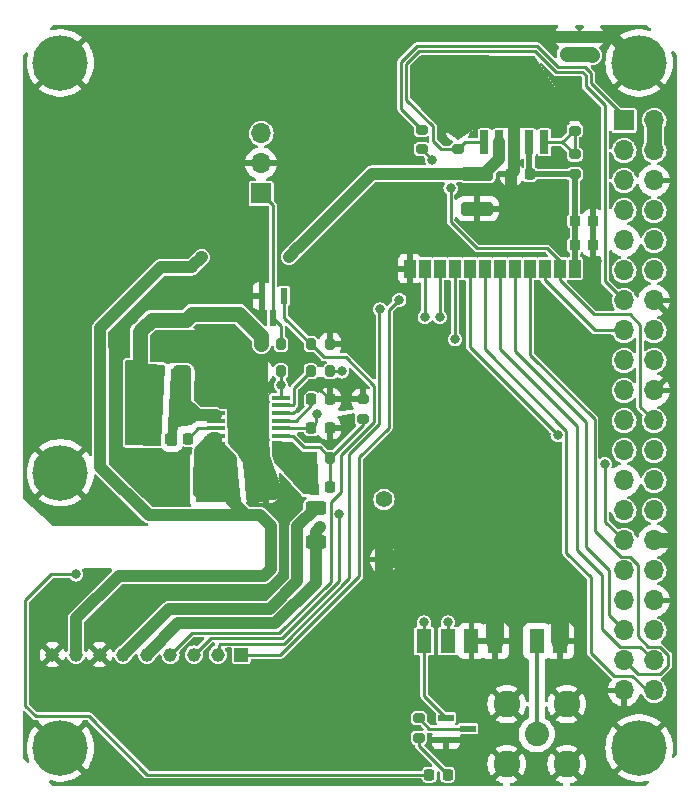
<source format=gtl>
%TF.GenerationSoftware,KiCad,Pcbnew,8.0.5*%
%TF.CreationDate,2024-12-07T16:09:03-08:00*%
%TF.ProjectId,RPi_interface,5250695f-696e-4746-9572-666163652e6b,1.2*%
%TF.SameCoordinates,Original*%
%TF.FileFunction,Copper,L1,Top*%
%TF.FilePolarity,Positive*%
%FSLAX46Y46*%
G04 Gerber Fmt 4.6, Leading zero omitted, Abs format (unit mm)*
G04 Created by KiCad (PCBNEW 8.0.5) date 2024-12-07 16:09:03*
%MOMM*%
%LPD*%
G01*
G04 APERTURE LIST*
G04 Aperture macros list*
%AMRoundRect*
0 Rectangle with rounded corners*
0 $1 Rounding radius*
0 $2 $3 $4 $5 $6 $7 $8 $9 X,Y pos of 4 corners*
0 Add a 4 corners polygon primitive as box body*
4,1,4,$2,$3,$4,$5,$6,$7,$8,$9,$2,$3,0*
0 Add four circle primitives for the rounded corners*
1,1,$1+$1,$2,$3*
1,1,$1+$1,$4,$5*
1,1,$1+$1,$6,$7*
1,1,$1+$1,$8,$9*
0 Add four rect primitives between the rounded corners*
20,1,$1+$1,$2,$3,$4,$5,0*
20,1,$1+$1,$4,$5,$6,$7,0*
20,1,$1+$1,$6,$7,$8,$9,0*
20,1,$1+$1,$8,$9,$2,$3,0*%
G04 Aperture macros list end*
%TA.AperFunction,SMDPad,CuDef*%
%ADD10RoundRect,0.200000X0.275000X-0.200000X0.275000X0.200000X-0.275000X0.200000X-0.275000X-0.200000X0*%
%TD*%
%TA.AperFunction,SMDPad,CuDef*%
%ADD11R,1.320800X0.558800*%
%TD*%
%TA.AperFunction,ComponentPad*%
%ADD12C,4.700000*%
%TD*%
%TA.AperFunction,SMDPad,CuDef*%
%ADD13RoundRect,0.225000X-0.225000X-0.250000X0.225000X-0.250000X0.225000X0.250000X-0.225000X0.250000X0*%
%TD*%
%TA.AperFunction,SMDPad,CuDef*%
%ADD14R,0.650000X2.000000*%
%TD*%
%TA.AperFunction,SMDPad,CuDef*%
%ADD15R,3.200000X2.000000*%
%TD*%
%TA.AperFunction,SMDPad,CuDef*%
%ADD16RoundRect,0.250000X-0.325000X-1.100000X0.325000X-1.100000X0.325000X1.100000X-0.325000X1.100000X0*%
%TD*%
%TA.AperFunction,ComponentPad*%
%ADD17R,1.150000X1.150000*%
%TD*%
%TA.AperFunction,ComponentPad*%
%ADD18C,1.150000*%
%TD*%
%TA.AperFunction,SMDPad,CuDef*%
%ADD19RoundRect,0.333000X0.417000X1.767000X-0.417000X1.767000X-0.417000X-1.767000X0.417000X-1.767000X0*%
%TD*%
%TA.AperFunction,SMDPad,CuDef*%
%ADD20RoundRect,0.200000X-0.275000X0.200000X-0.275000X-0.200000X0.275000X-0.200000X0.275000X0.200000X0*%
%TD*%
%TA.AperFunction,SMDPad,CuDef*%
%ADD21RoundRect,0.218750X0.218750X0.256250X-0.218750X0.256250X-0.218750X-0.256250X0.218750X-0.256250X0*%
%TD*%
%TA.AperFunction,SMDPad,CuDef*%
%ADD22RoundRect,0.200000X-0.200000X-0.275000X0.200000X-0.275000X0.200000X0.275000X-0.200000X0.275000X0*%
%TD*%
%TA.AperFunction,SMDPad,CuDef*%
%ADD23R,0.975000X1.500000*%
%TD*%
%TA.AperFunction,SMDPad,CuDef*%
%ADD24R,1.300000X2.000000*%
%TD*%
%TA.AperFunction,SMDPad,CuDef*%
%ADD25R,5.100000X7.300000*%
%TD*%
%TA.AperFunction,SMDPad,CuDef*%
%ADD26R,1.600200X0.304800*%
%TD*%
%TA.AperFunction,SMDPad,CuDef*%
%ADD27R,2.310000X2.460000*%
%TD*%
%TA.AperFunction,SMDPad,CuDef*%
%ADD28RoundRect,0.225000X0.250000X-0.225000X0.250000X0.225000X-0.250000X0.225000X-0.250000X-0.225000X0*%
%TD*%
%TA.AperFunction,SMDPad,CuDef*%
%ADD29RoundRect,0.250000X0.325000X1.100000X-0.325000X1.100000X-0.325000X-1.100000X0.325000X-1.100000X0*%
%TD*%
%TA.AperFunction,SMDPad,CuDef*%
%ADD30RoundRect,0.250000X-0.625000X0.312500X-0.625000X-0.312500X0.625000X-0.312500X0.625000X0.312500X0*%
%TD*%
%TA.AperFunction,SMDPad,CuDef*%
%ADD31R,0.558800X1.320800*%
%TD*%
%TA.AperFunction,SMDPad,CuDef*%
%ADD32RoundRect,0.250000X1.100000X-0.325000X1.100000X0.325000X-1.100000X0.325000X-1.100000X-0.325000X0*%
%TD*%
%TA.AperFunction,ComponentPad*%
%ADD33C,1.400000*%
%TD*%
%TA.AperFunction,ComponentPad*%
%ADD34O,1.400000X1.400000*%
%TD*%
%TA.AperFunction,SMDPad,CuDef*%
%ADD35RoundRect,0.200000X0.200000X0.275000X-0.200000X0.275000X-0.200000X-0.275000X0.200000X-0.275000X0*%
%TD*%
%TA.AperFunction,ComponentPad*%
%ADD36C,2.050000*%
%TD*%
%TA.AperFunction,ComponentPad*%
%ADD37C,2.250000*%
%TD*%
%TA.AperFunction,ComponentPad*%
%ADD38R,1.700000X1.700000*%
%TD*%
%TA.AperFunction,ComponentPad*%
%ADD39O,1.700000X1.700000*%
%TD*%
%TA.AperFunction,ViaPad*%
%ADD40C,0.800000*%
%TD*%
%TA.AperFunction,Conductor*%
%ADD41C,1.270000*%
%TD*%
%TA.AperFunction,Conductor*%
%ADD42C,0.250000*%
%TD*%
%TA.AperFunction,Conductor*%
%ADD43C,1.500000*%
%TD*%
%TA.AperFunction,Conductor*%
%ADD44C,1.000000*%
%TD*%
%TA.AperFunction,Conductor*%
%ADD45C,0.500000*%
%TD*%
%TA.AperFunction,Conductor*%
%ADD46C,0.349300*%
%TD*%
G04 APERTURE END LIST*
D10*
%TO.P,R6,1*%
%TO.N,V_RF*%
X137050000Y-60900000D03*
%TO.P,R6,2*%
%TO.N,Net-(U3-SENSE{slash}ADJ)*%
X137050000Y-59250000D03*
%TD*%
D11*
%TO.P,Q2,1,G*%
%TO.N,RF_TX_EN*%
X126135200Y-106922500D03*
%TO.P,Q2,2,S*%
%TO.N,GND*%
X126135200Y-108827500D03*
%TO.P,Q2,3,D*%
%TO.N,Net-(Q2-D)*%
X128014800Y-107875000D03*
%TD*%
D12*
%TO.P,H5,1,1*%
%TO.N,GND*%
X93500000Y-86200000D03*
%TD*%
D10*
%TO.P,R7,1*%
%TO.N,Net-(U3-SENSE{slash}ADJ)*%
X137050000Y-57225000D03*
%TO.P,R7,2*%
%TO.N,GND*%
X137050000Y-55575000D03*
%TD*%
D13*
%TO.P,C8,1*%
%TO.N,GND*%
X131675000Y-60900000D03*
%TO.P,C8,2*%
%TO.N,V_RF*%
X133225000Y-60900000D03*
%TD*%
D14*
%TO.P,U3,1,~{SHDN}*%
%TO.N,ENAB_RF*%
X129410000Y-58200000D03*
%TO.P,U3,2,IN*%
%TO.N,VBATT*%
X130680000Y-58200000D03*
%TO.P,U3,3,GND_1*%
%TO.N,GND*%
X131950000Y-58200000D03*
%TO.P,U3,4,OUT*%
%TO.N,V_RF*%
X133220000Y-58200000D03*
%TO.P,U3,5,SENSE/ADJ*%
%TO.N,Net-(U3-SENSE{slash}ADJ)*%
X134490000Y-58200000D03*
D15*
%TO.P,U3,6,GND_2*%
%TO.N,GND*%
X131950000Y-52200000D03*
%TD*%
D10*
%TO.P,R11,1*%
%TO.N,ENAB_RF*%
X127150000Y-58815000D03*
%TO.P,R11,2*%
%TO.N,GND*%
X127150000Y-57165000D03*
%TD*%
D16*
%TO.P,C3,1*%
%TO.N,VBATT*%
X107961341Y-86913659D03*
%TO.P,C3,2*%
%TO.N,GND*%
X110911341Y-86913659D03*
%TD*%
D17*
%TO.P,J2,1,1*%
%TO.N,TX*%
X108825000Y-101600000D03*
D18*
%TO.P,J2,2,2*%
%TO.N,RX*%
X106824999Y-101600000D03*
%TO.P,J2,3,3*%
%TO.N,ENAB_RPI*%
X104825000Y-101600000D03*
%TO.P,J2,4,4*%
%TO.N,RPI_RST*%
X102824999Y-101600000D03*
%TO.P,J2,5,5*%
%TO.N,PyCubed_SENSE*%
X100825001Y-101600000D03*
%TO.P,J2,6,6*%
%TO.N,PYCUBED_3V3*%
X98825000Y-101600000D03*
%TO.P,J2,7,7*%
%TO.N,GND*%
X96825001Y-101600000D03*
%TO.P,J2,8,8*%
%TO.N,VBATT*%
X94825000Y-101600000D03*
%TO.P,J2,9,9*%
%TO.N,GND*%
X92824999Y-101600000D03*
%TD*%
D19*
%TO.P,L1,1,1*%
%TO.N,Net-(U1-SW1)*%
X103836341Y-79213659D03*
%TO.P,L1,2,2*%
%TO.N,5V*%
X100236341Y-79213659D03*
%TD*%
D20*
%TO.P,R12,1*%
%TO.N,+3V3*%
X124100000Y-57150000D03*
%TO.P,R12,2*%
%TO.N,TCXO_EN*%
X124100000Y-58800000D03*
%TD*%
D12*
%TO.P,H2,1,1*%
%TO.N,GND*%
X142500000Y-51500000D03*
%TD*%
D21*
%TO.P,D1,1,K*%
%TO.N,Net-(D1-K)*%
X126300000Y-111750000D03*
%TO.P,D1,2,A*%
%TO.N,5V*%
X124725000Y-111750000D03*
%TD*%
D20*
%TO.P,R4,1*%
%TO.N,GND*%
X119123841Y-79988659D03*
%TO.P,R4,2*%
%TO.N,Net-(U1-VFB)*%
X119123841Y-81638659D03*
%TD*%
D13*
%TO.P,C10,1*%
%TO.N,V_RF*%
X137050000Y-66950000D03*
%TO.P,C10,2*%
%TO.N,GND*%
X138600000Y-66950000D03*
%TD*%
D22*
%TO.P,R8,1*%
%TO.N,5V*%
X110525000Y-75300000D03*
%TO.P,R8,2*%
%TO.N,Net-(J3-Pin_1)*%
X112175000Y-75300000D03*
%TD*%
D23*
%TO.P,U2,1,VCC*%
%TO.N,V_RF*%
X137060000Y-68910000D03*
%TO.P,U2,2,TCXOEN*%
%TO.N,TCXO_EN*%
X135790000Y-68910000D03*
%TO.P,U2,3,NRESET*%
%TO.N,RF_RST*%
X134520000Y-68910000D03*
%TO.P,U2,4,BUSY*%
%TO.N,RF_BUSY*%
X133250000Y-68910000D03*
%TO.P,U2,5,DIO1*%
%TO.N,RF_IO1*%
X131980000Y-68910000D03*
%TO.P,U2,6,DIO2*%
%TO.N,RF_IO2*%
X130710000Y-68910000D03*
%TO.P,U2,7,DIO3*%
%TO.N,RF_IO3*%
X129440000Y-68910000D03*
%TO.P,U2,8,NSS*%
%TO.N,RF_CS*%
X128170000Y-68910000D03*
%TO.P,U2,9,SCK*%
%TO.N,SCLK*%
X126900000Y-68910000D03*
%TO.P,U2,10,MOSI*%
%TO.N,MOSI*%
X125630000Y-68910000D03*
%TO.P,U2,11,MISO*%
%TO.N,MISO*%
X124360000Y-68910000D03*
%TO.P,U2,12,GND*%
%TO.N,GND*%
X123090000Y-68910000D03*
D24*
%TO.P,U2,13,TXEN*%
%TO.N,RF_TX_EN*%
X124310000Y-100450000D03*
%TO.P,U2,14,RXEN*%
%TO.N,RF_RX_EN*%
X126310000Y-100450000D03*
%TO.P,U2,15,GND*%
%TO.N,GND*%
X128310000Y-100450000D03*
%TO.P,U2,16,GND*%
X130310000Y-100450000D03*
%TO.P,U2,17,ANT*%
%TO.N,Net-(J4-In)*%
X133830000Y-100450000D03*
%TO.P,U2,18,GND*%
%TO.N,GND*%
X135830000Y-100450000D03*
D25*
%TO.P,U2,19,GND*%
X130560000Y-94550000D03*
%TD*%
D26*
%TO.P,U1,1,VO*%
%TO.N,5V*%
X112179541Y-83736363D03*
%TO.P,U1,2,VFB*%
%TO.N,Net-(U1-VFB)*%
X112179541Y-83086350D03*
%TO.P,U1,3,VREG5*%
%TO.N,Net-(U1-VREG5)*%
X112179541Y-82436341D03*
%TO.P,U1,4,SS*%
%TO.N,Net-(U1-SS)*%
X112179541Y-81786329D03*
%TO.P,U1,5,GND*%
%TO.N,GND*%
X112179541Y-81136317D03*
%TO.P,U1,6,PG*%
%TO.N,Net-(U1-PG)*%
X112179541Y-80486308D03*
%TO.P,U1,7,EN*%
%TO.N,ENAB_RPI*%
X112179541Y-79836295D03*
%TO.P,U1,8,PGND1*%
%TO.N,GND*%
X106642341Y-79836295D03*
%TO.P,U1,9,PGND2*%
X106642341Y-80486308D03*
%TO.P,U1,10,SW1*%
%TO.N,Net-(U1-SW1)*%
X106642341Y-81136317D03*
%TO.P,U1,11,SW2*%
X106642341Y-81786329D03*
%TO.P,U1,12,VBST*%
%TO.N,Net-(U1-VBST)*%
X106642341Y-82436341D03*
%TO.P,U1,13,VIN1*%
%TO.N,VBATT*%
X106642341Y-83086350D03*
%TO.P,U1,14,VIN2*%
X106642341Y-83736363D03*
D27*
%TO.P,U1,15,EPAD*%
%TO.N,GND*%
X109410941Y-81786329D03*
%TD*%
D28*
%TO.P,C2,1*%
%TO.N,GND*%
X104161341Y-74788659D03*
%TO.P,C2,2*%
%TO.N,5V*%
X104161341Y-73238659D03*
%TD*%
D29*
%TO.P,C4,1*%
%TO.N,VBATT*%
X105361341Y-86913659D03*
%TO.P,C4,2*%
%TO.N,GND*%
X102411341Y-86913659D03*
%TD*%
D13*
%TO.P,C5,1*%
%TO.N,Net-(U1-SW1)*%
X102761341Y-83313659D03*
%TO.P,C5,2*%
%TO.N,Net-(U1-VBST)*%
X104311341Y-83313659D03*
%TD*%
D30*
%TO.P,R1,1*%
%TO.N,PYCUBED_3V3*%
X115150000Y-89162500D03*
%TO.P,R1,2*%
%TO.N,PyCubed_SENSE*%
X115150000Y-92087500D03*
%TD*%
D13*
%TO.P,C7,1*%
%TO.N,Net-(U1-VREG5)*%
X114748841Y-82413659D03*
%TO.P,C7,2*%
%TO.N,GND*%
X116298841Y-82413659D03*
%TD*%
%TO.P,C6,1*%
%TO.N,Net-(U1-SS)*%
X114748841Y-79988659D03*
%TO.P,C6,2*%
%TO.N,GND*%
X116298841Y-79988659D03*
%TD*%
D31*
%TO.P,Q1,1,G*%
%TO.N,RPI_RST*%
X112462500Y-71220400D03*
%TO.P,Q1,2,S*%
%TO.N,GND*%
X110557500Y-71220400D03*
%TO.P,Q1,3,D*%
%TO.N,Net-(J3-Pin_1)*%
X111510000Y-73100000D03*
%TD*%
D32*
%TO.P,C14,1*%
%TO.N,GND*%
X128800000Y-63835000D03*
%TO.P,C14,2*%
%TO.N,VBATT*%
X128800000Y-60885000D03*
%TD*%
D12*
%TO.P,H4,1,1*%
%TO.N,GND*%
X142500000Y-109500000D03*
%TD*%
%TO.P,H1,1,1*%
%TO.N,GND*%
X93500000Y-51500000D03*
%TD*%
D28*
%TO.P,C12,1*%
%TO.N,5V*%
X136375000Y-50800000D03*
%TO.P,C12,2*%
%TO.N,GND*%
X136375000Y-49250000D03*
%TD*%
D22*
%TO.P,R9,1*%
%TO.N,RPI_RST*%
X114698841Y-75300000D03*
%TO.P,R9,2*%
%TO.N,GND*%
X116348841Y-75300000D03*
%TD*%
D10*
%TO.P,R10,1*%
%TO.N,Net-(D1-K)*%
X123850000Y-108625000D03*
%TO.P,R10,2*%
%TO.N,Net-(Q2-D)*%
X123850000Y-106975000D03*
%TD*%
D13*
%TO.P,C11,1*%
%TO.N,5V*%
X114748841Y-87413659D03*
%TO.P,C11,2*%
%TO.N,Net-(U1-VFB)*%
X116298841Y-87413659D03*
%TD*%
D28*
%TO.P,C1,1*%
%TO.N,GND*%
X101821341Y-74788659D03*
%TO.P,C1,2*%
%TO.N,5V*%
X101821341Y-73238659D03*
%TD*%
D13*
%TO.P,C9,1*%
%TO.N,V_RF*%
X137050000Y-64850000D03*
%TO.P,C9,2*%
%TO.N,GND*%
X138600000Y-64850000D03*
%TD*%
D33*
%TO.P,TH1,1*%
%TO.N,PyCubed_SENSE*%
X120900000Y-88460000D03*
D34*
%TO.P,TH1,2*%
%TO.N,GND*%
X120900000Y-93540000D03*
%TD*%
D12*
%TO.P,H3,1,1*%
%TO.N,GND*%
X93500000Y-109500000D03*
%TD*%
D35*
%TO.P,R3,1*%
%TO.N,Net-(U1-VFB)*%
X116348841Y-84913659D03*
%TO.P,R3,2*%
%TO.N,5V*%
X114698841Y-84913659D03*
%TD*%
D28*
%TO.P,C13,1*%
%TO.N,5V*%
X138520000Y-50845000D03*
%TO.P,C13,2*%
%TO.N,GND*%
X138520000Y-49295000D03*
%TD*%
D22*
%TO.P,R2,1*%
%TO.N,GND*%
X110511341Y-77613659D03*
%TO.P,R2,2*%
%TO.N,ENAB_RPI*%
X112161341Y-77613659D03*
%TD*%
D36*
%TO.P,J4,1,In*%
%TO.N,Net-(J4-In)*%
X133830000Y-108335000D03*
D37*
%TO.P,J4,2,Ext*%
%TO.N,GND*%
X131290000Y-105795000D03*
X131290000Y-110875000D03*
X136370000Y-105795000D03*
X136370000Y-110875000D03*
%TD*%
D22*
%TO.P,R5,1*%
%TO.N,Net-(U1-PG)*%
X114698841Y-77613659D03*
%TO.P,R5,2*%
%TO.N,Net-(U1-VREG5)*%
X116348841Y-77613659D03*
%TD*%
D38*
%TO.P,J3,1,Pin_1*%
%TO.N,Net-(J3-Pin_1)*%
X110500000Y-62540000D03*
D39*
%TO.P,J3,2,Pin_2*%
%TO.N,GND*%
X110500000Y-60000000D03*
%TO.P,J3,3,Pin_3*%
%TO.N,unconnected-(J3-Pin_3-Pad3)*%
X110500000Y-57460000D03*
%TD*%
D38*
%TO.P,J1,1,Pin_1*%
%TO.N,+3V3*%
X141230000Y-56370000D03*
D39*
%TO.P,J1,2,Pin_2*%
%TO.N,5V*%
X143770000Y-56370000D03*
%TO.P,J1,3,Pin_3*%
%TO.N,unconnected-(J1-Pin_3-Pad3)*%
X141230000Y-58910000D03*
%TO.P,J1,4,Pin_4*%
%TO.N,5V*%
X143770000Y-58910000D03*
%TO.P,J1,5,Pin_5*%
%TO.N,unconnected-(J1-Pin_5-Pad5)*%
X141230000Y-61450000D03*
%TO.P,J1,6,Pin_6*%
%TO.N,GND*%
X143770000Y-61450000D03*
%TO.P,J1,7,Pin_7*%
%TO.N,unconnected-(J1-Pin_7-Pad7)*%
X141230000Y-63990000D03*
%TO.P,J1,8,Pin_8*%
%TO.N,TX*%
X143770000Y-63990000D03*
%TO.P,J1,9,Pin_9*%
%TO.N,GND*%
X141230000Y-66530000D03*
%TO.P,J1,10,Pin_10*%
%TO.N,RX*%
X143770000Y-66530000D03*
%TO.P,J1,11,Pin_11*%
%TO.N,unconnected-(J1-Pin_11-Pad11)*%
X141230000Y-69070000D03*
%TO.P,J1,12,Pin_12*%
%TO.N,unconnected-(J1-Pin_12-Pad12)*%
X143770000Y-69070000D03*
%TO.P,J1,13,Pin_13*%
%TO.N,ENAB_RF*%
X141230000Y-71610000D03*
%TO.P,J1,14,Pin_14*%
%TO.N,GND*%
X143770000Y-71610000D03*
%TO.P,J1,15,Pin_15*%
%TO.N,RF_RST*%
X141230000Y-74150000D03*
%TO.P,J1,16,Pin_16*%
%TO.N,RF_TX_EN*%
X143770000Y-74150000D03*
%TO.P,J1,17,Pin_17*%
%TO.N,unconnected-(J1-Pin_17-Pad17)*%
X141230000Y-76690000D03*
%TO.P,J1,18,Pin_18*%
%TO.N,RF_RX_EN*%
X143770000Y-76690000D03*
%TO.P,J1,19,Pin_19*%
%TO.N,MOSI*%
X141230000Y-79230000D03*
%TO.P,J1,20,Pin_20*%
%TO.N,GND*%
X143770000Y-79230000D03*
%TO.P,J1,21,Pin_21*%
%TO.N,MISO*%
X141230000Y-81770000D03*
%TO.P,J1,22,Pin_22*%
%TO.N,TCXO_EN*%
X143770000Y-81770000D03*
%TO.P,J1,23,Pin_23*%
%TO.N,SCLK*%
X141230000Y-84310000D03*
%TO.P,J1,24,Pin_24*%
%TO.N,unconnected-(J1-Pin_24-Pad24)*%
X143770000Y-84310000D03*
%TO.P,J1,25,Pin_25*%
%TO.N,GND*%
X141230000Y-86850000D03*
%TO.P,J1,26,Pin_26*%
%TO.N,unconnected-(J1-Pin_26-Pad26)*%
X143770000Y-86850000D03*
%TO.P,J1,27,Pin_27*%
%TO.N,unconnected-(J1-Pin_27-Pad27)*%
X141230000Y-89390000D03*
%TO.P,J1,28,Pin_28*%
%TO.N,unconnected-(J1-Pin_28-Pad28)*%
X143770000Y-89390000D03*
%TO.P,J1,29,Pin_29*%
%TO.N,RF_CS*%
X141230000Y-91930000D03*
%TO.P,J1,30,Pin_30*%
%TO.N,GND*%
X143770000Y-91930000D03*
%TO.P,J1,31,Pin_31*%
%TO.N,unconnected-(J1-Pin_31-Pad31)*%
X141230000Y-94470000D03*
%TO.P,J1,32,Pin_32*%
%TO.N,unconnected-(J1-Pin_32-Pad32)*%
X143770000Y-94470000D03*
%TO.P,J1,33,Pin_33*%
%TO.N,unconnected-(J1-Pin_33-Pad33)*%
X141230000Y-97010000D03*
%TO.P,J1,34,Pin_34*%
%TO.N,GND*%
X143770000Y-97010000D03*
%TO.P,J1,35,Pin_35*%
%TO.N,RF_IO1*%
X141230000Y-99550000D03*
%TO.P,J1,36,Pin_36*%
%TO.N,unconnected-(J1-Pin_36-Pad36)*%
X143770000Y-99550000D03*
%TO.P,J1,37,Pin_37*%
%TO.N,RF_BUSY*%
X141230000Y-102090000D03*
%TO.P,J1,38,Pin_38*%
%TO.N,RF_IO2*%
X143770000Y-102090000D03*
%TO.P,J1,39,Pin_39*%
%TO.N,GND*%
X141230000Y-104630000D03*
%TO.P,J1,40,Pin_40*%
%TO.N,RF_IO3*%
X143770000Y-104630000D03*
%TD*%
D40*
%TO.N,GND*%
X109010000Y-83625000D03*
X131175000Y-64800000D03*
X98160000Y-99120000D03*
X130135000Y-88410000D03*
X129185000Y-88410000D03*
X117375000Y-59150000D03*
X91598000Y-105730000D03*
X129185000Y-89285000D03*
X106686341Y-77163659D03*
X98160000Y-100020000D03*
X93523000Y-103980000D03*
X95423000Y-104855000D03*
X95423000Y-105730000D03*
X107561341Y-74288659D03*
X132050000Y-64800000D03*
X131085000Y-89285000D03*
X93430000Y-97080000D03*
X93523000Y-105730000D03*
X92530000Y-97980000D03*
X109885000Y-83625000D03*
X131175000Y-63850000D03*
X130350000Y-54125000D03*
X107561341Y-75238659D03*
X105811341Y-74288659D03*
X138900000Y-68250000D03*
X126300000Y-55325000D03*
X125425000Y-54375000D03*
X117636341Y-82013659D03*
X92573000Y-103980000D03*
X110325000Y-79000000D03*
X124550000Y-54375000D03*
X124550000Y-52450000D03*
X106686341Y-74288659D03*
X94473000Y-103980000D03*
X98160000Y-98220000D03*
X92573000Y-105730000D03*
X132925000Y-63850000D03*
X97260000Y-99120000D03*
X132050000Y-63850000D03*
X131300000Y-54125000D03*
X132250000Y-55000000D03*
X130135000Y-89285000D03*
X117375000Y-60100000D03*
X131085000Y-88410000D03*
X126300000Y-52450000D03*
X98298000Y-104855000D03*
X98298000Y-105730000D03*
X109450000Y-79950000D03*
X129185000Y-90160000D03*
X97348000Y-104855000D03*
X133225000Y-55875000D03*
X119725000Y-67600000D03*
X120600000Y-67600000D03*
X125425000Y-52450000D03*
X110325000Y-79950000D03*
X108575000Y-79950000D03*
X132250000Y-55875000D03*
X96398000Y-103980000D03*
X97260000Y-100020000D03*
X96398000Y-105730000D03*
X97348000Y-103980000D03*
X105811341Y-77163659D03*
X107561341Y-77163659D03*
X91630000Y-97980000D03*
X99650000Y-85675000D03*
X92573000Y-104855000D03*
X130350000Y-55875000D03*
X131085000Y-90160000D03*
X98775000Y-84725000D03*
X120600000Y-66650000D03*
X99650000Y-84725000D03*
X130350000Y-55000000D03*
X126300000Y-54375000D03*
X91598000Y-103980000D03*
X107561341Y-76188659D03*
X116500000Y-60100000D03*
X110760000Y-83625000D03*
X109010000Y-84600000D03*
X91630000Y-97080000D03*
X121475000Y-66650000D03*
X110760000Y-84600000D03*
X93430000Y-97980000D03*
X130135000Y-90160000D03*
X131300000Y-55875000D03*
X105811341Y-75238659D03*
X92530000Y-97080000D03*
X119725000Y-66650000D03*
X124550000Y-55325000D03*
X109450000Y-79000000D03*
X109885000Y-84600000D03*
X126300000Y-53425000D03*
X106686341Y-75238659D03*
X133225000Y-54125000D03*
X108575000Y-79000000D03*
X94473000Y-105730000D03*
X93523000Y-104855000D03*
X94473000Y-104855000D03*
X132925000Y-64800000D03*
X125425000Y-55325000D03*
X105811341Y-76188659D03*
X124550000Y-53425000D03*
X91598000Y-104855000D03*
X97348000Y-105730000D03*
X125425000Y-53425000D03*
X131300000Y-55000000D03*
X106686341Y-76188659D03*
X115625000Y-60100000D03*
X132060000Y-90160000D03*
X96398000Y-104855000D03*
X98775000Y-85675000D03*
X132060000Y-88410000D03*
X97260000Y-98220000D03*
X132060000Y-89285000D03*
X121475000Y-67600000D03*
X116500000Y-59150000D03*
X115625000Y-59150000D03*
X95423000Y-103980000D03*
X98298000Y-103980000D03*
X132250000Y-54125000D03*
X133225000Y-55000000D03*
X117636341Y-80013659D03*
%TO.N,5V*%
X100961341Y-81788659D03*
X113236341Y-84813659D03*
X100427500Y-74052500D03*
X106000000Y-72750000D03*
X94850000Y-94800000D03*
X100236341Y-75125000D03*
X114136341Y-85713659D03*
X107250000Y-72750000D03*
X101511341Y-82688659D03*
X112286341Y-84813659D03*
X137625000Y-50750000D03*
X100011341Y-81788659D03*
X100561341Y-82688659D03*
X113186341Y-85713659D03*
%TO.N,VBATT*%
X112830000Y-67930000D03*
X105442500Y-67957500D03*
X113630000Y-67130000D03*
X104642500Y-68757500D03*
%TO.N,Net-(U1-VREG5)*%
X115236341Y-81213659D03*
X117336341Y-77613659D03*
%TO.N,TX*%
X122200000Y-71550000D03*
%TO.N,RX*%
X120579480Y-72374156D03*
%TO.N,RF_TX_EN*%
X124300000Y-98875000D03*
%TO.N,RF_RX_EN*%
X126300000Y-98875000D03*
%TO.N,MOSI*%
X125625000Y-73025000D03*
%TO.N,MISO*%
X124360000Y-73010000D03*
%TO.N,TCXO_EN*%
X126540000Y-62110000D03*
X124975000Y-59725000D03*
%TO.N,SCLK*%
X126900000Y-74900000D03*
%TO.N,RF_CS*%
X139600000Y-85475000D03*
X135600500Y-83000000D03*
%TO.N,PyCubed_SENSE*%
X115525000Y-90800000D03*
%TO.N,ENAB_RPI*%
X112179541Y-78790000D03*
X117112299Y-89687299D03*
%TD*%
D41*
%TO.N,GND*%
X143770000Y-91930000D02*
X145055000Y-91930000D01*
D42*
X115486341Y-79188659D02*
X115111341Y-78813659D01*
D43*
X120900000Y-94725000D02*
X120900000Y-93540000D01*
D44*
X131950000Y-58200000D02*
X131950000Y-56175000D01*
X131675000Y-60900000D02*
X131675000Y-63475000D01*
D45*
X145100000Y-72940000D02*
X143770000Y-71610000D01*
D43*
X122490000Y-93540000D02*
X120900000Y-93540000D01*
X132430000Y-94550000D02*
X130560000Y-94550000D01*
D45*
X138600000Y-66950000D02*
X138600000Y-64850000D01*
D44*
X138520000Y-49295000D02*
X140295000Y-49295000D01*
D42*
X113936341Y-79548342D02*
X113936341Y-80429617D01*
D45*
X143770000Y-79230000D02*
X145100000Y-77900000D01*
D44*
X131950000Y-60625000D02*
X131950000Y-58200000D01*
D43*
X130310000Y-100450000D02*
X130310000Y-96265000D01*
D44*
X131950000Y-56175000D02*
X132250000Y-55875000D01*
X131675000Y-63475000D02*
X132050000Y-63850000D01*
D42*
X117611341Y-79988659D02*
X117636341Y-80013659D01*
D45*
X145100000Y-77900000D02*
X145100000Y-72940000D01*
D42*
X116298841Y-79988659D02*
X115498841Y-79188659D01*
D44*
X131675000Y-60900000D02*
X131950000Y-60625000D01*
X140295000Y-49295000D02*
X142500000Y-51500000D01*
D43*
X120900000Y-93540000D02*
X120900000Y-92550000D01*
X135830000Y-97950000D02*
X132430000Y-94550000D01*
D45*
X138600000Y-66950000D02*
X138600000Y-67950000D01*
X138600000Y-67950000D02*
X138900000Y-68250000D01*
D44*
X138500000Y-49275000D02*
X138520000Y-49295000D01*
D42*
X115498841Y-79188659D02*
X115486341Y-79188659D01*
X113936341Y-80429617D02*
X113229641Y-81136317D01*
X117636341Y-80013659D02*
X117661341Y-79988659D01*
D44*
X135000000Y-49275000D02*
X138500000Y-49275000D01*
D42*
X117661341Y-79988659D02*
X119123841Y-79988659D01*
X113229641Y-81136317D02*
X112179541Y-81136317D01*
X115111341Y-78813659D02*
X114671024Y-78813659D01*
X114671024Y-78813659D02*
X113936341Y-79548342D01*
X116298841Y-79988659D02*
X117611341Y-79988659D01*
D43*
X135830000Y-100450000D02*
X135830000Y-97950000D01*
D42*
%TO.N,5V*%
X90510000Y-97000000D02*
X90510000Y-105905305D01*
D41*
X101821341Y-73238659D02*
X104161341Y-73238659D01*
X110525000Y-74650000D02*
X110525000Y-75300000D01*
X100236341Y-74243659D02*
X100427500Y-74052500D01*
X100236341Y-79213659D02*
X100236341Y-75125000D01*
D42*
X90510000Y-105905305D02*
X91424695Y-106820000D01*
X95945000Y-106820000D02*
X100875000Y-111750000D01*
D41*
X104650000Y-72750000D02*
X106000000Y-72750000D01*
X107250000Y-72750000D02*
X108625000Y-72750000D01*
X143770000Y-58910000D02*
X143770000Y-56370000D01*
X104161341Y-73238659D02*
X104650000Y-72750000D01*
D42*
X91424695Y-106820000D02*
X95945000Y-106820000D01*
X94850000Y-94800000D02*
X92710000Y-94800000D01*
D41*
X100427500Y-74052500D02*
X101241341Y-73238659D01*
X100236341Y-75125000D02*
X100236341Y-74243659D01*
X106000000Y-72750000D02*
X107250000Y-72750000D01*
X101241341Y-73238659D02*
X101821341Y-73238659D01*
X108625000Y-72750000D02*
X110525000Y-74650000D01*
D42*
X100875000Y-111750000D02*
X124725000Y-111750000D01*
D41*
X138425000Y-50750000D02*
X138520000Y-50845000D01*
D42*
X92710000Y-94800000D02*
X90510000Y-97000000D01*
D41*
X136375000Y-50750000D02*
X138425000Y-50750000D01*
D44*
%TO.N,VBATT*%
X104390000Y-89770000D02*
X106340000Y-89770000D01*
X130680000Y-59655000D02*
X130680000Y-58200000D01*
X107961341Y-86913659D02*
X107961341Y-85055363D01*
X110441371Y-89810000D02*
X111300000Y-90668629D01*
X100980000Y-89770000D02*
X104390000Y-89770000D01*
X105470000Y-67930000D02*
X105442500Y-67957500D01*
X98454365Y-94900000D02*
X94825000Y-98529365D01*
X109187047Y-89770000D02*
X109227047Y-89810000D01*
X105361341Y-86913659D02*
X105361341Y-84367350D01*
X96870000Y-75702024D02*
X96880000Y-75712024D01*
X111300000Y-94331371D02*
X110731371Y-94900000D01*
X106730000Y-89770000D02*
X109187047Y-89770000D01*
X112855000Y-67905000D02*
X113655000Y-67105000D01*
X109227047Y-89810000D02*
X107961341Y-88544294D01*
X107961341Y-85055363D02*
X106642341Y-83736363D01*
X94825000Y-98529365D02*
X94825000Y-101600000D01*
X107961341Y-88544294D02*
X107961341Y-86913659D01*
X104667500Y-68732500D02*
X105467500Y-67932500D01*
X109227047Y-89810000D02*
X110441371Y-89810000D01*
X96880000Y-85670000D02*
X100980000Y-89770000D01*
X119885000Y-60875000D02*
X129400000Y-60875000D01*
X130620000Y-59655000D02*
X129400000Y-60875000D01*
X96870000Y-73940000D02*
X96870000Y-75702024D01*
X110731371Y-94900000D02*
X98454365Y-94900000D01*
X111300000Y-90668629D02*
X111300000Y-94331371D01*
X104642500Y-68757500D02*
X104590000Y-68810000D01*
X96880000Y-75712024D02*
X96880000Y-85670000D01*
X130680000Y-59655000D02*
X130620000Y-59655000D01*
X104590000Y-68810000D02*
X102000000Y-68810000D01*
X107961341Y-86913659D02*
X105361341Y-86913659D01*
X107961341Y-88544294D02*
X107955706Y-88544294D01*
X106439950Y-83288741D02*
X106642341Y-83288741D01*
X113630000Y-67130000D02*
X119885000Y-60875000D01*
X102000000Y-68810000D02*
X96870000Y-73940000D01*
X105361341Y-84367350D02*
X106439950Y-83288741D01*
X106340000Y-89770000D02*
X106730000Y-89770000D01*
%TO.N,Net-(U1-SW1)*%
X105142241Y-81338708D02*
X106642341Y-81338708D01*
X103836341Y-80032808D02*
X105142241Y-81338708D01*
X103836341Y-79213659D02*
X103836341Y-80032808D01*
D42*
%TO.N,Net-(U1-VBST)*%
X106642341Y-82436341D02*
X105188659Y-82436341D01*
X105188659Y-82436341D02*
X104311341Y-83313659D01*
%TO.N,Net-(U1-SS)*%
X113442141Y-81786329D02*
X112179541Y-81786329D01*
X114748841Y-79988659D02*
X114748841Y-80479629D01*
X114748841Y-80479629D02*
X113442141Y-81786329D01*
%TO.N,Net-(U1-VREG5)*%
X114726159Y-82436341D02*
X114748841Y-82413659D01*
X112392041Y-82436341D02*
X114726159Y-82436341D01*
X115036341Y-82126159D02*
X115236341Y-81213659D01*
X116348841Y-77613659D02*
X117336341Y-77613659D01*
X114748841Y-82413659D02*
X115036341Y-82126159D01*
D45*
%TO.N,V_RF*%
X137060000Y-68910000D02*
X137075000Y-68895000D01*
X133220000Y-60895000D02*
X133225000Y-60900000D01*
X137075000Y-64875000D02*
X137050000Y-64850000D01*
X137075000Y-68895000D02*
X137075000Y-64875000D01*
X133220000Y-58200000D02*
X133220000Y-60895000D01*
X137050000Y-64850000D02*
X137050000Y-60900000D01*
X133225000Y-60900000D02*
X137050000Y-60900000D01*
D42*
%TO.N,+3V3*%
X141230000Y-56370000D02*
X141230000Y-56005000D01*
X138415000Y-53190000D02*
X138415000Y-52340000D01*
X141230000Y-56005000D02*
X138415000Y-53190000D01*
X137880000Y-51805000D02*
X135623288Y-51805000D01*
X133893288Y-50075000D02*
X123675000Y-50075000D01*
X122350000Y-51400000D02*
X122350000Y-55400000D01*
X122350000Y-55400000D02*
X124100000Y-57150000D01*
X123675000Y-50075000D02*
X122350000Y-51400000D01*
X135623288Y-51805000D02*
X133893288Y-50075000D01*
X138415000Y-52340000D02*
X137880000Y-51805000D01*
%TO.N,TX*%
X112122970Y-101600000D02*
X108825000Y-101600000D01*
X121300000Y-72450000D02*
X121300000Y-82400000D01*
X121300000Y-82400000D02*
X118825000Y-84875000D01*
X122200000Y-71550000D02*
X121300000Y-72450000D01*
X118825000Y-94897970D02*
X112122970Y-101600000D01*
X118825000Y-84875000D02*
X118825000Y-94897970D01*
%TO.N,RX*%
X106910000Y-101514999D02*
X106824999Y-101600000D01*
X117975000Y-84641358D02*
X117975000Y-95111574D01*
X112426574Y-100660000D02*
X107019998Y-100660000D01*
X120511341Y-72442295D02*
X120511341Y-82105017D01*
X106910000Y-100769998D02*
X106910000Y-101514999D01*
X107019998Y-100660000D02*
X106910000Y-100769998D01*
X120511341Y-82105017D02*
X117975000Y-84641358D01*
X120579480Y-72374156D02*
X120511341Y-72442295D01*
X117975000Y-95111574D02*
X112426574Y-100660000D01*
%TO.N,ENAB_RF*%
X123855698Y-50530698D02*
X122800000Y-51586396D01*
X125075000Y-58125000D02*
X125765000Y-58815000D01*
X139625000Y-55100000D02*
X137965000Y-53440000D01*
X139600000Y-69980000D02*
X139600000Y-68575305D01*
X125765000Y-58815000D02*
X127150000Y-58815000D01*
X128350000Y-58200000D02*
X129410000Y-58200000D01*
X141230000Y-71610000D02*
X139600000Y-69980000D01*
X122800000Y-51586396D02*
X122800000Y-54600305D01*
X137693604Y-52255000D02*
X135436892Y-52255000D01*
X133712590Y-50530698D02*
X123855698Y-50530698D01*
X135436892Y-52255000D02*
X133712590Y-50530698D01*
X122800000Y-54600305D02*
X125075000Y-56875305D01*
X128310000Y-58200000D02*
X128330000Y-58180000D01*
X139600000Y-68575305D02*
X139625000Y-68550305D01*
X127150000Y-58815000D02*
X127765000Y-58200000D01*
X125075000Y-56875305D02*
X125075000Y-58125000D01*
X137965000Y-52526396D02*
X137693604Y-52255000D01*
X137965000Y-53440000D02*
X137965000Y-52526396D01*
X139625000Y-68550305D02*
X139625000Y-55100000D01*
X128330000Y-58180000D02*
X128350000Y-58200000D01*
X127765000Y-58200000D02*
X128310000Y-58200000D01*
%TO.N,RF_RST*%
X134520000Y-68910000D02*
X134520000Y-69910000D01*
X138760000Y-74150000D02*
X141230000Y-74150000D01*
X134520000Y-69910000D02*
X138760000Y-74150000D01*
%TO.N,RF_TX_EN*%
X124310000Y-100450000D02*
X124300000Y-98875000D01*
X124310000Y-105097300D02*
X124310000Y-100450000D01*
X126135200Y-106922500D02*
X124310000Y-105097300D01*
%TO.N,RF_RX_EN*%
X126310000Y-100450000D02*
X126300000Y-98875000D01*
%TO.N,MOSI*%
X125630000Y-73020000D02*
X125625000Y-73025000D01*
X125630000Y-68910000D02*
X125630000Y-73020000D01*
%TO.N,MISO*%
X124360000Y-73010000D02*
X124360000Y-68910000D01*
%TO.N,TCXO_EN*%
X124975000Y-59675000D02*
X124975000Y-59725000D01*
X135790000Y-69910000D02*
X138665000Y-72785000D01*
X141716701Y-72785000D02*
X142595000Y-73663299D01*
X142595000Y-73663299D02*
X142595000Y-80595000D01*
X124100000Y-58800000D02*
X124975000Y-59675000D01*
X142595000Y-80595000D02*
X143770000Y-81770000D01*
X128770000Y-67200000D02*
X134697500Y-67200000D01*
X124975000Y-59725000D02*
X125025000Y-59725000D01*
X135790000Y-68910000D02*
X135790000Y-69910000D01*
X126540000Y-62110000D02*
X126540000Y-64970000D01*
X138665000Y-72785000D02*
X141716701Y-72785000D01*
X135790000Y-68292500D02*
X135790000Y-68910000D01*
X125025000Y-59725000D02*
X124950000Y-59650000D01*
X134697500Y-67200000D02*
X135790000Y-68292500D01*
X126540000Y-64970000D02*
X128770000Y-67200000D01*
%TO.N,SCLK*%
X126900000Y-68910000D02*
X126900000Y-74900000D01*
%TO.N,RF_CS*%
X139625000Y-90325000D02*
X139600000Y-85475000D01*
X135600500Y-83000000D02*
X135600500Y-82975500D01*
X135600500Y-82975500D02*
X128170000Y-75545000D01*
X141230000Y-91930000D02*
X139625000Y-90325000D01*
X128170000Y-75545000D02*
X128170000Y-68910000D01*
%TO.N,RF_IO1*%
X138000000Y-81875000D02*
X138000000Y-92448097D01*
X138000000Y-92448097D02*
X139950000Y-94398097D01*
X131980000Y-75855000D02*
X138000000Y-81875000D01*
X139950000Y-94398097D02*
X139950000Y-98270000D01*
X139950000Y-98270000D02*
X141230000Y-99550000D01*
X131980000Y-68910000D02*
X131980000Y-75855000D01*
%TO.N,RF_BUSY*%
X140933299Y-93295000D02*
X141716701Y-93295000D01*
X141716701Y-93295000D02*
X142405000Y-93983299D01*
X144256701Y-103265000D02*
X142405000Y-103265000D01*
X138725000Y-81675000D02*
X138725000Y-91086701D01*
X144945000Y-101603299D02*
X144945000Y-102576701D01*
X133250000Y-76200000D02*
X138725000Y-81675000D01*
X133250000Y-68910000D02*
X133250000Y-76200000D01*
X143283299Y-100915000D02*
X144256701Y-100915000D01*
X142405000Y-103265000D02*
X141230000Y-102090000D01*
X138725000Y-91086701D02*
X140933299Y-93295000D01*
X142405000Y-93983299D02*
X142405000Y-100036701D01*
X144945000Y-102576701D02*
X144256701Y-103265000D01*
X144256701Y-100915000D02*
X144945000Y-101603299D01*
X142405000Y-100036701D02*
X143283299Y-100915000D01*
%TO.N,RF_IO2*%
X139375000Y-94861396D02*
X137225000Y-92711396D01*
X139375000Y-99390000D02*
X139375000Y-94861396D01*
X143770000Y-102090000D02*
X142595000Y-100915000D01*
X142595000Y-100915000D02*
X140900000Y-100915000D01*
X137225000Y-82275000D02*
X130710000Y-75760000D01*
X130710000Y-75760000D02*
X130710000Y-68910000D01*
X137225000Y-92711396D02*
X137225000Y-82275000D01*
X140900000Y-100915000D02*
X139375000Y-99390000D01*
%TO.N,RF_IO3*%
X141928604Y-103425000D02*
X143133604Y-104630000D01*
X136325000Y-82625000D02*
X136325000Y-92975000D01*
X138400000Y-101425000D02*
X140400000Y-103425000D01*
X129440000Y-75740000D02*
X136325000Y-82625000D01*
X129440000Y-68910000D02*
X129440000Y-75740000D01*
X136325000Y-92975000D02*
X138400000Y-95050000D01*
X143133604Y-104630000D02*
X143770000Y-104630000D01*
X138400000Y-101425000D02*
X138400000Y-95050000D01*
X140400000Y-103425000D02*
X141928604Y-103425000D01*
%TO.N,RPI_RST*%
X117250000Y-84729962D02*
X117250000Y-87825000D01*
X112053782Y-99760000D02*
X104664999Y-99760000D01*
X120061341Y-81918621D02*
X117250000Y-84729962D01*
X116375000Y-95438782D02*
X112053782Y-99760000D01*
X114698841Y-75300000D02*
X115798841Y-76400000D01*
X104664999Y-99760000D02*
X102824999Y-101600000D01*
X117649460Y-76400000D02*
X120061341Y-78811881D01*
X112462500Y-73063659D02*
X112462500Y-71220400D01*
X114698841Y-75300000D02*
X112462500Y-73063659D01*
X120061341Y-78811881D02*
X120061341Y-81918621D01*
X115798841Y-76400000D02*
X117649460Y-76400000D01*
X116375000Y-88700000D02*
X116375000Y-95438782D01*
X117250000Y-87825000D02*
X116375000Y-88700000D01*
D44*
%TO.N,PyCubed_SENSE*%
X111712056Y-98935000D02*
X103490001Y-98935000D01*
X115150000Y-91175000D02*
X115525000Y-90800000D01*
X115150000Y-92087500D02*
X115150000Y-95497056D01*
X115150000Y-95497056D02*
X111712056Y-98935000D01*
X115150000Y-92087500D02*
X115150000Y-91175000D01*
X103490001Y-98935000D02*
X100825001Y-101600000D01*
D42*
%TO.N,ENAB_RPI*%
X112179541Y-78790000D02*
X112179541Y-77631859D01*
X112179541Y-78790000D02*
X112179541Y-79836295D01*
X112179541Y-77631859D02*
X112161341Y-77613659D01*
X117112299Y-95337879D02*
X112240178Y-100210000D01*
X117112299Y-89687299D02*
X117112299Y-95337879D01*
X112240178Y-100210000D02*
X106215000Y-100210000D01*
X106215000Y-100210000D02*
X104825000Y-101600000D01*
%TO.N,Net-(J3-Pin_1)*%
X112175000Y-73765000D02*
X111510000Y-73100000D01*
X111510000Y-63550000D02*
X110500000Y-62540000D01*
X111510000Y-73100000D02*
X111510000Y-63550000D01*
X112175000Y-75300000D02*
X112175000Y-73765000D01*
D46*
%TO.N,Net-(J4-In)*%
X133830000Y-108335000D02*
X133830000Y-100450000D01*
D42*
%TO.N,Net-(U1-VFB)*%
X116348841Y-84913659D02*
X116348841Y-87388659D01*
X116348841Y-87388659D02*
X116323841Y-87413659D01*
X119123841Y-82138659D02*
X116348841Y-84913659D01*
X114156950Y-84013659D02*
X113229641Y-83086350D01*
X113229641Y-83086350D02*
X112179541Y-83086350D01*
X119123841Y-81638659D02*
X119123841Y-82138659D01*
X116348841Y-84913659D02*
X115448841Y-84013659D01*
X115448841Y-84013659D02*
X114156950Y-84013659D01*
%TO.N,Net-(U1-PG)*%
X113229641Y-80486308D02*
X112179541Y-80486308D01*
X113304641Y-80411308D02*
X113229641Y-80486308D01*
X113304641Y-79007859D02*
X113304641Y-80411308D01*
X114698841Y-77613659D02*
X113304641Y-79007859D01*
%TO.N,Net-(U3-SENSE{slash}ADJ)*%
X137050000Y-57225000D02*
X137050000Y-59250000D01*
X136000000Y-58200000D02*
X137050000Y-59250000D01*
X134490000Y-58200000D02*
X136000000Y-58200000D01*
X137050000Y-57225000D02*
X136975000Y-57225000D01*
X136975000Y-57225000D02*
X136000000Y-58200000D01*
%TO.N,Net-(D1-K)*%
X123850000Y-109300000D02*
X123850000Y-108625000D01*
X126300000Y-111750000D02*
X123850000Y-109300000D01*
%TO.N,Net-(Q2-D)*%
X124750000Y-107875000D02*
X128014800Y-107875000D01*
X123850000Y-106975000D02*
X124750000Y-107875000D01*
D44*
%TO.N,PYCUBED_3V3*%
X115150000Y-89162500D02*
X113575000Y-90737500D01*
X102690000Y-97735000D02*
X98825000Y-101600000D01*
X113575000Y-90737500D02*
X113575000Y-95375000D01*
X113575000Y-95375000D02*
X111215000Y-97735000D01*
X111215000Y-97735000D02*
X102690000Y-97735000D01*
%TD*%
%TA.AperFunction,Conductor*%
%TO.N,VBATT*%
G36*
X105794368Y-83089241D02*
G01*
X107052243Y-83089240D01*
X107119282Y-83108925D01*
X107165037Y-83161728D01*
X107176223Y-83211026D01*
X107184580Y-83679023D01*
X107186637Y-83716445D01*
X107212419Y-83824217D01*
X107220112Y-83856375D01*
X107291654Y-83981208D01*
X107413075Y-84136627D01*
X107732232Y-84545149D01*
X107773147Y-84591395D01*
X108104161Y-84922409D01*
X108119583Y-84941201D01*
X108127365Y-84952848D01*
X108138823Y-84974285D01*
X108149899Y-85001025D01*
X108154263Y-85013369D01*
X108172629Y-85075595D01*
X108244171Y-85200432D01*
X108429761Y-85437987D01*
X108455413Y-85501817D01*
X108619543Y-87120431D01*
X108764721Y-88552151D01*
X108751901Y-88620833D01*
X108703983Y-88671681D01*
X108641355Y-88688659D01*
X105071312Y-88688659D01*
X105004273Y-88668974D01*
X104958518Y-88616170D01*
X104947314Y-88564013D01*
X104947376Y-88552149D01*
X104966073Y-84962225D01*
X104986106Y-84895293D01*
X104994800Y-84883507D01*
X105636341Y-84113659D01*
X105636341Y-83210296D01*
X105656026Y-83143257D01*
X105708830Y-83097502D01*
X105773595Y-83087007D01*
X105794368Y-83089241D01*
G37*
%TD.AperFunction*%
%TD*%
%TA.AperFunction,Conductor*%
%TO.N,Net-(U1-SW1)*%
G36*
X104096667Y-77418340D02*
G01*
X104096680Y-77418340D01*
X104096702Y-77418341D01*
X104114592Y-77418659D01*
X104114618Y-77418659D01*
X104235045Y-77418659D01*
X104302084Y-77438344D01*
X104347839Y-77491148D01*
X104359040Y-77543776D01*
X104336522Y-80043255D01*
X104348053Y-80155264D01*
X104398332Y-80290068D01*
X104398336Y-80290074D01*
X104484551Y-80405245D01*
X104484567Y-80405263D01*
X105038621Y-80959317D01*
X105038635Y-80959331D01*
X105078897Y-80995496D01*
X105099539Y-81012130D01*
X105099544Y-81012134D01*
X105125248Y-81030669D01*
X105143423Y-81043775D01*
X105274300Y-81103546D01*
X105341339Y-81123231D01*
X105341343Y-81123232D01*
X105483759Y-81143708D01*
X106512341Y-81143708D01*
X106579380Y-81163393D01*
X106625135Y-81216197D01*
X106636341Y-81267708D01*
X106636341Y-81659441D01*
X106616656Y-81726480D01*
X106563852Y-81772235D01*
X106512341Y-81783441D01*
X105794370Y-81783441D01*
X105794364Y-81783442D01*
X105734757Y-81789849D01*
X105699439Y-81803023D01*
X105656106Y-81810841D01*
X105127048Y-81810841D01*
X105066630Y-81822859D01*
X105028918Y-81830360D01*
X105006209Y-81834877D01*
X105006207Y-81834878D01*
X104972866Y-81848688D01*
X104892377Y-81882026D01*
X104892374Y-81882028D01*
X104892373Y-81882029D01*
X104858732Y-81904508D01*
X104789927Y-81950481D01*
X104746364Y-81994044D01*
X104702801Y-82037608D01*
X104702798Y-82037611D01*
X104598320Y-82142089D01*
X104536997Y-82175573D01*
X104526019Y-82177449D01*
X103436341Y-82313658D01*
X103406139Y-82796879D01*
X103400086Y-82828147D01*
X103370992Y-82915947D01*
X103360841Y-83015306D01*
X103360841Y-83517766D01*
X103360600Y-83525501D01*
X103343607Y-83797394D01*
X103319779Y-83863075D01*
X103264223Y-83905447D01*
X103219848Y-83913659D01*
X102672535Y-83913659D01*
X102605496Y-83893974D01*
X102559741Y-83841170D01*
X102548678Y-83783700D01*
X102844828Y-77628520D01*
X102845697Y-77618667D01*
X102862092Y-77491148D01*
X102862609Y-77487124D01*
X102890682Y-77423144D01*
X102948889Y-77384496D01*
X102989995Y-77379016D01*
X104096667Y-77418340D01*
G37*
%TD.AperFunction*%
%TD*%
%TA.AperFunction,Conductor*%
%TO.N,GND*%
G36*
X133727889Y-51006324D02*
G01*
X136000000Y-54500000D01*
X138175000Y-54350000D01*
X138180000Y-56480000D01*
X136690000Y-56440000D01*
X136290000Y-57010000D01*
X134887543Y-57010000D01*
X134834752Y-56999500D01*
X134834748Y-56999500D01*
X134145252Y-56999500D01*
X134145247Y-56999500D01*
X134092456Y-57010000D01*
X133617543Y-57010000D01*
X133564752Y-56999500D01*
X133564748Y-56999500D01*
X132875252Y-56999500D01*
X132875247Y-56999500D01*
X132822456Y-57010000D01*
X131077543Y-57010000D01*
X131024752Y-56999500D01*
X131024748Y-56999500D01*
X130335252Y-56999500D01*
X130335247Y-56999500D01*
X130282456Y-57010000D01*
X129807543Y-57010000D01*
X129754752Y-56999500D01*
X129754748Y-56999500D01*
X129065252Y-56999500D01*
X129065247Y-56999500D01*
X129012456Y-57010000D01*
X128700000Y-57010000D01*
X127150000Y-57990000D01*
X125293794Y-56633772D01*
X124039192Y-55379170D01*
X123900658Y-50946064D01*
X123921723Y-50925000D01*
X133646565Y-50925000D01*
X133727889Y-51006324D01*
G37*
%TD.AperFunction*%
%TD*%
%TA.AperFunction,Conductor*%
%TO.N,5V*%
G36*
X113134658Y-83562333D02*
G01*
X113201169Y-83583729D01*
X113221772Y-83601304D01*
X113986341Y-84413659D01*
X115122096Y-84459089D01*
X115188295Y-84481437D01*
X115231903Y-84536028D01*
X115241035Y-84577898D01*
X115380611Y-87974229D01*
X115363696Y-88042021D01*
X115312816Y-88089905D01*
X115247206Y-88102956D01*
X114136182Y-88017492D01*
X114070849Y-87992723D01*
X114053093Y-87976328D01*
X114051224Y-87974229D01*
X111626752Y-85252015D01*
X111603062Y-85212585D01*
X111448133Y-84793866D01*
X111440465Y-84753811D01*
X111422441Y-84001621D01*
X111420482Y-83977818D01*
X111392593Y-83904758D01*
X111384441Y-83860538D01*
X111384441Y-83644675D01*
X111404126Y-83577636D01*
X111456930Y-83531881D01*
X111511612Y-83520717D01*
X113134658Y-83562333D01*
G37*
%TD.AperFunction*%
%TD*%
%TA.AperFunction,Conductor*%
%TO.N,5V*%
G36*
X100766354Y-76774673D02*
G01*
X100832035Y-76798492D01*
X100872192Y-76848632D01*
X100906725Y-76927380D01*
X100906726Y-76927381D01*
X100976159Y-76986906D01*
X100976163Y-76986907D01*
X101064542Y-77010410D01*
X101156257Y-77013668D01*
X102240772Y-77052204D01*
X102307068Y-77074257D01*
X102350919Y-77128652D01*
X102360224Y-77182085D01*
X102042092Y-83794111D01*
X102019208Y-83860127D01*
X101964266Y-83903292D01*
X101916663Y-83912142D01*
X99108769Y-83876551D01*
X99041985Y-83856018D01*
X98996903Y-83802639D01*
X98986341Y-83752561D01*
X98986341Y-76795633D01*
X99006026Y-76728594D01*
X99058830Y-76682839D01*
X99118056Y-76671873D01*
X100766354Y-76774673D01*
G37*
%TD.AperFunction*%
%TD*%
%TA.AperFunction,Conductor*%
%TO.N,GND*%
G36*
X104439175Y-89069500D02*
G01*
X101321519Y-89069500D01*
X101254480Y-89049815D01*
X101233838Y-89033181D01*
X100493127Y-88292470D01*
X100511341Y-84813659D01*
X104461341Y-84813659D01*
X104439175Y-89069500D01*
G37*
%TD.AperFunction*%
%TD*%
%TA.AperFunction,Conductor*%
%TO.N,GND*%
G36*
X108294601Y-73605185D02*
G01*
X108315243Y-73621819D01*
X109653181Y-74959757D01*
X109686666Y-75021080D01*
X109689500Y-75047438D01*
X109689500Y-75382294D01*
X109721605Y-75543698D01*
X109721607Y-75543706D01*
X109784587Y-75695755D01*
X109784592Y-75695764D01*
X109876023Y-75832599D01*
X109876026Y-75832603D01*
X109992396Y-75948973D01*
X109992400Y-75948976D01*
X110129235Y-76040407D01*
X110129241Y-76040410D01*
X110129242Y-76040411D01*
X110281294Y-76103393D01*
X110442705Y-76135499D01*
X110442709Y-76135500D01*
X110442710Y-76135500D01*
X110607291Y-76135500D01*
X110607292Y-76135499D01*
X110702959Y-76116470D01*
X111040000Y-76620000D01*
X111178941Y-82418254D01*
X111178941Y-82608493D01*
X111184124Y-82634551D01*
X111189547Y-82860872D01*
X111178941Y-82914197D01*
X111178941Y-83258502D01*
X111190572Y-83316978D01*
X111200845Y-83332352D01*
X111204500Y-83484889D01*
X111190573Y-83505733D01*
X111190572Y-83505733D01*
X111178941Y-83564210D01*
X111178941Y-83908515D01*
X111190572Y-83966992D01*
X111190573Y-83966993D01*
X111217000Y-84006544D01*
X111236341Y-84813659D01*
X112528659Y-88306341D01*
X109303659Y-88856341D01*
X108940000Y-85270000D01*
X108642517Y-84889221D01*
X108634922Y-84851040D01*
X108634921Y-84851039D01*
X108634921Y-84851035D01*
X108634919Y-84851030D01*
X108582118Y-84723555D01*
X108505453Y-84608817D01*
X108130585Y-84233949D01*
X107690000Y-83670000D01*
X107642941Y-81034696D01*
X107642941Y-80964166D01*
X107642940Y-80964164D01*
X107641557Y-80957212D01*
X107640000Y-80870000D01*
X107606924Y-80869193D01*
X107586993Y-80839364D01*
X107520671Y-80795049D01*
X107520670Y-80795048D01*
X107462193Y-80783417D01*
X107462189Y-80783417D01*
X107109770Y-80783417D01*
X107042731Y-80763732D01*
X107040879Y-80762519D01*
X106974149Y-80717931D01*
X106974147Y-80717930D01*
X106846673Y-80665129D01*
X106846663Y-80665126D01*
X106711336Y-80638208D01*
X106711334Y-80638208D01*
X105483759Y-80638208D01*
X105416720Y-80618523D01*
X105396078Y-80601889D01*
X104842001Y-80047811D01*
X104870000Y-76940000D01*
X104370960Y-76922267D01*
X104295109Y-76913159D01*
X104114618Y-76913159D01*
X101071841Y-76805040D01*
X101071841Y-74641097D01*
X101091526Y-74574058D01*
X101108160Y-74553416D01*
X101275033Y-74386543D01*
X101531558Y-74130017D01*
X102865000Y-74145000D01*
X104865000Y-74145000D01*
X105312600Y-73585500D01*
X105917710Y-73585500D01*
X107167710Y-73585500D01*
X108227562Y-73585500D01*
X108294601Y-73605185D01*
G37*
%TD.AperFunction*%
%TD*%
%TA.AperFunction,Conductor*%
%TO.N,GND*%
G36*
X135591872Y-48320185D02*
G01*
X135637627Y-48372989D01*
X135647571Y-48442147D01*
X135618546Y-48505703D01*
X135612514Y-48512181D01*
X135552427Y-48572267D01*
X135552424Y-48572271D01*
X135463457Y-48716507D01*
X135463452Y-48716518D01*
X135410144Y-48877393D01*
X135400000Y-48976677D01*
X135400000Y-49000000D01*
X136501000Y-49000000D01*
X136568039Y-49019685D01*
X136613794Y-49072489D01*
X136625000Y-49124000D01*
X136625000Y-49376000D01*
X136605315Y-49443039D01*
X136552511Y-49488794D01*
X136501000Y-49500000D01*
X135400001Y-49500000D01*
X135400001Y-49523322D01*
X135410144Y-49622607D01*
X135463452Y-49783481D01*
X135463457Y-49783492D01*
X135552424Y-49927728D01*
X135552427Y-49927732D01*
X135672265Y-50047570D01*
X135681239Y-50053105D01*
X135727966Y-50105051D01*
X135739191Y-50174013D01*
X135719249Y-50227538D01*
X135634592Y-50354235D01*
X135634587Y-50354244D01*
X135571607Y-50506293D01*
X135571605Y-50506301D01*
X135539500Y-50667705D01*
X135539500Y-50667710D01*
X135539500Y-50832290D01*
X135551480Y-50892517D01*
X135566173Y-50966388D01*
X135559944Y-51035979D01*
X135517081Y-51091156D01*
X135451191Y-51114400D01*
X135383194Y-51098332D01*
X135356874Y-51078259D01*
X134093152Y-49814537D01*
X134093150Y-49814535D01*
X134056038Y-49793108D01*
X134018928Y-49771682D01*
X133977534Y-49760591D01*
X133936141Y-49749500D01*
X123717853Y-49749500D01*
X123632147Y-49749500D01*
X123549359Y-49771682D01*
X123475138Y-49814535D01*
X123475135Y-49814537D01*
X122089537Y-51200135D01*
X122089535Y-51200138D01*
X122046681Y-51274361D01*
X122046681Y-51274362D01*
X122039677Y-51300498D01*
X122039678Y-51300499D01*
X122024500Y-51357145D01*
X122024500Y-55442852D01*
X122046682Y-55525640D01*
X122068108Y-55562750D01*
X122089535Y-55599862D01*
X122754673Y-56265000D01*
X123388181Y-56898507D01*
X123421666Y-56959830D01*
X123424500Y-56986188D01*
X123424500Y-57381517D01*
X123430844Y-57421572D01*
X123439354Y-57475304D01*
X123496950Y-57588342D01*
X123496952Y-57588344D01*
X123496954Y-57588347D01*
X123586652Y-57678045D01*
X123586654Y-57678046D01*
X123586658Y-57678050D01*
X123698122Y-57734844D01*
X123699698Y-57735647D01*
X123793475Y-57750499D01*
X123793481Y-57750500D01*
X124406518Y-57750499D01*
X124500304Y-57735646D01*
X124569208Y-57700537D01*
X124637874Y-57687642D01*
X124702614Y-57713918D01*
X124742872Y-57771024D01*
X124749500Y-57811023D01*
X124749500Y-58138976D01*
X124729815Y-58206015D01*
X124677011Y-58251770D01*
X124607853Y-58261714D01*
X124569205Y-58249461D01*
X124500301Y-58214352D01*
X124406524Y-58199500D01*
X123793482Y-58199500D01*
X123712519Y-58212323D01*
X123699696Y-58214354D01*
X123586658Y-58271950D01*
X123586657Y-58271951D01*
X123586652Y-58271954D01*
X123496954Y-58361652D01*
X123496951Y-58361657D01*
X123496950Y-58361658D01*
X123480961Y-58393039D01*
X123439352Y-58474698D01*
X123424500Y-58568475D01*
X123424500Y-59031517D01*
X123432150Y-59079815D01*
X123439354Y-59125304D01*
X123496950Y-59238342D01*
X123496952Y-59238344D01*
X123496954Y-59238347D01*
X123586652Y-59328045D01*
X123586654Y-59328046D01*
X123586658Y-59328050D01*
X123699696Y-59385646D01*
X123699698Y-59385647D01*
X123793475Y-59400499D01*
X123793481Y-59400500D01*
X124188810Y-59400499D01*
X124255849Y-59420183D01*
X124276491Y-59436818D01*
X124348804Y-59509131D01*
X124382289Y-59570454D01*
X124384062Y-59612996D01*
X124369318Y-59724997D01*
X124369318Y-59725001D01*
X124389955Y-59881760D01*
X124389956Y-59881762D01*
X124440194Y-60003047D01*
X124447663Y-60072517D01*
X124416388Y-60134996D01*
X124356299Y-60170648D01*
X124325633Y-60174500D01*
X119816004Y-60174500D01*
X119680677Y-60201418D01*
X119680667Y-60201421D01*
X119553192Y-60254222D01*
X119438454Y-60330887D01*
X119438453Y-60330888D01*
X113208457Y-66560886D01*
X112310888Y-67458453D01*
X112310887Y-67458454D01*
X112234222Y-67573192D01*
X112181421Y-67700667D01*
X112181418Y-67700677D01*
X112154500Y-67836003D01*
X112154500Y-67836006D01*
X112154500Y-67973994D01*
X112154500Y-67973996D01*
X112154499Y-67973996D01*
X112181418Y-68109322D01*
X112181421Y-68109332D01*
X112234222Y-68236807D01*
X112310887Y-68351545D01*
X112408454Y-68449112D01*
X112523192Y-68525777D01*
X112650667Y-68578578D01*
X112650672Y-68578580D01*
X112650676Y-68578580D01*
X112650677Y-68578581D01*
X112786003Y-68605500D01*
X112786006Y-68605500D01*
X112923996Y-68605500D01*
X113015040Y-68587389D01*
X113059328Y-68578580D01*
X113123069Y-68552177D01*
X113186807Y-68525777D01*
X113186808Y-68525776D01*
X113186811Y-68525775D01*
X113301543Y-68449114D01*
X113638502Y-68112155D01*
X122102500Y-68112155D01*
X122102500Y-68660000D01*
X122840000Y-68660000D01*
X122840000Y-67660000D01*
X122554655Y-67660000D01*
X122495127Y-67666401D01*
X122495120Y-67666403D01*
X122360413Y-67716645D01*
X122360406Y-67716649D01*
X122245312Y-67802809D01*
X122245309Y-67802812D01*
X122159149Y-67917906D01*
X122159145Y-67917913D01*
X122108903Y-68052620D01*
X122108901Y-68052627D01*
X122102500Y-68112155D01*
X113638502Y-68112155D01*
X114199114Y-67551543D01*
X120138838Y-61611819D01*
X120200161Y-61578334D01*
X120226519Y-61575500D01*
X125941775Y-61575500D01*
X126008814Y-61595185D01*
X126054569Y-61647989D01*
X126064513Y-61717147D01*
X126040151Y-61774985D01*
X126022168Y-61798422D01*
X126015463Y-61807160D01*
X125954956Y-61953237D01*
X125954955Y-61953239D01*
X125934318Y-62109998D01*
X125934318Y-62110001D01*
X125954955Y-62266760D01*
X125954956Y-62266762D01*
X126015464Y-62412841D01*
X126111718Y-62538282D01*
X126165987Y-62579924D01*
X126207189Y-62636349D01*
X126214500Y-62678298D01*
X126214500Y-65012852D01*
X126236682Y-65095640D01*
X126258108Y-65132750D01*
X126279535Y-65169862D01*
X128570138Y-67460465D01*
X128644361Y-67503318D01*
X128727147Y-67525500D01*
X128812853Y-67525500D01*
X134511311Y-67525500D01*
X134578350Y-67545185D01*
X134598992Y-67561819D01*
X134784992Y-67747819D01*
X134818477Y-67809142D01*
X134813493Y-67878834D01*
X134771621Y-67934767D01*
X134706157Y-67959184D01*
X134697311Y-67959500D01*
X134012747Y-67959500D01*
X133954270Y-67971131D01*
X133954266Y-67971133D01*
X133953889Y-67971386D01*
X133952940Y-67971683D01*
X133942987Y-67975806D01*
X133942617Y-67974914D01*
X133887211Y-67992263D01*
X133827034Y-67975753D01*
X133827013Y-67975806D01*
X133826594Y-67975632D01*
X133819831Y-67973777D01*
X133816111Y-67971386D01*
X133815733Y-67971133D01*
X133815729Y-67971131D01*
X133757252Y-67959500D01*
X133757248Y-67959500D01*
X132742752Y-67959500D01*
X132742747Y-67959500D01*
X132684270Y-67971131D01*
X132684266Y-67971133D01*
X132683889Y-67971386D01*
X132682940Y-67971683D01*
X132672987Y-67975806D01*
X132672617Y-67974914D01*
X132617211Y-67992263D01*
X132557034Y-67975753D01*
X132557013Y-67975806D01*
X132556594Y-67975632D01*
X132549831Y-67973777D01*
X132546111Y-67971386D01*
X132545733Y-67971133D01*
X132545729Y-67971131D01*
X132487252Y-67959500D01*
X132487248Y-67959500D01*
X131472752Y-67959500D01*
X131472747Y-67959500D01*
X131414270Y-67971131D01*
X131414266Y-67971133D01*
X131413889Y-67971386D01*
X131412940Y-67971683D01*
X131402987Y-67975806D01*
X131402617Y-67974914D01*
X131347211Y-67992263D01*
X131287034Y-67975753D01*
X131287013Y-67975806D01*
X131286594Y-67975632D01*
X131279831Y-67973777D01*
X131276111Y-67971386D01*
X131275733Y-67971133D01*
X131275729Y-67971131D01*
X131217252Y-67959500D01*
X131217248Y-67959500D01*
X130202752Y-67959500D01*
X130202747Y-67959500D01*
X130144270Y-67971131D01*
X130144266Y-67971133D01*
X130143889Y-67971386D01*
X130142940Y-67971683D01*
X130132987Y-67975806D01*
X130132617Y-67974914D01*
X130077211Y-67992263D01*
X130017034Y-67975753D01*
X130017013Y-67975806D01*
X130016594Y-67975632D01*
X130009831Y-67973777D01*
X130006111Y-67971386D01*
X130005733Y-67971133D01*
X130005729Y-67971131D01*
X129947252Y-67959500D01*
X129947248Y-67959500D01*
X128932752Y-67959500D01*
X128932747Y-67959500D01*
X128874270Y-67971131D01*
X128874266Y-67971133D01*
X128873889Y-67971386D01*
X128872940Y-67971683D01*
X128862987Y-67975806D01*
X128862617Y-67974914D01*
X128807211Y-67992263D01*
X128747034Y-67975753D01*
X128747013Y-67975806D01*
X128746594Y-67975632D01*
X128739831Y-67973777D01*
X128736111Y-67971386D01*
X128735733Y-67971133D01*
X128735729Y-67971131D01*
X128677252Y-67959500D01*
X128677248Y-67959500D01*
X127662752Y-67959500D01*
X127662747Y-67959500D01*
X127604270Y-67971131D01*
X127604266Y-67971133D01*
X127603889Y-67971386D01*
X127602940Y-67971683D01*
X127592987Y-67975806D01*
X127592617Y-67974914D01*
X127537211Y-67992263D01*
X127477034Y-67975753D01*
X127477013Y-67975806D01*
X127476594Y-67975632D01*
X127469831Y-67973777D01*
X127466111Y-67971386D01*
X127465733Y-67971133D01*
X127465729Y-67971131D01*
X127407252Y-67959500D01*
X127407248Y-67959500D01*
X126392752Y-67959500D01*
X126392747Y-67959500D01*
X126334270Y-67971131D01*
X126334266Y-67971133D01*
X126333889Y-67971386D01*
X126332940Y-67971683D01*
X126322987Y-67975806D01*
X126322617Y-67974914D01*
X126267211Y-67992263D01*
X126207034Y-67975753D01*
X126207013Y-67975806D01*
X126206594Y-67975632D01*
X126199831Y-67973777D01*
X126196111Y-67971386D01*
X126195733Y-67971133D01*
X126195729Y-67971131D01*
X126137252Y-67959500D01*
X126137248Y-67959500D01*
X125122752Y-67959500D01*
X125122747Y-67959500D01*
X125064270Y-67971131D01*
X125064266Y-67971133D01*
X125063889Y-67971386D01*
X125062940Y-67971683D01*
X125052987Y-67975806D01*
X125052617Y-67974914D01*
X124997211Y-67992263D01*
X124937034Y-67975753D01*
X124937013Y-67975806D01*
X124936594Y-67975632D01*
X124929831Y-67973777D01*
X124926111Y-67971386D01*
X124925733Y-67971133D01*
X124925729Y-67971131D01*
X124867252Y-67959500D01*
X124867248Y-67959500D01*
X124114056Y-67959500D01*
X124047017Y-67939815D01*
X124014790Y-67909811D01*
X123934690Y-67802812D01*
X123934687Y-67802809D01*
X123819593Y-67716649D01*
X123819586Y-67716645D01*
X123684879Y-67666403D01*
X123684872Y-67666401D01*
X123625344Y-67660000D01*
X123340000Y-67660000D01*
X123340000Y-70160000D01*
X123625328Y-70160000D01*
X123625344Y-70159999D01*
X123684872Y-70153598D01*
X123684879Y-70153596D01*
X123819586Y-70103354D01*
X123819589Y-70103352D01*
X123836188Y-70090927D01*
X123901653Y-70066509D01*
X123969926Y-70081360D01*
X124019332Y-70130765D01*
X124034500Y-70190193D01*
X124034500Y-72441699D01*
X124014815Y-72508738D01*
X123985988Y-72540074D01*
X123931720Y-72581715D01*
X123835463Y-72707160D01*
X123774956Y-72853237D01*
X123774955Y-72853239D01*
X123754318Y-73009998D01*
X123754318Y-73010001D01*
X123774955Y-73166760D01*
X123774956Y-73166762D01*
X123818677Y-73272315D01*
X123835464Y-73312841D01*
X123931718Y-73438282D01*
X124057159Y-73534536D01*
X124203238Y-73595044D01*
X124280267Y-73605185D01*
X124359999Y-73615682D01*
X124360000Y-73615682D01*
X124360001Y-73615682D01*
X124439733Y-73605185D01*
X124516762Y-73595044D01*
X124662841Y-73534536D01*
X124788282Y-73438282D01*
X124884536Y-73312841D01*
X124884536Y-73312839D01*
X124889484Y-73306392D01*
X124892142Y-73308431D01*
X124931363Y-73270950D01*
X124999955Y-73257649D01*
X125064849Y-73283543D01*
X125094125Y-73322117D01*
X125096401Y-73320804D01*
X125100460Y-73327836D01*
X125117357Y-73349856D01*
X125196718Y-73453282D01*
X125322159Y-73549536D01*
X125468238Y-73610044D01*
X125546619Y-73620363D01*
X125624999Y-73630682D01*
X125625000Y-73630682D01*
X125625001Y-73630682D01*
X125677254Y-73623802D01*
X125781762Y-73610044D01*
X125927841Y-73549536D01*
X126053282Y-73453282D01*
X126149536Y-73327841D01*
X126210044Y-73181762D01*
X126228041Y-73045060D01*
X126230682Y-73025001D01*
X126230682Y-73024998D01*
X126210044Y-72868239D01*
X126210044Y-72868238D01*
X126149536Y-72722159D01*
X126053282Y-72596718D01*
X126051328Y-72595218D01*
X126004012Y-72558910D01*
X125962810Y-72502482D01*
X125955500Y-72460536D01*
X125955500Y-69984500D01*
X125975185Y-69917461D01*
X126027989Y-69871706D01*
X126079500Y-69860500D01*
X126137250Y-69860500D01*
X126137251Y-69860499D01*
X126175637Y-69852864D01*
X126195727Y-69848868D01*
X126195727Y-69848867D01*
X126195731Y-69848867D01*
X126196106Y-69848616D01*
X126197052Y-69848319D01*
X126207013Y-69844194D01*
X126207382Y-69845085D01*
X126262781Y-69827736D01*
X126322966Y-69844243D01*
X126322987Y-69844194D01*
X126323380Y-69844356D01*
X126330162Y-69846217D01*
X126333865Y-69848597D01*
X126334269Y-69848867D01*
X126334271Y-69848867D01*
X126334272Y-69848868D01*
X126392747Y-69860499D01*
X126392750Y-69860500D01*
X126392752Y-69860500D01*
X126450500Y-69860500D01*
X126517539Y-69880185D01*
X126563294Y-69932989D01*
X126574500Y-69984500D01*
X126574500Y-74331699D01*
X126554815Y-74398738D01*
X126525988Y-74430074D01*
X126471720Y-74471715D01*
X126375463Y-74597160D01*
X126314956Y-74743237D01*
X126314955Y-74743239D01*
X126294318Y-74899998D01*
X126294318Y-74900001D01*
X126314955Y-75056760D01*
X126314956Y-75056762D01*
X126368003Y-75184830D01*
X126375464Y-75202841D01*
X126471718Y-75328282D01*
X126597159Y-75424536D01*
X126743238Y-75485044D01*
X126775938Y-75489349D01*
X126899999Y-75505682D01*
X126900000Y-75505682D01*
X126900001Y-75505682D01*
X126952254Y-75498802D01*
X127056762Y-75485044D01*
X127202841Y-75424536D01*
X127328282Y-75328282D01*
X127424536Y-75202841D01*
X127485044Y-75056762D01*
X127505682Y-74900000D01*
X127505404Y-74897892D01*
X127485044Y-74743239D01*
X127485044Y-74743238D01*
X127424536Y-74597159D01*
X127328282Y-74471718D01*
X127328280Y-74471716D01*
X127328279Y-74471715D01*
X127274012Y-74430074D01*
X127232810Y-74373646D01*
X127225500Y-74331699D01*
X127225500Y-69984500D01*
X127245185Y-69917461D01*
X127297989Y-69871706D01*
X127349500Y-69860500D01*
X127407250Y-69860500D01*
X127407251Y-69860499D01*
X127445637Y-69852864D01*
X127465727Y-69848868D01*
X127465727Y-69848867D01*
X127465731Y-69848867D01*
X127466106Y-69848616D01*
X127467052Y-69848319D01*
X127477013Y-69844194D01*
X127477382Y-69845085D01*
X127532781Y-69827736D01*
X127592966Y-69844243D01*
X127592987Y-69844194D01*
X127593380Y-69844356D01*
X127600162Y-69846217D01*
X127603865Y-69848597D01*
X127604269Y-69848867D01*
X127604271Y-69848867D01*
X127604272Y-69848868D01*
X127662747Y-69860499D01*
X127662750Y-69860500D01*
X127662752Y-69860500D01*
X127720500Y-69860500D01*
X127787539Y-69880185D01*
X127833294Y-69932989D01*
X127844500Y-69984500D01*
X127844500Y-75502147D01*
X127844500Y-75587853D01*
X127849503Y-75606524D01*
X127866682Y-75670640D01*
X127883807Y-75700301D01*
X127909535Y-75744862D01*
X127909537Y-75744864D01*
X134971338Y-82806665D01*
X135004823Y-82867988D01*
X135006596Y-82910530D01*
X134994818Y-82999997D01*
X134994818Y-83000001D01*
X135015455Y-83156760D01*
X135015456Y-83156762D01*
X135064307Y-83274700D01*
X135075964Y-83302841D01*
X135172218Y-83428282D01*
X135297659Y-83524536D01*
X135443738Y-83585044D01*
X135522119Y-83595363D01*
X135600499Y-83605682D01*
X135600500Y-83605682D01*
X135600501Y-83605682D01*
X135665330Y-83597147D01*
X135757262Y-83585044D01*
X135828049Y-83555722D01*
X135897516Y-83548254D01*
X135959995Y-83579529D01*
X135995648Y-83639617D01*
X135999500Y-83670284D01*
X135999500Y-92932147D01*
X135999500Y-93017853D01*
X136010591Y-93059246D01*
X136021682Y-93100640D01*
X136043108Y-93137750D01*
X136064535Y-93174862D01*
X136064537Y-93174864D01*
X138038181Y-95148508D01*
X138071666Y-95209831D01*
X138074500Y-95236189D01*
X138074500Y-101382147D01*
X138074500Y-101467853D01*
X138075009Y-101469752D01*
X138096682Y-101550640D01*
X138101627Y-101559204D01*
X138139535Y-101624862D01*
X138139537Y-101624864D01*
X140151965Y-103637292D01*
X140185450Y-103698615D01*
X140180466Y-103768307D01*
X140165859Y-103796096D01*
X140056400Y-103952420D01*
X140056399Y-103952422D01*
X139956570Y-104166507D01*
X139956567Y-104166513D01*
X139899364Y-104379999D01*
X139899364Y-104380000D01*
X140796988Y-104380000D01*
X140764075Y-104437007D01*
X140730000Y-104564174D01*
X140730000Y-104695826D01*
X140764075Y-104822993D01*
X140796988Y-104880000D01*
X139899364Y-104880000D01*
X139956567Y-105093486D01*
X139956570Y-105093492D01*
X140056399Y-105307578D01*
X140191894Y-105501082D01*
X140358917Y-105668105D01*
X140552421Y-105803600D01*
X140766507Y-105903429D01*
X140766516Y-105903433D01*
X140980000Y-105960634D01*
X140980000Y-105063012D01*
X141037007Y-105095925D01*
X141164174Y-105130000D01*
X141295826Y-105130000D01*
X141422993Y-105095925D01*
X141480000Y-105063012D01*
X141480000Y-105960633D01*
X141693483Y-105903433D01*
X141693492Y-105903429D01*
X141907578Y-105803600D01*
X142101082Y-105668105D01*
X142268105Y-105501082D01*
X142403600Y-105307578D01*
X142503429Y-105093492D01*
X142503433Y-105093483D01*
X142536158Y-104971350D01*
X142572522Y-104911690D01*
X142635369Y-104881160D01*
X142704745Y-104889454D01*
X142758623Y-104933939D01*
X142774593Y-104967447D01*
X142794768Y-105033954D01*
X142892315Y-105216450D01*
X142897641Y-105222940D01*
X143023589Y-105376410D01*
X143043042Y-105392374D01*
X143183550Y-105507685D01*
X143366046Y-105605232D01*
X143564066Y-105665300D01*
X143564065Y-105665300D01*
X143582529Y-105667118D01*
X143770000Y-105685583D01*
X143975934Y-105665300D01*
X144173954Y-105605232D01*
X144356450Y-105507685D01*
X144516410Y-105376410D01*
X144647685Y-105216450D01*
X144745232Y-105033954D01*
X144805300Y-104835934D01*
X144825583Y-104630000D01*
X144805300Y-104424066D01*
X144745232Y-104226046D01*
X144647685Y-104043550D01*
X144572897Y-103952420D01*
X144516410Y-103883589D01*
X144374025Y-103766738D01*
X144334690Y-103708992D01*
X144332819Y-103639147D01*
X144369006Y-103579379D01*
X144390684Y-103563500D01*
X144456563Y-103525465D01*
X145134652Y-102847373D01*
X145134657Y-102847370D01*
X145144860Y-102837166D01*
X145144862Y-102837166D01*
X145205465Y-102776563D01*
X145243448Y-102710775D01*
X145248318Y-102702340D01*
X145270500Y-102619554D01*
X145270500Y-102533848D01*
X145270500Y-101560446D01*
X145252543Y-101493429D01*
X145252542Y-101493421D01*
X145248318Y-101477661D01*
X145248318Y-101477660D01*
X145226891Y-101440549D01*
X145218689Y-101426343D01*
X145205467Y-101403440D01*
X145205466Y-101403439D01*
X145205465Y-101403437D01*
X145144862Y-101342834D01*
X145144861Y-101342833D01*
X145140531Y-101338503D01*
X145140520Y-101338493D01*
X144798733Y-100996706D01*
X144456563Y-100654535D01*
X144390687Y-100616501D01*
X144342473Y-100565934D01*
X144329251Y-100497327D01*
X144355219Y-100432463D01*
X144374021Y-100413264D01*
X144516410Y-100296410D01*
X144647685Y-100136450D01*
X144745232Y-99953954D01*
X144805300Y-99755934D01*
X144825583Y-99550000D01*
X144805300Y-99344066D01*
X144745232Y-99146046D01*
X144647685Y-98963550D01*
X144575015Y-98875001D01*
X144516410Y-98803589D01*
X144356452Y-98672317D01*
X144356453Y-98672317D01*
X144356450Y-98672315D01*
X144173954Y-98574768D01*
X144107447Y-98554593D01*
X144049009Y-98516296D01*
X144020553Y-98452484D01*
X144031113Y-98383417D01*
X144077337Y-98331023D01*
X144111350Y-98316158D01*
X144233483Y-98283433D01*
X144233492Y-98283429D01*
X144447578Y-98183600D01*
X144641082Y-98048105D01*
X144808105Y-97881082D01*
X144943600Y-97687578D01*
X145043429Y-97473492D01*
X145043432Y-97473486D01*
X145100636Y-97260000D01*
X144203012Y-97260000D01*
X144235925Y-97202993D01*
X144270000Y-97075826D01*
X144270000Y-96944174D01*
X144235925Y-96817007D01*
X144203012Y-96760000D01*
X145100636Y-96760000D01*
X145100635Y-96759999D01*
X145043432Y-96546513D01*
X145043429Y-96546507D01*
X144943600Y-96332422D01*
X144943599Y-96332420D01*
X144808113Y-96138926D01*
X144808108Y-96138920D01*
X144641082Y-95971894D01*
X144447578Y-95836399D01*
X144233492Y-95736570D01*
X144233486Y-95736567D01*
X144111349Y-95703841D01*
X144051689Y-95667476D01*
X144021160Y-95604629D01*
X144029455Y-95535253D01*
X144073940Y-95481375D01*
X144107444Y-95465407D01*
X144173954Y-95445232D01*
X144356450Y-95347685D01*
X144516410Y-95216410D01*
X144647685Y-95056450D01*
X144745232Y-94873954D01*
X144805300Y-94675934D01*
X144825583Y-94470000D01*
X144805300Y-94264066D01*
X144745232Y-94066046D01*
X144647685Y-93883550D01*
X144565525Y-93783437D01*
X144516410Y-93723589D01*
X144356452Y-93592317D01*
X144356453Y-93592317D01*
X144356450Y-93592315D01*
X144173954Y-93494768D01*
X144107447Y-93474593D01*
X144049009Y-93436296D01*
X144020553Y-93372484D01*
X144031113Y-93303417D01*
X144077337Y-93251023D01*
X144111350Y-93236158D01*
X144233483Y-93203433D01*
X144233492Y-93203429D01*
X144447578Y-93103600D01*
X144641082Y-92968105D01*
X144808105Y-92801082D01*
X144943600Y-92607578D01*
X145043429Y-92393492D01*
X145043432Y-92393486D01*
X145100636Y-92180000D01*
X144203012Y-92180000D01*
X144235925Y-92122993D01*
X144270000Y-91995826D01*
X144270000Y-91864174D01*
X144235925Y-91737007D01*
X144203012Y-91680000D01*
X145100636Y-91680000D01*
X145100635Y-91679999D01*
X145043432Y-91466513D01*
X145043429Y-91466507D01*
X144943600Y-91252422D01*
X144943599Y-91252420D01*
X144808113Y-91058926D01*
X144808108Y-91058920D01*
X144641082Y-90891894D01*
X144447578Y-90756399D01*
X144233492Y-90656570D01*
X144233486Y-90656567D01*
X144111349Y-90623841D01*
X144051689Y-90587476D01*
X144021160Y-90524629D01*
X144029455Y-90455253D01*
X144073940Y-90401375D01*
X144107444Y-90385407D01*
X144173954Y-90365232D01*
X144356450Y-90267685D01*
X144516410Y-90136410D01*
X144647685Y-89976450D01*
X144745232Y-89793954D01*
X144805300Y-89595934D01*
X144825583Y-89390000D01*
X144805300Y-89184066D01*
X144745232Y-88986046D01*
X144647685Y-88803550D01*
X144592052Y-88735761D01*
X144516410Y-88643589D01*
X144398677Y-88546969D01*
X144356450Y-88512315D01*
X144173954Y-88414768D01*
X143975934Y-88354700D01*
X143975932Y-88354699D01*
X143975934Y-88354699D01*
X143770000Y-88334417D01*
X143564067Y-88354699D01*
X143416378Y-88399500D01*
X143366050Y-88414767D01*
X143366043Y-88414769D01*
X143281238Y-88460099D01*
X143183550Y-88512315D01*
X143183548Y-88512316D01*
X143183547Y-88512317D01*
X143023589Y-88643589D01*
X142892317Y-88803547D01*
X142892315Y-88803550D01*
X142875597Y-88834827D01*
X142794769Y-88986043D01*
X142734699Y-89184067D01*
X142714417Y-89390000D01*
X142734699Y-89595932D01*
X142764734Y-89694944D01*
X142794768Y-89793954D01*
X142892315Y-89976450D01*
X142892317Y-89976452D01*
X143023589Y-90136410D01*
X143088255Y-90189479D01*
X143183550Y-90267685D01*
X143366046Y-90365232D01*
X143432551Y-90385405D01*
X143490989Y-90423702D01*
X143519446Y-90487514D01*
X143508887Y-90556581D01*
X143462663Y-90608975D01*
X143428650Y-90623841D01*
X143306514Y-90656567D01*
X143306507Y-90656570D01*
X143092422Y-90756399D01*
X143092420Y-90756400D01*
X142898926Y-90891886D01*
X142898920Y-90891891D01*
X142731891Y-91058920D01*
X142731886Y-91058926D01*
X142596400Y-91252420D01*
X142596399Y-91252422D01*
X142496570Y-91466507D01*
X142496567Y-91466514D01*
X142463841Y-91588650D01*
X142427476Y-91648310D01*
X142364629Y-91678839D01*
X142295253Y-91670544D01*
X142241375Y-91626059D01*
X142225406Y-91592553D01*
X142205232Y-91526046D01*
X142107685Y-91343550D01*
X142032897Y-91252420D01*
X141976410Y-91183589D01*
X141856898Y-91085510D01*
X141816450Y-91052315D01*
X141633954Y-90954768D01*
X141435934Y-90894700D01*
X141435932Y-90894699D01*
X141435934Y-90894699D01*
X141230000Y-90874417D01*
X141024067Y-90894699D01*
X140918014Y-90926870D01*
X140826046Y-90954768D01*
X140826043Y-90954769D01*
X140826041Y-90954770D01*
X140824132Y-90955561D01*
X140823051Y-90955677D01*
X140820217Y-90956537D01*
X140820053Y-90955999D01*
X140754662Y-90963026D01*
X140692185Y-90931747D01*
X140689005Y-90928678D01*
X139985860Y-90225533D01*
X139952375Y-90164210D01*
X139949543Y-90138491D01*
X139948929Y-90019345D01*
X139946785Y-89603511D01*
X139966123Y-89536373D01*
X140018691Y-89490347D01*
X140087797Y-89480047D01*
X140151502Y-89508744D01*
X140189578Y-89567326D01*
X140194186Y-89590716D01*
X140194700Y-89595934D01*
X140254768Y-89793954D01*
X140352315Y-89976450D01*
X140352317Y-89976452D01*
X140483589Y-90136410D01*
X140548255Y-90189479D01*
X140643550Y-90267685D01*
X140826046Y-90365232D01*
X141024066Y-90425300D01*
X141024065Y-90425300D01*
X141042529Y-90427118D01*
X141230000Y-90445583D01*
X141435934Y-90425300D01*
X141633954Y-90365232D01*
X141816450Y-90267685D01*
X141976410Y-90136410D01*
X142107685Y-89976450D01*
X142205232Y-89793954D01*
X142265300Y-89595934D01*
X142285583Y-89390000D01*
X142265300Y-89184066D01*
X142205232Y-88986046D01*
X142107685Y-88803550D01*
X142052052Y-88735761D01*
X141976410Y-88643589D01*
X141858677Y-88546969D01*
X141816450Y-88512315D01*
X141633954Y-88414768D01*
X141567447Y-88394593D01*
X141509009Y-88356296D01*
X141480553Y-88292484D01*
X141491113Y-88223417D01*
X141537337Y-88171023D01*
X141571350Y-88156158D01*
X141693483Y-88123433D01*
X141693492Y-88123429D01*
X141907578Y-88023600D01*
X142101082Y-87888105D01*
X142268105Y-87721082D01*
X142403600Y-87527578D01*
X142503429Y-87313492D01*
X142503433Y-87313483D01*
X142536158Y-87191350D01*
X142572522Y-87131690D01*
X142635369Y-87101160D01*
X142704745Y-87109454D01*
X142758623Y-87153939D01*
X142774593Y-87187447D01*
X142794768Y-87253954D01*
X142892315Y-87436450D01*
X142892317Y-87436452D01*
X143023589Y-87596410D01*
X143061891Y-87627843D01*
X143183550Y-87727685D01*
X143366046Y-87825232D01*
X143564066Y-87885300D01*
X143564065Y-87885300D01*
X143582529Y-87887118D01*
X143770000Y-87905583D01*
X143975934Y-87885300D01*
X144173954Y-87825232D01*
X144356450Y-87727685D01*
X144516410Y-87596410D01*
X144647685Y-87436450D01*
X144745232Y-87253954D01*
X144805300Y-87055934D01*
X144825583Y-86850000D01*
X144805300Y-86644066D01*
X144745232Y-86446046D01*
X144647685Y-86263550D01*
X144569003Y-86167675D01*
X144516410Y-86103589D01*
X144365993Y-85980147D01*
X144356450Y-85972315D01*
X144173954Y-85874768D01*
X143975934Y-85814700D01*
X143975932Y-85814699D01*
X143975934Y-85814699D01*
X143770000Y-85794417D01*
X143564067Y-85814699D01*
X143366043Y-85874769D01*
X143255898Y-85933643D01*
X143183550Y-85972315D01*
X143183548Y-85972316D01*
X143183547Y-85972317D01*
X143023589Y-86103589D01*
X142892317Y-86263547D01*
X142794767Y-86446046D01*
X142774593Y-86512552D01*
X142736296Y-86570990D01*
X142672483Y-86599447D01*
X142603416Y-86588886D01*
X142551023Y-86542661D01*
X142536158Y-86508649D01*
X142503433Y-86386516D01*
X142503429Y-86386507D01*
X142403600Y-86172422D01*
X142403599Y-86172420D01*
X142268113Y-85978926D01*
X142268108Y-85978920D01*
X142101082Y-85811894D01*
X141907578Y-85676399D01*
X141693492Y-85576570D01*
X141693486Y-85576567D01*
X141571349Y-85543841D01*
X141511689Y-85507476D01*
X141481160Y-85444629D01*
X141489455Y-85375253D01*
X141533940Y-85321375D01*
X141567444Y-85305407D01*
X141633954Y-85285232D01*
X141816450Y-85187685D01*
X141976410Y-85056410D01*
X142107685Y-84896450D01*
X142205232Y-84713954D01*
X142265300Y-84515934D01*
X142285583Y-84310000D01*
X142714417Y-84310000D01*
X142734699Y-84515932D01*
X142749574Y-84564967D01*
X142794768Y-84713954D01*
X142892315Y-84896450D01*
X142892317Y-84896452D01*
X143023589Y-85056410D01*
X143109332Y-85126776D01*
X143183550Y-85187685D01*
X143366046Y-85285232D01*
X143564066Y-85345300D01*
X143564065Y-85345300D01*
X143582529Y-85347118D01*
X143770000Y-85365583D01*
X143975934Y-85345300D01*
X144173954Y-85285232D01*
X144356450Y-85187685D01*
X144516410Y-85056410D01*
X144647685Y-84896450D01*
X144745232Y-84713954D01*
X144805300Y-84515934D01*
X144825583Y-84310000D01*
X144805300Y-84104066D01*
X144745232Y-83906046D01*
X144647685Y-83723550D01*
X144595702Y-83660209D01*
X144516410Y-83563589D01*
X144378913Y-83450750D01*
X144356450Y-83432315D01*
X144173954Y-83334768D01*
X143975934Y-83274700D01*
X143975932Y-83274699D01*
X143975934Y-83274699D01*
X143770000Y-83254417D01*
X143564067Y-83274699D01*
X143366043Y-83334769D01*
X143275246Y-83383302D01*
X143183550Y-83432315D01*
X143183548Y-83432316D01*
X143183547Y-83432317D01*
X143023589Y-83563589D01*
X142903155Y-83710341D01*
X142892315Y-83723550D01*
X142890126Y-83727646D01*
X142794769Y-83906043D01*
X142734699Y-84104067D01*
X142714417Y-84310000D01*
X142285583Y-84310000D01*
X142265300Y-84104066D01*
X142205232Y-83906046D01*
X142107685Y-83723550D01*
X142055702Y-83660209D01*
X141976410Y-83563589D01*
X141838913Y-83450750D01*
X141816450Y-83432315D01*
X141633954Y-83334768D01*
X141435934Y-83274700D01*
X141435932Y-83274699D01*
X141435934Y-83274699D01*
X141230000Y-83254417D01*
X141024067Y-83274699D01*
X140826043Y-83334769D01*
X140735246Y-83383302D01*
X140643550Y-83432315D01*
X140643548Y-83432316D01*
X140643547Y-83432317D01*
X140483589Y-83563589D01*
X140363155Y-83710341D01*
X140352315Y-83723550D01*
X140350126Y-83727646D01*
X140254769Y-83906043D01*
X140194699Y-84104067D01*
X140174417Y-84310000D01*
X140194699Y-84515932D01*
X140209574Y-84564967D01*
X140254768Y-84713954D01*
X140352315Y-84896450D01*
X140352317Y-84896452D01*
X140483589Y-85056410D01*
X140569332Y-85126776D01*
X140643550Y-85187685D01*
X140826046Y-85285232D01*
X140892551Y-85305405D01*
X140950989Y-85343702D01*
X140979446Y-85407514D01*
X140968887Y-85476581D01*
X140922663Y-85528975D01*
X140888650Y-85543841D01*
X140766514Y-85576567D01*
X140766507Y-85576570D01*
X140552422Y-85676399D01*
X140552420Y-85676400D01*
X140357406Y-85812950D01*
X140291200Y-85835277D01*
X140223433Y-85818267D01*
X140175620Y-85767318D01*
X140162942Y-85698609D01*
X140171723Y-85663921D01*
X140177410Y-85650192D01*
X140185044Y-85631762D01*
X140200192Y-85516704D01*
X140205682Y-85475001D01*
X140205682Y-85474998D01*
X140188396Y-85343702D01*
X140185044Y-85318238D01*
X140124536Y-85172159D01*
X140028282Y-85046718D01*
X139902841Y-84950464D01*
X139840653Y-84924705D01*
X139756762Y-84889956D01*
X139756760Y-84889955D01*
X139600001Y-84869318D01*
X139599999Y-84869318D01*
X139443239Y-84889955D01*
X139443237Y-84889956D01*
X139297158Y-84950464D01*
X139249985Y-84986661D01*
X139184816Y-85011854D01*
X139116371Y-84997815D01*
X139066382Y-84949001D01*
X139050500Y-84888284D01*
X139050500Y-81770000D01*
X140174417Y-81770000D01*
X140194699Y-81975932D01*
X140220857Y-82062164D01*
X140254768Y-82173954D01*
X140352315Y-82356450D01*
X140359728Y-82365483D01*
X140483589Y-82516410D01*
X140494834Y-82525638D01*
X140643550Y-82647685D01*
X140826046Y-82745232D01*
X141024066Y-82805300D01*
X141024065Y-82805300D01*
X141037925Y-82806665D01*
X141230000Y-82825583D01*
X141435934Y-82805300D01*
X141633954Y-82745232D01*
X141816450Y-82647685D01*
X141976410Y-82516410D01*
X142107685Y-82356450D01*
X142205232Y-82173954D01*
X142265300Y-81975934D01*
X142285583Y-81770000D01*
X142265300Y-81564066D01*
X142205232Y-81366046D01*
X142107685Y-81183550D01*
X142043485Y-81105321D01*
X141976410Y-81023589D01*
X141836756Y-80908980D01*
X141816450Y-80892315D01*
X141633954Y-80794768D01*
X141435934Y-80734700D01*
X141435932Y-80734699D01*
X141435934Y-80734699D01*
X141230000Y-80714417D01*
X141024067Y-80734699D01*
X140826043Y-80794769D01*
X140730616Y-80845777D01*
X140643550Y-80892315D01*
X140643548Y-80892316D01*
X140643547Y-80892317D01*
X140483589Y-81023589D01*
X140352317Y-81183547D01*
X140254769Y-81366043D01*
X140254768Y-81366045D01*
X140254768Y-81366046D01*
X140253441Y-81370421D01*
X140194699Y-81564067D01*
X140174417Y-81770000D01*
X139050500Y-81770000D01*
X139050500Y-81632149D01*
X139050500Y-81632147D01*
X139028318Y-81549362D01*
X139028318Y-81549361D01*
X138985465Y-81475138D01*
X133611819Y-76101492D01*
X133578334Y-76040169D01*
X133575500Y-76013811D01*
X133575500Y-69984500D01*
X133595185Y-69917461D01*
X133647989Y-69871706D01*
X133699500Y-69860500D01*
X133757250Y-69860500D01*
X133757251Y-69860499D01*
X133795637Y-69852864D01*
X133815727Y-69848868D01*
X133815727Y-69848867D01*
X133815731Y-69848867D01*
X133816106Y-69848616D01*
X133817052Y-69848319D01*
X133827013Y-69844194D01*
X133827382Y-69845085D01*
X133882781Y-69827736D01*
X133942966Y-69844243D01*
X133942987Y-69844194D01*
X133943380Y-69844356D01*
X133950162Y-69846217D01*
X133953865Y-69848597D01*
X133954269Y-69848867D01*
X133954271Y-69848867D01*
X133954272Y-69848868D01*
X134012747Y-69860499D01*
X134012750Y-69860500D01*
X134012752Y-69860500D01*
X134074606Y-69860500D01*
X134141645Y-69880185D01*
X134187400Y-69932989D01*
X134194381Y-69952407D01*
X134216682Y-70035640D01*
X134234444Y-70066403D01*
X134259535Y-70109862D01*
X134259536Y-70109863D01*
X134259537Y-70109864D01*
X138495194Y-74345520D01*
X138495204Y-74345531D01*
X138499534Y-74349861D01*
X138499535Y-74349862D01*
X138560138Y-74410465D01*
X138625598Y-74448258D01*
X138634362Y-74453318D01*
X138717148Y-74475501D01*
X138717150Y-74475501D01*
X138810449Y-74475501D01*
X138810465Y-74475500D01*
X140139417Y-74475500D01*
X140206456Y-74495185D01*
X140252211Y-74547989D01*
X140253979Y-74552049D01*
X140254768Y-74553954D01*
X140352315Y-74736450D01*
X140352317Y-74736452D01*
X140483589Y-74896410D01*
X140560779Y-74959757D01*
X140643550Y-75027685D01*
X140826046Y-75125232D01*
X141024066Y-75185300D01*
X141024065Y-75185300D01*
X141042529Y-75187118D01*
X141230000Y-75205583D01*
X141435934Y-75185300D01*
X141633954Y-75125232D01*
X141816450Y-75027685D01*
X141976410Y-74896410D01*
X142049646Y-74807170D01*
X142107392Y-74767836D01*
X142177236Y-74765965D01*
X142237005Y-74802152D01*
X142267721Y-74864908D01*
X142269500Y-74885835D01*
X142269500Y-75954164D01*
X142249815Y-76021203D01*
X142197011Y-76066958D01*
X142127853Y-76076902D01*
X142064297Y-76047877D01*
X142049647Y-76032829D01*
X141976410Y-75943590D01*
X141963327Y-75932853D01*
X141816450Y-75812315D01*
X141633954Y-75714768D01*
X141435934Y-75654700D01*
X141435932Y-75654699D01*
X141435934Y-75654699D01*
X141230000Y-75634417D01*
X141024067Y-75654699D01*
X140848692Y-75707898D01*
X140833454Y-75712521D01*
X140826043Y-75714769D01*
X140730167Y-75766017D01*
X140643550Y-75812315D01*
X140643548Y-75812316D01*
X140643547Y-75812317D01*
X140483589Y-75943589D01*
X140352443Y-76103394D01*
X140352315Y-76103550D01*
X140326094Y-76152605D01*
X140254769Y-76286043D01*
X140194699Y-76484067D01*
X140174417Y-76690000D01*
X140194699Y-76895932D01*
X140215157Y-76963372D01*
X140254768Y-77093954D01*
X140352315Y-77276450D01*
X140377502Y-77307141D01*
X140483589Y-77436410D01*
X140550406Y-77491244D01*
X140643550Y-77567685D01*
X140826046Y-77665232D01*
X141024066Y-77725300D01*
X141024065Y-77725300D01*
X141042529Y-77727118D01*
X141230000Y-77745583D01*
X141435934Y-77725300D01*
X141633954Y-77665232D01*
X141816450Y-77567685D01*
X141976410Y-77436410D01*
X142049646Y-77347170D01*
X142107392Y-77307836D01*
X142177236Y-77305965D01*
X142237005Y-77342152D01*
X142267721Y-77404908D01*
X142269500Y-77425835D01*
X142269500Y-78494164D01*
X142249815Y-78561203D01*
X142197011Y-78606958D01*
X142127853Y-78616902D01*
X142064297Y-78587877D01*
X142049647Y-78572829D01*
X141976410Y-78483590D01*
X141852537Y-78381931D01*
X141816450Y-78352315D01*
X141633954Y-78254768D01*
X141435934Y-78194700D01*
X141435932Y-78194699D01*
X141435934Y-78194699D01*
X141230000Y-78174417D01*
X141024067Y-78194699D01*
X140826043Y-78254769D01*
X140756405Y-78291992D01*
X140643550Y-78352315D01*
X140643548Y-78352316D01*
X140643547Y-78352317D01*
X140483589Y-78483589D01*
X140352317Y-78643547D01*
X140254769Y-78826043D01*
X140194699Y-79024067D01*
X140174417Y-79230000D01*
X140194699Y-79435932D01*
X140208067Y-79480000D01*
X140254768Y-79633954D01*
X140352315Y-79816450D01*
X140352317Y-79816452D01*
X140483589Y-79976410D01*
X140540689Y-80023270D01*
X140643550Y-80107685D01*
X140826046Y-80205232D01*
X141024066Y-80265300D01*
X141024065Y-80265300D01*
X141042529Y-80267118D01*
X141230000Y-80285583D01*
X141435934Y-80265300D01*
X141633954Y-80205232D01*
X141816450Y-80107685D01*
X141976410Y-79976410D01*
X142049646Y-79887170D01*
X142107392Y-79847836D01*
X142177236Y-79845965D01*
X142237005Y-79882152D01*
X142267721Y-79944908D01*
X142269500Y-79965835D01*
X142269500Y-80552147D01*
X142269500Y-80637853D01*
X142276808Y-80665128D01*
X142291682Y-80720640D01*
X142311603Y-80755143D01*
X142334535Y-80794862D01*
X142334537Y-80794864D01*
X142768678Y-81229005D01*
X142802163Y-81290328D01*
X142797179Y-81360020D01*
X142795561Y-81364132D01*
X142794770Y-81366041D01*
X142794769Y-81366043D01*
X142794768Y-81366046D01*
X142780260Y-81413874D01*
X142734699Y-81564067D01*
X142714417Y-81770000D01*
X142734699Y-81975932D01*
X142760857Y-82062164D01*
X142794768Y-82173954D01*
X142892315Y-82356450D01*
X142899728Y-82365483D01*
X143023589Y-82516410D01*
X143034834Y-82525638D01*
X143183550Y-82647685D01*
X143366046Y-82745232D01*
X143564066Y-82805300D01*
X143564065Y-82805300D01*
X143577925Y-82806665D01*
X143770000Y-82825583D01*
X143975934Y-82805300D01*
X144173954Y-82745232D01*
X144356450Y-82647685D01*
X144516410Y-82516410D01*
X144647685Y-82356450D01*
X144745232Y-82173954D01*
X144805300Y-81975934D01*
X144825583Y-81770000D01*
X144805300Y-81564066D01*
X144745232Y-81366046D01*
X144647685Y-81183550D01*
X144583485Y-81105321D01*
X144516410Y-81023589D01*
X144376756Y-80908980D01*
X144356450Y-80892315D01*
X144173954Y-80794768D01*
X144107447Y-80774593D01*
X144049009Y-80736296D01*
X144020553Y-80672484D01*
X144031113Y-80603417D01*
X144077337Y-80551023D01*
X144111350Y-80536158D01*
X144233483Y-80503433D01*
X144233492Y-80503429D01*
X144447578Y-80403600D01*
X144641082Y-80268105D01*
X144808105Y-80101082D01*
X144943600Y-79907578D01*
X145043429Y-79693492D01*
X145043432Y-79693486D01*
X145100636Y-79480000D01*
X144203012Y-79480000D01*
X144235925Y-79422993D01*
X144270000Y-79295826D01*
X144270000Y-79164174D01*
X144235925Y-79037007D01*
X144203012Y-78980000D01*
X145100636Y-78980000D01*
X145100635Y-78979999D01*
X145043432Y-78766513D01*
X145043429Y-78766507D01*
X144943600Y-78552422D01*
X144943599Y-78552420D01*
X144808113Y-78358926D01*
X144808108Y-78358920D01*
X144641082Y-78191894D01*
X144447578Y-78056399D01*
X144233492Y-77956570D01*
X144233486Y-77956567D01*
X144111349Y-77923841D01*
X144051689Y-77887476D01*
X144021160Y-77824629D01*
X144029455Y-77755253D01*
X144073940Y-77701375D01*
X144107444Y-77685407D01*
X144173954Y-77665232D01*
X144356450Y-77567685D01*
X144516410Y-77436410D01*
X144647685Y-77276450D01*
X144745232Y-77093954D01*
X144805300Y-76895934D01*
X144825583Y-76690000D01*
X144805300Y-76484066D01*
X144745232Y-76286046D01*
X144647685Y-76103550D01*
X144558751Y-75995183D01*
X144516410Y-75943589D01*
X144393359Y-75842605D01*
X144356450Y-75812315D01*
X144173954Y-75714768D01*
X143975934Y-75654700D01*
X143975932Y-75654699D01*
X143975934Y-75654699D01*
X143770000Y-75634417D01*
X143564067Y-75654699D01*
X143388692Y-75707898D01*
X143373454Y-75712521D01*
X143366043Y-75714769D01*
X143183546Y-75812317D01*
X143123164Y-75861871D01*
X143058853Y-75889183D01*
X142989986Y-75877391D01*
X142938426Y-75830238D01*
X142920500Y-75766017D01*
X142920500Y-75073982D01*
X142940185Y-75006943D01*
X142992989Y-74961188D01*
X143062147Y-74951244D01*
X143123165Y-74978129D01*
X143183546Y-75027682D01*
X143183550Y-75027685D01*
X143366046Y-75125232D01*
X143564066Y-75185300D01*
X143564065Y-75185300D01*
X143582529Y-75187118D01*
X143770000Y-75205583D01*
X143975934Y-75185300D01*
X144173954Y-75125232D01*
X144356450Y-75027685D01*
X144516410Y-74896410D01*
X144647685Y-74736450D01*
X144745232Y-74553954D01*
X144805300Y-74355934D01*
X144825583Y-74150000D01*
X144805300Y-73944066D01*
X144745232Y-73746046D01*
X144647685Y-73563550D01*
X144557191Y-73453282D01*
X144516410Y-73403589D01*
X144356452Y-73272317D01*
X144356453Y-73272317D01*
X144356450Y-73272315D01*
X144173954Y-73174768D01*
X144107447Y-73154593D01*
X144049009Y-73116296D01*
X144020553Y-73052484D01*
X144031113Y-72983417D01*
X144077337Y-72931023D01*
X144111350Y-72916158D01*
X144233483Y-72883433D01*
X144233492Y-72883429D01*
X144447578Y-72783600D01*
X144641082Y-72648105D01*
X144808105Y-72481082D01*
X144943600Y-72287578D01*
X145043429Y-72073492D01*
X145043432Y-72073486D01*
X145100636Y-71860000D01*
X144203012Y-71860000D01*
X144235925Y-71802993D01*
X144270000Y-71675826D01*
X144270000Y-71544174D01*
X144235925Y-71417007D01*
X144203012Y-71360000D01*
X145100636Y-71360000D01*
X145100635Y-71359999D01*
X145043432Y-71146513D01*
X145043429Y-71146507D01*
X144943600Y-70932422D01*
X144943599Y-70932420D01*
X144808113Y-70738926D01*
X144808108Y-70738920D01*
X144641082Y-70571894D01*
X144447578Y-70436399D01*
X144233492Y-70336570D01*
X144233486Y-70336567D01*
X144111349Y-70303841D01*
X144051689Y-70267476D01*
X144021160Y-70204629D01*
X144029455Y-70135253D01*
X144073940Y-70081375D01*
X144107444Y-70065407D01*
X144173954Y-70045232D01*
X144356450Y-69947685D01*
X144516410Y-69816410D01*
X144647685Y-69656450D01*
X144745232Y-69473954D01*
X144805300Y-69275934D01*
X144825583Y-69070000D01*
X144805300Y-68864066D01*
X144745232Y-68666046D01*
X144647685Y-68483550D01*
X144561913Y-68379036D01*
X144516410Y-68323589D01*
X144356452Y-68192317D01*
X144356453Y-68192317D01*
X144356450Y-68192315D01*
X144173954Y-68094768D01*
X143975934Y-68034700D01*
X143975932Y-68034699D01*
X143975934Y-68034699D01*
X143770000Y-68014417D01*
X143564067Y-68034699D01*
X143408898Y-68081769D01*
X143366050Y-68094767D01*
X143366043Y-68094769D01*
X143280958Y-68140249D01*
X143183550Y-68192315D01*
X143183548Y-68192316D01*
X143183547Y-68192317D01*
X143023589Y-68323589D01*
X142892317Y-68483547D01*
X142794769Y-68666043D01*
X142794768Y-68666045D01*
X142794768Y-68666046D01*
X142787898Y-68688692D01*
X142734699Y-68864067D01*
X142714417Y-69070000D01*
X142734699Y-69275932D01*
X142734700Y-69275934D01*
X142794768Y-69473954D01*
X142892315Y-69656450D01*
X142926969Y-69698677D01*
X143023589Y-69816410D01*
X143102893Y-69881492D01*
X143183550Y-69947685D01*
X143366046Y-70045232D01*
X143432551Y-70065405D01*
X143490989Y-70103702D01*
X143519446Y-70167514D01*
X143508887Y-70236581D01*
X143462663Y-70288975D01*
X143428650Y-70303841D01*
X143306514Y-70336567D01*
X143306507Y-70336570D01*
X143092422Y-70436399D01*
X143092420Y-70436400D01*
X142898926Y-70571886D01*
X142898920Y-70571891D01*
X142731891Y-70738920D01*
X142731886Y-70738926D01*
X142596400Y-70932420D01*
X142596399Y-70932422D01*
X142496570Y-71146507D01*
X142496567Y-71146514D01*
X142463841Y-71268650D01*
X142427476Y-71328310D01*
X142364629Y-71358839D01*
X142295253Y-71350544D01*
X142241375Y-71306059D01*
X142225406Y-71272553D01*
X142205232Y-71206046D01*
X142107685Y-71023550D01*
X142032897Y-70932420D01*
X141976410Y-70863589D01*
X141858677Y-70766969D01*
X141816450Y-70732315D01*
X141633954Y-70634768D01*
X141435934Y-70574700D01*
X141435932Y-70574699D01*
X141435934Y-70574699D01*
X141230000Y-70554417D01*
X141024067Y-70574699D01*
X140912054Y-70608678D01*
X140826046Y-70634768D01*
X140826043Y-70634769D01*
X140826041Y-70634770D01*
X140824132Y-70635561D01*
X140823051Y-70635677D01*
X140820217Y-70636537D01*
X140820053Y-70635999D01*
X140754662Y-70643026D01*
X140692185Y-70611747D01*
X140689005Y-70608678D01*
X139961819Y-69881492D01*
X139928334Y-69820169D01*
X139925500Y-69793811D01*
X139925500Y-68702785D01*
X139929725Y-68670692D01*
X139932590Y-68660000D01*
X139950500Y-68593158D01*
X139950500Y-67449614D01*
X139970185Y-67382575D01*
X140022989Y-67336820D01*
X140092147Y-67326876D01*
X140155703Y-67355901D01*
X140176075Y-67378491D01*
X140191891Y-67401079D01*
X140358917Y-67568105D01*
X140552421Y-67703600D01*
X140766507Y-67803429D01*
X140766516Y-67803433D01*
X140888649Y-67836158D01*
X140948310Y-67872523D01*
X140978839Y-67935369D01*
X140970545Y-68004745D01*
X140926059Y-68058623D01*
X140892552Y-68074593D01*
X140826046Y-68094767D01*
X140740952Y-68140252D01*
X140643550Y-68192315D01*
X140643548Y-68192316D01*
X140643547Y-68192317D01*
X140483589Y-68323589D01*
X140352317Y-68483547D01*
X140254769Y-68666043D01*
X140254768Y-68666045D01*
X140254768Y-68666046D01*
X140247898Y-68688692D01*
X140194699Y-68864067D01*
X140174417Y-69070000D01*
X140194699Y-69275932D01*
X140194700Y-69275934D01*
X140254768Y-69473954D01*
X140352315Y-69656450D01*
X140386969Y-69698677D01*
X140483589Y-69816410D01*
X140562893Y-69881492D01*
X140643550Y-69947685D01*
X140826046Y-70045232D01*
X141024066Y-70105300D01*
X141024065Y-70105300D01*
X141042529Y-70107118D01*
X141230000Y-70125583D01*
X141435934Y-70105300D01*
X141633954Y-70045232D01*
X141816450Y-69947685D01*
X141976410Y-69816410D01*
X142107685Y-69656450D01*
X142205232Y-69473954D01*
X142265300Y-69275934D01*
X142285583Y-69070000D01*
X142265300Y-68864066D01*
X142205232Y-68666046D01*
X142107685Y-68483550D01*
X142021913Y-68379036D01*
X141976410Y-68323589D01*
X141816452Y-68192317D01*
X141816453Y-68192317D01*
X141816450Y-68192315D01*
X141633954Y-68094768D01*
X141567447Y-68074593D01*
X141509009Y-68036296D01*
X141480553Y-67972484D01*
X141491113Y-67903417D01*
X141537337Y-67851023D01*
X141571350Y-67836158D01*
X141693483Y-67803433D01*
X141693492Y-67803429D01*
X141907578Y-67703600D01*
X142101082Y-67568105D01*
X142268105Y-67401082D01*
X142403600Y-67207578D01*
X142503429Y-66993492D01*
X142503433Y-66993483D01*
X142536158Y-66871350D01*
X142572522Y-66811690D01*
X142635369Y-66781160D01*
X142704745Y-66789454D01*
X142758623Y-66833939D01*
X142774593Y-66867447D01*
X142794768Y-66933954D01*
X142892315Y-67116450D01*
X142892317Y-67116452D01*
X143023589Y-67276410D01*
X143063575Y-67309225D01*
X143183550Y-67407685D01*
X143366046Y-67505232D01*
X143564066Y-67565300D01*
X143564065Y-67565300D01*
X143582529Y-67567118D01*
X143770000Y-67585583D01*
X143975934Y-67565300D01*
X144173954Y-67505232D01*
X144356450Y-67407685D01*
X144516410Y-67276410D01*
X144647685Y-67116450D01*
X144745232Y-66933954D01*
X144805300Y-66735934D01*
X144825583Y-66530000D01*
X144805300Y-66324066D01*
X144745232Y-66126046D01*
X144647685Y-65943550D01*
X144572897Y-65852420D01*
X144516410Y-65783589D01*
X144364509Y-65658929D01*
X144356450Y-65652315D01*
X144173954Y-65554768D01*
X143975934Y-65494700D01*
X143975932Y-65494699D01*
X143975934Y-65494699D01*
X143770000Y-65474417D01*
X143564067Y-65494699D01*
X143366043Y-65554769D01*
X143261997Y-65610384D01*
X143183550Y-65652315D01*
X143183548Y-65652316D01*
X143183547Y-65652317D01*
X143023589Y-65783589D01*
X142892317Y-65943547D01*
X142794767Y-66126046D01*
X142774593Y-66192552D01*
X142736296Y-66250990D01*
X142672483Y-66279447D01*
X142603416Y-66268886D01*
X142551023Y-66222661D01*
X142536158Y-66188649D01*
X142503433Y-66066516D01*
X142503429Y-66066507D01*
X142403600Y-65852422D01*
X142403599Y-65852420D01*
X142268113Y-65658926D01*
X142268108Y-65658920D01*
X142101082Y-65491894D01*
X141907578Y-65356399D01*
X141693492Y-65256570D01*
X141693486Y-65256567D01*
X141571349Y-65223841D01*
X141511689Y-65187476D01*
X141481160Y-65124629D01*
X141489455Y-65055253D01*
X141533940Y-65001375D01*
X141567444Y-64985407D01*
X141633954Y-64965232D01*
X141816450Y-64867685D01*
X141976410Y-64736410D01*
X142107685Y-64576450D01*
X142205232Y-64393954D01*
X142265300Y-64195934D01*
X142285583Y-63990000D01*
X142265300Y-63784066D01*
X142205232Y-63586046D01*
X142107685Y-63403550D01*
X142014116Y-63289535D01*
X141976410Y-63243589D01*
X141816452Y-63112317D01*
X141816453Y-63112317D01*
X141816450Y-63112315D01*
X141633954Y-63014768D01*
X141435934Y-62954700D01*
X141435932Y-62954699D01*
X141435934Y-62954699D01*
X141230000Y-62934417D01*
X141024067Y-62954699D01*
X140848692Y-63007898D01*
X140826050Y-63014767D01*
X140826043Y-63014769D01*
X140775746Y-63041654D01*
X140643550Y-63112315D01*
X140643548Y-63112316D01*
X140643547Y-63112317D01*
X140483589Y-63243589D01*
X140352317Y-63403547D01*
X140254769Y-63586043D01*
X140254768Y-63586045D01*
X140254768Y-63586046D01*
X140209224Y-63736188D01*
X140193161Y-63789140D01*
X140154863Y-63847579D01*
X140091051Y-63876035D01*
X140021984Y-63865475D01*
X139969591Y-63819251D01*
X139950500Y-63753145D01*
X139950500Y-61686854D01*
X139970185Y-61619815D01*
X140022989Y-61574060D01*
X140092147Y-61564116D01*
X140155703Y-61593141D01*
X140193161Y-61650859D01*
X140194699Y-61655931D01*
X140194700Y-61655934D01*
X140254768Y-61853954D01*
X140352315Y-62036450D01*
X140352317Y-62036452D01*
X140483589Y-62196410D01*
X140569312Y-62266760D01*
X140643550Y-62327685D01*
X140826046Y-62425232D01*
X141024066Y-62485300D01*
X141024065Y-62485300D01*
X141042529Y-62487118D01*
X141230000Y-62505583D01*
X141435934Y-62485300D01*
X141633954Y-62425232D01*
X141816450Y-62327685D01*
X141976410Y-62196410D01*
X142107685Y-62036450D01*
X142205232Y-61853954D01*
X142225406Y-61787446D01*
X142263702Y-61729010D01*
X142327514Y-61700553D01*
X142396581Y-61711112D01*
X142448975Y-61757336D01*
X142463841Y-61791349D01*
X142496567Y-61913486D01*
X142496570Y-61913492D01*
X142596399Y-62127578D01*
X142731894Y-62321082D01*
X142898917Y-62488105D01*
X143092421Y-62623600D01*
X143306507Y-62723429D01*
X143306516Y-62723433D01*
X143428649Y-62756158D01*
X143488310Y-62792523D01*
X143518839Y-62855369D01*
X143510545Y-62924745D01*
X143466059Y-62978623D01*
X143432552Y-62994593D01*
X143366046Y-63014767D01*
X143277388Y-63062157D01*
X143183550Y-63112315D01*
X143183548Y-63112316D01*
X143183547Y-63112317D01*
X143023589Y-63243589D01*
X142892317Y-63403547D01*
X142794769Y-63586043D01*
X142734699Y-63784067D01*
X142714417Y-63990000D01*
X142734699Y-64195932D01*
X142764619Y-64294565D01*
X142794768Y-64393954D01*
X142892315Y-64576450D01*
X142918079Y-64607844D01*
X143023589Y-64736410D01*
X143113466Y-64810169D01*
X143183550Y-64867685D01*
X143366046Y-64965232D01*
X143564066Y-65025300D01*
X143564065Y-65025300D01*
X143582529Y-65027118D01*
X143770000Y-65045583D01*
X143975934Y-65025300D01*
X144173954Y-64965232D01*
X144356450Y-64867685D01*
X144516410Y-64736410D01*
X144647685Y-64576450D01*
X144745232Y-64393954D01*
X144805300Y-64195934D01*
X144825583Y-63990000D01*
X144805300Y-63784066D01*
X144745232Y-63586046D01*
X144647685Y-63403550D01*
X144554116Y-63289535D01*
X144516410Y-63243589D01*
X144356452Y-63112317D01*
X144356453Y-63112317D01*
X144356450Y-63112315D01*
X144173954Y-63014768D01*
X144107447Y-62994593D01*
X144049009Y-62956296D01*
X144020553Y-62892484D01*
X144031113Y-62823417D01*
X144077337Y-62771023D01*
X144111350Y-62756158D01*
X144233483Y-62723433D01*
X144233492Y-62723429D01*
X144447578Y-62623600D01*
X144641082Y-62488105D01*
X144808105Y-62321082D01*
X144943600Y-62127578D01*
X145043429Y-61913492D01*
X145043432Y-61913486D01*
X145100636Y-61700000D01*
X144203012Y-61700000D01*
X144235925Y-61642993D01*
X144270000Y-61515826D01*
X144270000Y-61384174D01*
X144235925Y-61257007D01*
X144203012Y-61200000D01*
X145100636Y-61200000D01*
X145100635Y-61199999D01*
X145043432Y-60986513D01*
X145043429Y-60986507D01*
X144943600Y-60772422D01*
X144943599Y-60772420D01*
X144808113Y-60578926D01*
X144808108Y-60578920D01*
X144641082Y-60411894D01*
X144447578Y-60276399D01*
X144233492Y-60176570D01*
X144233486Y-60176567D01*
X144111349Y-60143841D01*
X144051689Y-60107476D01*
X144021160Y-60044629D01*
X144029455Y-59975253D01*
X144073940Y-59921375D01*
X144107444Y-59905407D01*
X144173954Y-59885232D01*
X144356450Y-59787685D01*
X144516410Y-59656410D01*
X144647685Y-59496450D01*
X144745232Y-59313954D01*
X144805300Y-59115934D01*
X144825583Y-58910000D01*
X144805300Y-58704066D01*
X144745232Y-58506046D01*
X144647685Y-58323550D01*
X144633646Y-58306443D01*
X144606334Y-58242133D01*
X144605500Y-58227779D01*
X144605500Y-57052219D01*
X144625185Y-56985180D01*
X144633641Y-56973561D01*
X144647685Y-56956450D01*
X144745232Y-56773954D01*
X144805300Y-56575934D01*
X144825583Y-56370000D01*
X144805300Y-56164066D01*
X144745232Y-55966046D01*
X144647685Y-55783550D01*
X144595702Y-55720209D01*
X144516410Y-55623589D01*
X144366121Y-55500252D01*
X144356450Y-55492315D01*
X144173954Y-55394768D01*
X143975934Y-55334700D01*
X143975932Y-55334699D01*
X143975934Y-55334699D01*
X143770000Y-55314417D01*
X143564067Y-55334699D01*
X143366043Y-55394769D01*
X143278114Y-55441769D01*
X143183550Y-55492315D01*
X143183548Y-55492316D01*
X143183547Y-55492317D01*
X143023589Y-55623589D01*
X142892317Y-55783547D01*
X142892315Y-55783550D01*
X142866641Y-55831582D01*
X142794769Y-55966043D01*
X142734699Y-56164067D01*
X142714417Y-56370000D01*
X142734699Y-56575932D01*
X142749432Y-56624500D01*
X142794768Y-56773954D01*
X142892315Y-56956450D01*
X142906352Y-56973554D01*
X142933666Y-57037862D01*
X142934500Y-57052219D01*
X142934500Y-58227779D01*
X142914815Y-58294818D01*
X142906354Y-58306443D01*
X142892315Y-58323550D01*
X142863928Y-58376658D01*
X142794769Y-58506043D01*
X142734699Y-58704067D01*
X142714417Y-58910000D01*
X142734699Y-59115932D01*
X142742152Y-59140500D01*
X142794768Y-59313954D01*
X142892315Y-59496450D01*
X142902722Y-59509131D01*
X143023589Y-59656410D01*
X143107164Y-59724997D01*
X143183550Y-59787685D01*
X143366046Y-59885232D01*
X143432551Y-59905405D01*
X143490989Y-59943702D01*
X143519446Y-60007514D01*
X143508887Y-60076581D01*
X143462663Y-60128975D01*
X143428650Y-60143841D01*
X143306514Y-60176567D01*
X143306507Y-60176570D01*
X143092422Y-60276399D01*
X143092420Y-60276400D01*
X142898926Y-60411886D01*
X142898920Y-60411891D01*
X142731891Y-60578920D01*
X142731886Y-60578926D01*
X142596400Y-60772420D01*
X142596399Y-60772422D01*
X142496570Y-60986507D01*
X142496567Y-60986514D01*
X142463841Y-61108650D01*
X142427476Y-61168310D01*
X142364629Y-61198839D01*
X142295253Y-61190544D01*
X142241375Y-61146059D01*
X142225406Y-61112553D01*
X142205232Y-61046046D01*
X142107685Y-60863550D01*
X142032897Y-60772420D01*
X141976410Y-60703589D01*
X141858677Y-60606969D01*
X141816450Y-60572315D01*
X141633954Y-60474768D01*
X141435934Y-60414700D01*
X141435932Y-60414699D01*
X141435934Y-60414699D01*
X141230000Y-60394417D01*
X141024067Y-60414699D01*
X140826043Y-60474769D01*
X140747272Y-60516874D01*
X140643550Y-60572315D01*
X140643548Y-60572316D01*
X140643547Y-60572317D01*
X140483589Y-60703589D01*
X140352317Y-60863547D01*
X140352315Y-60863550D01*
X140324730Y-60915157D01*
X140254769Y-61046043D01*
X140254769Y-61046044D01*
X140254768Y-61046046D01*
X140208068Y-61199999D01*
X140193161Y-61249140D01*
X140154863Y-61307579D01*
X140091051Y-61336035D01*
X140021984Y-61325475D01*
X139969591Y-61279251D01*
X139950500Y-61213145D01*
X139950500Y-59146854D01*
X139970185Y-59079815D01*
X140022989Y-59034060D01*
X140092147Y-59024116D01*
X140155703Y-59053141D01*
X140193161Y-59110859D01*
X140194699Y-59115931D01*
X140194700Y-59115934D01*
X140254768Y-59313954D01*
X140352315Y-59496450D01*
X140362722Y-59509131D01*
X140483589Y-59656410D01*
X140567164Y-59724997D01*
X140643550Y-59787685D01*
X140826046Y-59885232D01*
X141024066Y-59945300D01*
X141024065Y-59945300D01*
X141042529Y-59947118D01*
X141230000Y-59965583D01*
X141435934Y-59945300D01*
X141633954Y-59885232D01*
X141816450Y-59787685D01*
X141976410Y-59656410D01*
X142107685Y-59496450D01*
X142205232Y-59313954D01*
X142265300Y-59115934D01*
X142285583Y-58910000D01*
X142265300Y-58704066D01*
X142205232Y-58506046D01*
X142107685Y-58323550D01*
X142030381Y-58229354D01*
X141976410Y-58163589D01*
X141833676Y-58046452D01*
X141816450Y-58032315D01*
X141633954Y-57934768D01*
X141435934Y-57874700D01*
X141435932Y-57874699D01*
X141435934Y-57874699D01*
X141230000Y-57854417D01*
X141024067Y-57874699D01*
X140826043Y-57934769D01*
X140769170Y-57965169D01*
X140643550Y-58032315D01*
X140643548Y-58032316D01*
X140643547Y-58032317D01*
X140483589Y-58163589D01*
X140366354Y-58306443D01*
X140352315Y-58323550D01*
X140323928Y-58376658D01*
X140254769Y-58506043D01*
X140254768Y-58506045D01*
X140254768Y-58506046D01*
X140206747Y-58664354D01*
X140193161Y-58709140D01*
X140154863Y-58767579D01*
X140091051Y-58796035D01*
X140021984Y-58785475D01*
X139969591Y-58739251D01*
X139950500Y-58673145D01*
X139950500Y-57340682D01*
X139970185Y-57273643D01*
X140022989Y-57227888D01*
X140092147Y-57217944D01*
X140155703Y-57246969D01*
X140189061Y-57293229D01*
X140191133Y-57298231D01*
X140235447Y-57364552D01*
X140301769Y-57408867D01*
X140301770Y-57408868D01*
X140360247Y-57420499D01*
X140360250Y-57420500D01*
X140360252Y-57420500D01*
X142099750Y-57420500D01*
X142099751Y-57420499D01*
X142114568Y-57417552D01*
X142158229Y-57408868D01*
X142158229Y-57408867D01*
X142158231Y-57408867D01*
X142224552Y-57364552D01*
X142268867Y-57298231D01*
X142268867Y-57298229D01*
X142268868Y-57298229D01*
X142280499Y-57239752D01*
X142280500Y-57239750D01*
X142280500Y-55500249D01*
X142280499Y-55500247D01*
X142268868Y-55441770D01*
X142268867Y-55441769D01*
X142224552Y-55375447D01*
X142158230Y-55331132D01*
X142158229Y-55331131D01*
X142099752Y-55319500D01*
X142099748Y-55319500D01*
X141056189Y-55319500D01*
X140989150Y-55299815D01*
X140968508Y-55283181D01*
X138776819Y-53091492D01*
X138743334Y-53030169D01*
X138740500Y-53003811D01*
X138740500Y-52297150D01*
X138740500Y-52297147D01*
X138732136Y-52265931D01*
X138718318Y-52214361D01*
X138675465Y-52140138D01*
X138427508Y-51892181D01*
X138394023Y-51830858D01*
X138399007Y-51761166D01*
X138440879Y-51705233D01*
X138506343Y-51680816D01*
X138515189Y-51680500D01*
X138602291Y-51680500D01*
X138602292Y-51680499D01*
X138763706Y-51648393D01*
X138915758Y-51585411D01*
X139052600Y-51493975D01*
X139168975Y-51377600D01*
X139260411Y-51240758D01*
X139323393Y-51088706D01*
X139355500Y-50927290D01*
X139355500Y-50762710D01*
X139323393Y-50601293D01*
X139260411Y-50449241D01*
X139168975Y-50312400D01*
X139168971Y-50312396D01*
X139168969Y-50312393D01*
X139164411Y-50307835D01*
X139130926Y-50246512D01*
X139135910Y-50176820D01*
X139177782Y-50120887D01*
X139186996Y-50114615D01*
X139222731Y-50092573D01*
X139342572Y-49972732D01*
X139342575Y-49972728D01*
X139431542Y-49828492D01*
X139431547Y-49828481D01*
X139484855Y-49667606D01*
X139494999Y-49568322D01*
X139495000Y-49568309D01*
X139495000Y-49545000D01*
X138394000Y-49545000D01*
X138326961Y-49525315D01*
X138281206Y-49472511D01*
X138270000Y-49421000D01*
X138270000Y-49169000D01*
X138289685Y-49101961D01*
X138342489Y-49056206D01*
X138394000Y-49045000D01*
X139494999Y-49045000D01*
X139494999Y-49021692D01*
X139494998Y-49021677D01*
X139484855Y-48922392D01*
X139431547Y-48761518D01*
X139431542Y-48761507D01*
X139342575Y-48617271D01*
X139342572Y-48617267D01*
X139237486Y-48512181D01*
X139204001Y-48450858D01*
X139208985Y-48381166D01*
X139250857Y-48325233D01*
X139316321Y-48300816D01*
X139325167Y-48300500D01*
X142952405Y-48300500D01*
X142996519Y-48300500D01*
X143003471Y-48300695D01*
X143015968Y-48301396D01*
X143167007Y-48309879D01*
X143232835Y-48333290D01*
X143247347Y-48345616D01*
X143444471Y-48541011D01*
X143473238Y-48569525D01*
X143506993Y-48630700D01*
X143502316Y-48700413D01*
X143460691Y-48756531D01*
X143395335Y-48781236D01*
X143343536Y-48774115D01*
X143318783Y-48765106D01*
X143318765Y-48765100D01*
X142995751Y-48688543D01*
X142995736Y-48688541D01*
X142665987Y-48650000D01*
X142334013Y-48650000D01*
X142004263Y-48688541D01*
X142004248Y-48688543D01*
X141681234Y-48765100D01*
X141681213Y-48765107D01*
X141369258Y-48878649D01*
X141369252Y-48878652D01*
X141072581Y-49027646D01*
X140795220Y-49210070D01*
X140795213Y-49210075D01*
X140669289Y-49315735D01*
X141738282Y-50384729D01*
X141620534Y-50470278D01*
X141470278Y-50620534D01*
X141384728Y-50738282D01*
X140312357Y-49665911D01*
X140312356Y-49665911D01*
X140114829Y-49931236D01*
X140114825Y-49931242D01*
X139948833Y-50218750D01*
X139948827Y-50218763D01*
X139817336Y-50523591D01*
X139722121Y-50841634D01*
X139722118Y-50841648D01*
X139664474Y-51168562D01*
X139664473Y-51168573D01*
X139645170Y-51499996D01*
X139645170Y-51500003D01*
X139664473Y-51831426D01*
X139664474Y-51831437D01*
X139722118Y-52158351D01*
X139722121Y-52158365D01*
X139817336Y-52476408D01*
X139948827Y-52781236D01*
X139948833Y-52781249D01*
X140114824Y-53068755D01*
X140312357Y-53334087D01*
X141384727Y-52261716D01*
X141470278Y-52379466D01*
X141620534Y-52529722D01*
X141738281Y-52615270D01*
X140669289Y-53684263D01*
X140795215Y-53789925D01*
X141072588Y-53972356D01*
X141369252Y-54121347D01*
X141369258Y-54121350D01*
X141681213Y-54234892D01*
X141681234Y-54234899D01*
X142004248Y-54311456D01*
X142004263Y-54311458D01*
X142334012Y-54349999D01*
X142334013Y-54350000D01*
X142665987Y-54350000D01*
X142665987Y-54349999D01*
X142995736Y-54311458D01*
X142995751Y-54311456D01*
X143318765Y-54234899D01*
X143318786Y-54234892D01*
X143630741Y-54121350D01*
X143630747Y-54121347D01*
X143927411Y-53972356D01*
X144204789Y-53789922D01*
X144330708Y-53684263D01*
X144330709Y-53684262D01*
X143261718Y-52615270D01*
X143379466Y-52529722D01*
X143529722Y-52379466D01*
X143615270Y-52261717D01*
X144687641Y-53334088D01*
X144885175Y-53068756D01*
X145051166Y-52781249D01*
X145051172Y-52781236D01*
X145182663Y-52476408D01*
X145277878Y-52158365D01*
X145277881Y-52158351D01*
X145335525Y-51831437D01*
X145335526Y-51831426D01*
X145354830Y-51500003D01*
X145354830Y-51499996D01*
X145335526Y-51168573D01*
X145335525Y-51168562D01*
X145277881Y-50841648D01*
X145277879Y-50841639D01*
X145211726Y-50620672D01*
X145211357Y-50550803D01*
X145248820Y-50491826D01*
X145312221Y-50462465D01*
X145381431Y-50472043D01*
X145417811Y-50497041D01*
X145522983Y-50601290D01*
X145605357Y-50682942D01*
X145652354Y-50729526D01*
X145686109Y-50790701D01*
X145688865Y-50810640D01*
X145699305Y-50996527D01*
X145699500Y-51003480D01*
X145699500Y-109996517D01*
X145699305Y-110003472D01*
X145697661Y-110032735D01*
X145674247Y-110098565D01*
X145661537Y-110113461D01*
X145480487Y-110294511D01*
X145419164Y-110327996D01*
X145349472Y-110323012D01*
X145293539Y-110281140D01*
X145269122Y-110215676D01*
X145274017Y-110171260D01*
X145277879Y-110158360D01*
X145277881Y-110158351D01*
X145335525Y-109831437D01*
X145335526Y-109831426D01*
X145354830Y-109500003D01*
X145354830Y-109499996D01*
X145335526Y-109168573D01*
X145335525Y-109168562D01*
X145277881Y-108841648D01*
X145277878Y-108841634D01*
X145182663Y-108523591D01*
X145051172Y-108218763D01*
X145051166Y-108218750D01*
X144885172Y-107931239D01*
X144687642Y-107665910D01*
X143615270Y-108738281D01*
X143529722Y-108620534D01*
X143379466Y-108470278D01*
X143261717Y-108384728D01*
X144330709Y-107315736D01*
X144330709Y-107315735D01*
X144204784Y-107210074D01*
X143927411Y-107027643D01*
X143630747Y-106878652D01*
X143630741Y-106878649D01*
X143318786Y-106765107D01*
X143318765Y-106765100D01*
X142995751Y-106688543D01*
X142995736Y-106688541D01*
X142665987Y-106650000D01*
X142334013Y-106650000D01*
X142004263Y-106688541D01*
X142004248Y-106688543D01*
X141681234Y-106765100D01*
X141681213Y-106765107D01*
X141369258Y-106878649D01*
X141369252Y-106878652D01*
X141072581Y-107027646D01*
X140795220Y-107210070D01*
X140795213Y-107210075D01*
X140669289Y-107315735D01*
X141738282Y-108384728D01*
X141620534Y-108470278D01*
X141470278Y-108620534D01*
X141384728Y-108738282D01*
X140312357Y-107665911D01*
X140312356Y-107665911D01*
X140114829Y-107931236D01*
X140114825Y-107931242D01*
X139948833Y-108218750D01*
X139948827Y-108218763D01*
X139817336Y-108523591D01*
X139722121Y-108841634D01*
X139722118Y-108841648D01*
X139664474Y-109168562D01*
X139664473Y-109168573D01*
X139645170Y-109499996D01*
X139645170Y-109500003D01*
X139664473Y-109831426D01*
X139664474Y-109831437D01*
X139722118Y-110158351D01*
X139722121Y-110158365D01*
X139817336Y-110476408D01*
X139948827Y-110781236D01*
X139948833Y-110781249D01*
X140114824Y-111068755D01*
X140312357Y-111334087D01*
X141384727Y-110261716D01*
X141470278Y-110379466D01*
X141620534Y-110529722D01*
X141738281Y-110615270D01*
X140669289Y-111684263D01*
X140795215Y-111789925D01*
X141072588Y-111972356D01*
X141369252Y-112121347D01*
X141369258Y-112121350D01*
X141681213Y-112234892D01*
X141681234Y-112234899D01*
X142004248Y-112311456D01*
X142004263Y-112311458D01*
X142334012Y-112349999D01*
X142334013Y-112350000D01*
X142665987Y-112350000D01*
X142665987Y-112349999D01*
X142995736Y-112311458D01*
X142995750Y-112311456D01*
X143183401Y-112266981D01*
X143253173Y-112270674D01*
X143309872Y-112311502D01*
X143335497Y-112376503D01*
X143321912Y-112445039D01*
X143299679Y-112475319D01*
X143113461Y-112661537D01*
X143052138Y-112695022D01*
X143032736Y-112697661D01*
X143007709Y-112699067D01*
X143003470Y-112699305D01*
X142996518Y-112699500D01*
X136779027Y-112699500D01*
X136711988Y-112679815D01*
X136666233Y-112627011D01*
X136656289Y-112557853D01*
X136685314Y-112494297D01*
X136744092Y-112456523D01*
X136750080Y-112454926D01*
X136873702Y-112425247D01*
X137110012Y-112327365D01*
X137110015Y-112327363D01*
X137328095Y-112193724D01*
X137328110Y-112193713D01*
X137331911Y-112190466D01*
X137331911Y-112190464D01*
X136770562Y-111629114D01*
X136772626Y-111628260D01*
X136911844Y-111535238D01*
X137030238Y-111416844D01*
X137123260Y-111277626D01*
X137124114Y-111275562D01*
X137685464Y-111836911D01*
X137685466Y-111836911D01*
X137688713Y-111833110D01*
X137688724Y-111833095D01*
X137822363Y-111615015D01*
X137822365Y-111615012D01*
X137920247Y-111378702D01*
X137979957Y-111129989D01*
X138000024Y-110875000D01*
X137979957Y-110620010D01*
X137920247Y-110371297D01*
X137822365Y-110134987D01*
X137822363Y-110134984D01*
X137688719Y-109916897D01*
X137685465Y-109913087D01*
X137124114Y-110474437D01*
X137123260Y-110472374D01*
X137030238Y-110333156D01*
X136911844Y-110214762D01*
X136772626Y-110121740D01*
X136770561Y-110120884D01*
X137331912Y-109559533D01*
X137328107Y-109556284D01*
X137328098Y-109556277D01*
X137110015Y-109422636D01*
X137110012Y-109422634D01*
X136873702Y-109324752D01*
X136624988Y-109265042D01*
X136624989Y-109265042D01*
X136370000Y-109244975D01*
X136115010Y-109265042D01*
X135866297Y-109324752D01*
X135629987Y-109422634D01*
X135629984Y-109422636D01*
X135411893Y-109556282D01*
X135408086Y-109559532D01*
X135969438Y-110120884D01*
X135967374Y-110121740D01*
X135828156Y-110214762D01*
X135709762Y-110333156D01*
X135616740Y-110472374D01*
X135615884Y-110474438D01*
X135054532Y-109913086D01*
X135051282Y-109916893D01*
X134917636Y-110134984D01*
X134917634Y-110134987D01*
X134819752Y-110371297D01*
X134760042Y-110620010D01*
X134739975Y-110875000D01*
X134760042Y-111129989D01*
X134819752Y-111378702D01*
X134917634Y-111615012D01*
X134917636Y-111615015D01*
X135051277Y-111833098D01*
X135051284Y-111833107D01*
X135054533Y-111836912D01*
X135615884Y-111275560D01*
X135616740Y-111277626D01*
X135709762Y-111416844D01*
X135828156Y-111535238D01*
X135967374Y-111628260D01*
X135969437Y-111629114D01*
X135408087Y-112190465D01*
X135411897Y-112193719D01*
X135629984Y-112327363D01*
X135629987Y-112327365D01*
X135866297Y-112425247D01*
X135989920Y-112454926D01*
X136050512Y-112489717D01*
X136082676Y-112551743D01*
X136076200Y-112621312D01*
X136033140Y-112676336D01*
X135967168Y-112699345D01*
X135960973Y-112699500D01*
X131699027Y-112699500D01*
X131631988Y-112679815D01*
X131586233Y-112627011D01*
X131576289Y-112557853D01*
X131605314Y-112494297D01*
X131664092Y-112456523D01*
X131670080Y-112454926D01*
X131793702Y-112425247D01*
X132030012Y-112327365D01*
X132030015Y-112327363D01*
X132248095Y-112193724D01*
X132248110Y-112193713D01*
X132251911Y-112190466D01*
X132251911Y-112190464D01*
X131690562Y-111629114D01*
X131692626Y-111628260D01*
X131831844Y-111535238D01*
X131950238Y-111416844D01*
X132043260Y-111277626D01*
X132044114Y-111275561D01*
X132605464Y-111836911D01*
X132605466Y-111836911D01*
X132608713Y-111833110D01*
X132608724Y-111833095D01*
X132742363Y-111615015D01*
X132742365Y-111615012D01*
X132840247Y-111378702D01*
X132899957Y-111129989D01*
X132920024Y-110875000D01*
X132899957Y-110620010D01*
X132840247Y-110371297D01*
X132742365Y-110134987D01*
X132742363Y-110134984D01*
X132608719Y-109916897D01*
X132605465Y-109913087D01*
X132044114Y-110474437D01*
X132043260Y-110472374D01*
X131950238Y-110333156D01*
X131831844Y-110214762D01*
X131692626Y-110121740D01*
X131690561Y-110120884D01*
X132251912Y-109559533D01*
X132248107Y-109556284D01*
X132248098Y-109556277D01*
X132030015Y-109422636D01*
X132030012Y-109422634D01*
X131793702Y-109324752D01*
X131544988Y-109265042D01*
X131544989Y-109265042D01*
X131290000Y-109244975D01*
X131035010Y-109265042D01*
X130786297Y-109324752D01*
X130549987Y-109422634D01*
X130549984Y-109422636D01*
X130331893Y-109556282D01*
X130328086Y-109559532D01*
X130889438Y-110120884D01*
X130887374Y-110121740D01*
X130748156Y-110214762D01*
X130629762Y-110333156D01*
X130536740Y-110472374D01*
X130535884Y-110474438D01*
X129974532Y-109913086D01*
X129971282Y-109916893D01*
X129837636Y-110134984D01*
X129837634Y-110134987D01*
X129739752Y-110371297D01*
X129680042Y-110620010D01*
X129659975Y-110875000D01*
X129680042Y-111129989D01*
X129739752Y-111378702D01*
X129837634Y-111615012D01*
X129837636Y-111615015D01*
X129971277Y-111833098D01*
X129971284Y-111833107D01*
X129974533Y-111836912D01*
X130535884Y-111275560D01*
X130536740Y-111277626D01*
X130629762Y-111416844D01*
X130748156Y-111535238D01*
X130887374Y-111628260D01*
X130889437Y-111629114D01*
X130328087Y-112190465D01*
X130331897Y-112193719D01*
X130549984Y-112327363D01*
X130549987Y-112327365D01*
X130786297Y-112425247D01*
X130909920Y-112454926D01*
X130970512Y-112489717D01*
X131002676Y-112551743D01*
X130996200Y-112621312D01*
X130953140Y-112676336D01*
X130887168Y-112699345D01*
X130880973Y-112699500D01*
X93003481Y-112699500D01*
X92996528Y-112699305D01*
X92992772Y-112699094D01*
X92865888Y-112691967D01*
X92800058Y-112668554D01*
X92789233Y-112659734D01*
X92549620Y-112440957D01*
X92513385Y-112381218D01*
X92515199Y-112311372D01*
X92554488Y-112253595D01*
X92618776Y-112226230D01*
X92675647Y-112232866D01*
X92681216Y-112234893D01*
X92681234Y-112234899D01*
X93004248Y-112311456D01*
X93004263Y-112311458D01*
X93334012Y-112349999D01*
X93334013Y-112350000D01*
X93665987Y-112350000D01*
X93665987Y-112349999D01*
X93995736Y-112311458D01*
X93995751Y-112311456D01*
X94318765Y-112234899D01*
X94318786Y-112234892D01*
X94630741Y-112121350D01*
X94630747Y-112121347D01*
X94927411Y-111972356D01*
X95204789Y-111789922D01*
X95330708Y-111684263D01*
X95330709Y-111684262D01*
X94261717Y-110615270D01*
X94379466Y-110529722D01*
X94529722Y-110379466D01*
X94615270Y-110261717D01*
X95687641Y-111334088D01*
X95885175Y-111068756D01*
X96051166Y-110781249D01*
X96051172Y-110781236D01*
X96182663Y-110476408D01*
X96277878Y-110158365D01*
X96277881Y-110158351D01*
X96335525Y-109831437D01*
X96335526Y-109831426D01*
X96354830Y-109500003D01*
X96354830Y-109499996D01*
X96335526Y-109168573D01*
X96335525Y-109168562D01*
X96277881Y-108841648D01*
X96277878Y-108841634D01*
X96182663Y-108523591D01*
X96051172Y-108218763D01*
X96051166Y-108218750D01*
X95885172Y-107931239D01*
X95687642Y-107665910D01*
X94615270Y-108738281D01*
X94529722Y-108620534D01*
X94379466Y-108470278D01*
X94261717Y-108384728D01*
X95330708Y-107315736D01*
X95328926Y-107274910D01*
X95345667Y-107207075D01*
X95396425Y-107159060D01*
X95452808Y-107145500D01*
X95758811Y-107145500D01*
X95825850Y-107165185D01*
X95846492Y-107181819D01*
X100675138Y-112010465D01*
X100749361Y-112053318D01*
X100832147Y-112075500D01*
X123995012Y-112075500D01*
X124062051Y-112095185D01*
X124105496Y-112143204D01*
X124162842Y-112255751D01*
X124162844Y-112255753D01*
X124162846Y-112255756D01*
X124256743Y-112349653D01*
X124256745Y-112349654D01*
X124256749Y-112349658D01*
X124375080Y-112409951D01*
X124375081Y-112409951D01*
X124375083Y-112409952D01*
X124375082Y-112409952D01*
X124473249Y-112425500D01*
X124473254Y-112425500D01*
X124976751Y-112425500D01*
X125074917Y-112409952D01*
X125074918Y-112409951D01*
X125074920Y-112409951D01*
X125193251Y-112349658D01*
X125287158Y-112255751D01*
X125347451Y-112137420D01*
X125347451Y-112137418D01*
X125347452Y-112137417D01*
X125363000Y-112039251D01*
X125363000Y-111572689D01*
X125382685Y-111505650D01*
X125435489Y-111459895D01*
X125504647Y-111449951D01*
X125568203Y-111478976D01*
X125574681Y-111485008D01*
X125625681Y-111536008D01*
X125659166Y-111597331D01*
X125662000Y-111623689D01*
X125662000Y-112039251D01*
X125677547Y-112137417D01*
X125696864Y-112175329D01*
X125737842Y-112255751D01*
X125737844Y-112255753D01*
X125737846Y-112255756D01*
X125831743Y-112349653D01*
X125831745Y-112349654D01*
X125831749Y-112349658D01*
X125950080Y-112409951D01*
X125950081Y-112409951D01*
X125950083Y-112409952D01*
X125950082Y-112409952D01*
X126048249Y-112425500D01*
X126048254Y-112425500D01*
X126551751Y-112425500D01*
X126649917Y-112409952D01*
X126649918Y-112409951D01*
X126649920Y-112409951D01*
X126768251Y-112349658D01*
X126862158Y-112255751D01*
X126922451Y-112137420D01*
X126922451Y-112137418D01*
X126922452Y-112137417D01*
X126938000Y-112039251D01*
X126938000Y-111460748D01*
X126922452Y-111362582D01*
X126919503Y-111356795D01*
X126862158Y-111244249D01*
X126862154Y-111244245D01*
X126862153Y-111244243D01*
X126768256Y-111150346D01*
X126768253Y-111150344D01*
X126768251Y-111150342D01*
X126649920Y-111090049D01*
X126649919Y-111090048D01*
X126649916Y-111090047D01*
X126649917Y-111090047D01*
X126551751Y-111074500D01*
X126551746Y-111074500D01*
X126136189Y-111074500D01*
X126069150Y-111054815D01*
X126048508Y-111038181D01*
X124350185Y-109339858D01*
X124316700Y-109278535D01*
X124321684Y-109208843D01*
X124357496Y-109161005D01*
X124356442Y-109159951D01*
X124361649Y-109154744D01*
X124974800Y-109154744D01*
X124981201Y-109214272D01*
X124981203Y-109214279D01*
X125031445Y-109348986D01*
X125031449Y-109348993D01*
X125117609Y-109464087D01*
X125117612Y-109464090D01*
X125232706Y-109550250D01*
X125232713Y-109550254D01*
X125367420Y-109600496D01*
X125367427Y-109600498D01*
X125426955Y-109606899D01*
X125426972Y-109606900D01*
X125885200Y-109606900D01*
X126385200Y-109606900D01*
X126843428Y-109606900D01*
X126843444Y-109606899D01*
X126902972Y-109600498D01*
X126902979Y-109600496D01*
X127037686Y-109550254D01*
X127037693Y-109550250D01*
X127152787Y-109464090D01*
X127152790Y-109464087D01*
X127238950Y-109348993D01*
X127238954Y-109348986D01*
X127289196Y-109214279D01*
X127289198Y-109214272D01*
X127295599Y-109154744D01*
X127295600Y-109154727D01*
X127295600Y-109077500D01*
X126385200Y-109077500D01*
X126385200Y-109606900D01*
X125885200Y-109606900D01*
X125885200Y-109077500D01*
X124974800Y-109077500D01*
X124974800Y-109154744D01*
X124361649Y-109154744D01*
X124453045Y-109063347D01*
X124453050Y-109063342D01*
X124510646Y-108950304D01*
X124510646Y-108950302D01*
X124510647Y-108950301D01*
X124525499Y-108856524D01*
X124525500Y-108856519D01*
X124525499Y-108393482D01*
X124525499Y-108393481D01*
X124525499Y-108393477D01*
X124518511Y-108349362D01*
X124515399Y-108329708D01*
X124524353Y-108260417D01*
X124569350Y-108206965D01*
X124636101Y-108186325D01*
X124669962Y-108190536D01*
X124707147Y-108200500D01*
X124792853Y-108200500D01*
X124892207Y-108200500D01*
X124959246Y-108220185D01*
X125005001Y-108272989D01*
X125014945Y-108342147D01*
X125008389Y-108367834D01*
X124981202Y-108440723D01*
X124981201Y-108440727D01*
X124974800Y-108500255D01*
X124974800Y-108577500D01*
X127295600Y-108577500D01*
X127295600Y-108500272D01*
X127295599Y-108500262D01*
X127294728Y-108492159D01*
X127307131Y-108423399D01*
X127354740Y-108372260D01*
X127418017Y-108354900D01*
X128694950Y-108354900D01*
X128694951Y-108354899D01*
X128709768Y-108351952D01*
X128753429Y-108343268D01*
X128753429Y-108343267D01*
X128753431Y-108343267D01*
X128819752Y-108298952D01*
X128864067Y-108232631D01*
X128864067Y-108232629D01*
X128864068Y-108232629D01*
X128873891Y-108183242D01*
X128875700Y-108174148D01*
X128875700Y-107575852D01*
X128875700Y-107575849D01*
X128875699Y-107575847D01*
X128864068Y-107517370D01*
X128864067Y-107517369D01*
X128819752Y-107451047D01*
X128753430Y-107406732D01*
X128753429Y-107406731D01*
X128694952Y-107395100D01*
X128694948Y-107395100D01*
X127334652Y-107395100D01*
X127334647Y-107395100D01*
X127276170Y-107406731D01*
X127276169Y-107406732D01*
X127209846Y-107451048D01*
X127180887Y-107494390D01*
X127127275Y-107539196D01*
X127077785Y-107549500D01*
X127036467Y-107549500D01*
X126969428Y-107529815D01*
X126923673Y-107477011D01*
X126913729Y-107407853D01*
X126936251Y-107358534D01*
X126933367Y-107356607D01*
X126960677Y-107315735D01*
X126984467Y-107280131D01*
X126984467Y-107280129D01*
X126984468Y-107280129D01*
X126996099Y-107221652D01*
X126996100Y-107221650D01*
X126996100Y-106623349D01*
X126996099Y-106623347D01*
X126984468Y-106564870D01*
X126984467Y-106564869D01*
X126940152Y-106498547D01*
X126873830Y-106454232D01*
X126873829Y-106454231D01*
X126815352Y-106442600D01*
X126815348Y-106442600D01*
X126166988Y-106442600D01*
X126099949Y-106422915D01*
X126079307Y-106406281D01*
X125468026Y-105795000D01*
X129659975Y-105795000D01*
X129680042Y-106049989D01*
X129739752Y-106298702D01*
X129837634Y-106535012D01*
X129837636Y-106535015D01*
X129971277Y-106753098D01*
X129971284Y-106753107D01*
X129974533Y-106756912D01*
X130535884Y-106195560D01*
X130536740Y-106197626D01*
X130629762Y-106336844D01*
X130748156Y-106455238D01*
X130887374Y-106548260D01*
X130889437Y-106549114D01*
X130328087Y-107110465D01*
X130331897Y-107113719D01*
X130549984Y-107247363D01*
X130549987Y-107247365D01*
X130786297Y-107345247D01*
X131035011Y-107404957D01*
X131035010Y-107404957D01*
X131290000Y-107425024D01*
X131544989Y-107404957D01*
X131793702Y-107345247D01*
X132030012Y-107247365D01*
X132030015Y-107247363D01*
X132248095Y-107113724D01*
X132248110Y-107113713D01*
X132251911Y-107110466D01*
X132251911Y-107110464D01*
X131690562Y-106549114D01*
X131692626Y-106548260D01*
X131831844Y-106455238D01*
X131950238Y-106336844D01*
X132043260Y-106197626D01*
X132044114Y-106195561D01*
X132605464Y-106756911D01*
X132605466Y-106756911D01*
X132608713Y-106753110D01*
X132608724Y-106753095D01*
X132742363Y-106535015D01*
X132742365Y-106535012D01*
X132840247Y-106298702D01*
X132899958Y-106049984D01*
X132900378Y-106047337D01*
X132900815Y-106046413D01*
X132901094Y-106045255D01*
X132901337Y-106045313D01*
X132930311Y-105984204D01*
X132989625Y-105947276D01*
X133059487Y-105948278D01*
X133117718Y-105986891D01*
X133145828Y-106050857D01*
X133146850Y-106066742D01*
X133146850Y-106885659D01*
X133127165Y-106952698D01*
X133087640Y-106991386D01*
X132925849Y-107090532D01*
X132925847Y-107090533D01*
X132742299Y-107247299D01*
X132585533Y-107430847D01*
X132585532Y-107430849D01*
X132459415Y-107636652D01*
X132367044Y-107859656D01*
X132310695Y-108094368D01*
X132291758Y-108335000D01*
X132310695Y-108575631D01*
X132367044Y-108810343D01*
X132459415Y-109033347D01*
X132585532Y-109239150D01*
X132585533Y-109239152D01*
X132585534Y-109239154D01*
X132585536Y-109239156D01*
X132742299Y-109422701D01*
X132925844Y-109579464D01*
X132925846Y-109579465D01*
X132925847Y-109579466D01*
X132925849Y-109579467D01*
X133131652Y-109705584D01*
X133354656Y-109797955D01*
X133413334Y-109812042D01*
X133589366Y-109854304D01*
X133830000Y-109873242D01*
X134070634Y-109854304D01*
X134305343Y-109797955D01*
X134528347Y-109705584D01*
X134734156Y-109579464D01*
X134917701Y-109422701D01*
X135074464Y-109239156D01*
X135200584Y-109033347D01*
X135292955Y-108810343D01*
X135349304Y-108575634D01*
X135368242Y-108335000D01*
X135349304Y-108094366D01*
X135292955Y-107859657D01*
X135273555Y-107812819D01*
X135200584Y-107636652D01*
X135074467Y-107430849D01*
X135074466Y-107430847D01*
X135074465Y-107430846D01*
X135074464Y-107430844D01*
X134917701Y-107247299D01*
X134734156Y-107090536D01*
X134734154Y-107090534D01*
X134734152Y-107090533D01*
X134734150Y-107090532D01*
X134572360Y-106991386D01*
X134525485Y-106939574D01*
X134513150Y-106885659D01*
X134513150Y-106066742D01*
X134532835Y-105999703D01*
X134585639Y-105953948D01*
X134654797Y-105944004D01*
X134718353Y-105973029D01*
X134756127Y-106031807D01*
X134759622Y-106047337D01*
X134760041Y-106049984D01*
X134819752Y-106298702D01*
X134917634Y-106535012D01*
X134917636Y-106535015D01*
X135051277Y-106753098D01*
X135051284Y-106753107D01*
X135054533Y-106756912D01*
X135615884Y-106195560D01*
X135616740Y-106197626D01*
X135709762Y-106336844D01*
X135828156Y-106455238D01*
X135967374Y-106548260D01*
X135969437Y-106549114D01*
X135408087Y-107110465D01*
X135411897Y-107113719D01*
X135629984Y-107247363D01*
X135629987Y-107247365D01*
X135866297Y-107345247D01*
X136115011Y-107404957D01*
X136115010Y-107404957D01*
X136370000Y-107425024D01*
X136624989Y-107404957D01*
X136873702Y-107345247D01*
X137110012Y-107247365D01*
X137110015Y-107247363D01*
X137328095Y-107113724D01*
X137328110Y-107113713D01*
X137331911Y-107110466D01*
X137331911Y-107110464D01*
X136770562Y-106549114D01*
X136772626Y-106548260D01*
X136911844Y-106455238D01*
X137030238Y-106336844D01*
X137123260Y-106197626D01*
X137124114Y-106195561D01*
X137685464Y-106756911D01*
X137685466Y-106756911D01*
X137688713Y-106753110D01*
X137688724Y-106753095D01*
X137822363Y-106535015D01*
X137822365Y-106535012D01*
X137920247Y-106298702D01*
X137979957Y-106049989D01*
X138000024Y-105795000D01*
X137979957Y-105540010D01*
X137920247Y-105291297D01*
X137822365Y-105054987D01*
X137822363Y-105054984D01*
X137688719Y-104836897D01*
X137685465Y-104833087D01*
X137124114Y-105394437D01*
X137123260Y-105392374D01*
X137030238Y-105253156D01*
X136911844Y-105134762D01*
X136772626Y-105041740D01*
X136770561Y-105040884D01*
X137331912Y-104479533D01*
X137328107Y-104476284D01*
X137328098Y-104476277D01*
X137110015Y-104342636D01*
X137110012Y-104342634D01*
X136873702Y-104244752D01*
X136624988Y-104185042D01*
X136624989Y-104185042D01*
X136370000Y-104164975D01*
X136115010Y-104185042D01*
X135866297Y-104244752D01*
X135629987Y-104342634D01*
X135629984Y-104342636D01*
X135411893Y-104476282D01*
X135408086Y-104479532D01*
X135969438Y-105040884D01*
X135967374Y-105041740D01*
X135828156Y-105134762D01*
X135709762Y-105253156D01*
X135616740Y-105392374D01*
X135615884Y-105394438D01*
X135054532Y-104833086D01*
X135051282Y-104836893D01*
X134917636Y-105054984D01*
X134917634Y-105054987D01*
X134819752Y-105291297D01*
X134760042Y-105540010D01*
X134759622Y-105542665D01*
X134759183Y-105543590D01*
X134758906Y-105544745D01*
X134758663Y-105544686D01*
X134729687Y-105605797D01*
X134670373Y-105642724D01*
X134600510Y-105641720D01*
X134542281Y-105603106D01*
X134514171Y-105539140D01*
X134513150Y-105523257D01*
X134513150Y-102066449D01*
X134532835Y-101999410D01*
X134585639Y-101953655D01*
X134593799Y-101950273D01*
X134726204Y-101900889D01*
X134762780Y-101873508D01*
X134828242Y-101849091D01*
X134896515Y-101863942D01*
X134911400Y-101873508D01*
X134937906Y-101893350D01*
X134937913Y-101893354D01*
X135072620Y-101943596D01*
X135072627Y-101943598D01*
X135132155Y-101949999D01*
X135132172Y-101950000D01*
X135580000Y-101950000D01*
X136080000Y-101950000D01*
X136527828Y-101950000D01*
X136527844Y-101949999D01*
X136587372Y-101943598D01*
X136587379Y-101943596D01*
X136722086Y-101893354D01*
X136722093Y-101893350D01*
X136837187Y-101807190D01*
X136837190Y-101807187D01*
X136923350Y-101692093D01*
X136923354Y-101692086D01*
X136973596Y-101557379D01*
X136973598Y-101557372D01*
X136979999Y-101497844D01*
X136980000Y-101497827D01*
X136980000Y-100700000D01*
X136080000Y-100700000D01*
X136080000Y-101950000D01*
X135580000Y-101950000D01*
X135580000Y-100200000D01*
X136080000Y-100200000D01*
X136980000Y-100200000D01*
X136980000Y-99402172D01*
X136979999Y-99402155D01*
X136973598Y-99342627D01*
X136973596Y-99342620D01*
X136923354Y-99207913D01*
X136923350Y-99207906D01*
X136837190Y-99092812D01*
X136837187Y-99092809D01*
X136722093Y-99006649D01*
X136722086Y-99006645D01*
X136587379Y-98956403D01*
X136587372Y-98956401D01*
X136527844Y-98950000D01*
X136080000Y-98950000D01*
X136080000Y-100200000D01*
X135580000Y-100200000D01*
X135580000Y-98950000D01*
X135132155Y-98950000D01*
X135072627Y-98956401D01*
X135072620Y-98956403D01*
X134937913Y-99006645D01*
X134937908Y-99006648D01*
X134911398Y-99026493D01*
X134845933Y-99050908D01*
X134777661Y-99036055D01*
X134762779Y-99026491D01*
X134736273Y-99006649D01*
X134726204Y-98999111D01*
X134589203Y-98948011D01*
X134528654Y-98941500D01*
X134528638Y-98941500D01*
X133131362Y-98941500D01*
X133131345Y-98941500D01*
X133070797Y-98948011D01*
X133070795Y-98948011D01*
X132933795Y-98999111D01*
X132816739Y-99086739D01*
X132729111Y-99203795D01*
X132678011Y-99340795D01*
X132678011Y-99340797D01*
X132671500Y-99401345D01*
X132671500Y-101498654D01*
X132678011Y-101559202D01*
X132678011Y-101559204D01*
X132724608Y-101684132D01*
X132729111Y-101696204D01*
X132816739Y-101813261D01*
X132933796Y-101900889D01*
X133066185Y-101950268D01*
X133122117Y-101992139D01*
X133146534Y-102057604D01*
X133146850Y-102066449D01*
X133146850Y-105523257D01*
X133127165Y-105590296D01*
X133074361Y-105636051D01*
X133005203Y-105645995D01*
X132941647Y-105616970D01*
X132903873Y-105558192D01*
X132900378Y-105542665D01*
X132899957Y-105540010D01*
X132840247Y-105291297D01*
X132742365Y-105054987D01*
X132742363Y-105054984D01*
X132608719Y-104836897D01*
X132605465Y-104833087D01*
X132044114Y-105394437D01*
X132043260Y-105392374D01*
X131950238Y-105253156D01*
X131831844Y-105134762D01*
X131692626Y-105041740D01*
X131690561Y-105040884D01*
X132251912Y-104479533D01*
X132248107Y-104476284D01*
X132248098Y-104476277D01*
X132030015Y-104342636D01*
X132030012Y-104342634D01*
X131793702Y-104244752D01*
X131544988Y-104185042D01*
X131544989Y-104185042D01*
X131290000Y-104164975D01*
X131035010Y-104185042D01*
X130786297Y-104244752D01*
X130549987Y-104342634D01*
X130549984Y-104342636D01*
X130331893Y-104476282D01*
X130328086Y-104479532D01*
X130889438Y-105040884D01*
X130887374Y-105041740D01*
X130748156Y-105134762D01*
X130629762Y-105253156D01*
X130536740Y-105392374D01*
X130535884Y-105394438D01*
X129974532Y-104833086D01*
X129971282Y-104836893D01*
X129837636Y-105054984D01*
X129837634Y-105054987D01*
X129739752Y-105291297D01*
X129680042Y-105540010D01*
X129659975Y-105795000D01*
X125468026Y-105795000D01*
X124671819Y-104998792D01*
X124638334Y-104937469D01*
X124635500Y-104911111D01*
X124635500Y-101774500D01*
X124655185Y-101707461D01*
X124707989Y-101661706D01*
X124759500Y-101650500D01*
X124979750Y-101650500D01*
X124979751Y-101650499D01*
X124994568Y-101647552D01*
X125038229Y-101638868D01*
X125038229Y-101638867D01*
X125038231Y-101638867D01*
X125104552Y-101594552D01*
X125148867Y-101528231D01*
X125148867Y-101528229D01*
X125148868Y-101528229D01*
X125160499Y-101469752D01*
X125160500Y-101469750D01*
X125160500Y-99430249D01*
X125160499Y-99430247D01*
X125459500Y-99430247D01*
X125459500Y-101469752D01*
X125471131Y-101528229D01*
X125471132Y-101528230D01*
X125515447Y-101594552D01*
X125581769Y-101638867D01*
X125581770Y-101638868D01*
X125640247Y-101650499D01*
X125640250Y-101650500D01*
X125640252Y-101650500D01*
X126979750Y-101650500D01*
X126979751Y-101650499D01*
X126994568Y-101647552D01*
X127038229Y-101638868D01*
X127049513Y-101634194D01*
X127050362Y-101636245D01*
X127101583Y-101620202D01*
X127168965Y-101638680D01*
X127212638Y-101684750D01*
X127216645Y-101692087D01*
X127302809Y-101807187D01*
X127302812Y-101807190D01*
X127417906Y-101893350D01*
X127417913Y-101893354D01*
X127552620Y-101943596D01*
X127552627Y-101943598D01*
X127612155Y-101949999D01*
X127612172Y-101950000D01*
X128060000Y-101950000D01*
X128560000Y-101950000D01*
X129007828Y-101950000D01*
X129007844Y-101949999D01*
X129067372Y-101943598D01*
X129067376Y-101943597D01*
X129202090Y-101893351D01*
X129235688Y-101868200D01*
X129301152Y-101843782D01*
X129369425Y-101858633D01*
X129384312Y-101868200D01*
X129417909Y-101893351D01*
X129552623Y-101943597D01*
X129552627Y-101943598D01*
X129612155Y-101949999D01*
X129612172Y-101950000D01*
X130060000Y-101950000D01*
X130560000Y-101950000D01*
X131007828Y-101950000D01*
X131007844Y-101949999D01*
X131067372Y-101943598D01*
X131067379Y-101943596D01*
X131202086Y-101893354D01*
X131202093Y-101893350D01*
X131317187Y-101807190D01*
X131317190Y-101807187D01*
X131403350Y-101692093D01*
X131403354Y-101692086D01*
X131453596Y-101557379D01*
X131453598Y-101557372D01*
X131459999Y-101497844D01*
X131460000Y-101497827D01*
X131460000Y-100700000D01*
X130560000Y-100700000D01*
X130560000Y-101950000D01*
X130060000Y-101950000D01*
X130060000Y-100700000D01*
X128560000Y-100700000D01*
X128560000Y-101950000D01*
X128060000Y-101950000D01*
X128060000Y-100200000D01*
X128560000Y-100200000D01*
X130060000Y-100200000D01*
X130560000Y-100200000D01*
X131460000Y-100200000D01*
X131460000Y-99402172D01*
X131459999Y-99402155D01*
X131453598Y-99342627D01*
X131453596Y-99342620D01*
X131403354Y-99207913D01*
X131403350Y-99207906D01*
X131317190Y-99092812D01*
X131317187Y-99092809D01*
X131202093Y-99006649D01*
X131202086Y-99006645D01*
X131067379Y-98956403D01*
X131067372Y-98956401D01*
X131007844Y-98950000D01*
X130560000Y-98950000D01*
X130560000Y-100200000D01*
X130060000Y-100200000D01*
X130060000Y-98950000D01*
X129612155Y-98950000D01*
X129552627Y-98956401D01*
X129552620Y-98956403D01*
X129417913Y-99006645D01*
X129417907Y-99006648D01*
X129384309Y-99031800D01*
X129318845Y-99056216D01*
X129250572Y-99041364D01*
X129235691Y-99031800D01*
X129202092Y-99006648D01*
X129202086Y-99006645D01*
X129067379Y-98956403D01*
X129067372Y-98956401D01*
X129007844Y-98950000D01*
X128560000Y-98950000D01*
X128560000Y-100200000D01*
X128060000Y-100200000D01*
X128060000Y-98950000D01*
X127612155Y-98950000D01*
X127552627Y-98956401D01*
X127552620Y-98956403D01*
X127417913Y-99006645D01*
X127417906Y-99006649D01*
X127302812Y-99092809D01*
X127302809Y-99092812D01*
X127216646Y-99207910D01*
X127212637Y-99215252D01*
X127163228Y-99264654D01*
X127094954Y-99279500D01*
X127050196Y-99264156D01*
X127049513Y-99265806D01*
X127038229Y-99261131D01*
X126979752Y-99249500D01*
X126973688Y-99248903D01*
X126973820Y-99247558D01*
X126913394Y-99229815D01*
X126867639Y-99177011D01*
X126857695Y-99107853D01*
X126865872Y-99078048D01*
X126877113Y-99050908D01*
X126885044Y-99031762D01*
X126905682Y-98875000D01*
X126885044Y-98718238D01*
X126824536Y-98572159D01*
X126728282Y-98446718D01*
X126602841Y-98350464D01*
X126555906Y-98331023D01*
X126456762Y-98289956D01*
X126456760Y-98289955D01*
X126300001Y-98269318D01*
X126299999Y-98269318D01*
X126143239Y-98289955D01*
X126143237Y-98289956D01*
X125997160Y-98350463D01*
X125871718Y-98446718D01*
X125775463Y-98572160D01*
X125714956Y-98718237D01*
X125714955Y-98718239D01*
X125694318Y-98874998D01*
X125694318Y-98875001D01*
X125714955Y-99031760D01*
X125714956Y-99031762D01*
X125722887Y-99050908D01*
X125734773Y-99079605D01*
X125742241Y-99149074D01*
X125710965Y-99211553D01*
X125650876Y-99247205D01*
X125644403Y-99248673D01*
X125581770Y-99261132D01*
X125581769Y-99261132D01*
X125515447Y-99305447D01*
X125471132Y-99371769D01*
X125471131Y-99371770D01*
X125459500Y-99430247D01*
X125160499Y-99430247D01*
X125148868Y-99371770D01*
X125148867Y-99371769D01*
X125104552Y-99305447D01*
X125038230Y-99261132D01*
X125038229Y-99261131D01*
X124979752Y-99249500D01*
X124973688Y-99248903D01*
X124973820Y-99247558D01*
X124913394Y-99229815D01*
X124867639Y-99177011D01*
X124857695Y-99107853D01*
X124865872Y-99078048D01*
X124877113Y-99050908D01*
X124885044Y-99031762D01*
X124905682Y-98875000D01*
X124885044Y-98718238D01*
X124824536Y-98572159D01*
X124728282Y-98446718D01*
X124602841Y-98350464D01*
X124555906Y-98331023D01*
X124456762Y-98289956D01*
X124456760Y-98289955D01*
X124300001Y-98269318D01*
X124299999Y-98269318D01*
X124143239Y-98289955D01*
X124143237Y-98289956D01*
X123997160Y-98350463D01*
X123871718Y-98446718D01*
X123775463Y-98572160D01*
X123714956Y-98718237D01*
X123714955Y-98718239D01*
X123694318Y-98874998D01*
X123694318Y-98875001D01*
X123714955Y-99031760D01*
X123714956Y-99031762D01*
X123722887Y-99050908D01*
X123734773Y-99079605D01*
X123742241Y-99149074D01*
X123710965Y-99211553D01*
X123650876Y-99247205D01*
X123644403Y-99248673D01*
X123581770Y-99261132D01*
X123581769Y-99261132D01*
X123515447Y-99305447D01*
X123471132Y-99371769D01*
X123471131Y-99371770D01*
X123459500Y-99430247D01*
X123459500Y-101469752D01*
X123471131Y-101528229D01*
X123471132Y-101528230D01*
X123515447Y-101594552D01*
X123581769Y-101638867D01*
X123581770Y-101638868D01*
X123640247Y-101650499D01*
X123640250Y-101650500D01*
X123640252Y-101650500D01*
X123860500Y-101650500D01*
X123927539Y-101670185D01*
X123973294Y-101722989D01*
X123984500Y-101774500D01*
X123984500Y-105140152D01*
X124006682Y-105222940D01*
X124024128Y-105253156D01*
X124049535Y-105297162D01*
X124655806Y-105903433D01*
X125244260Y-106491886D01*
X125277745Y-106553209D01*
X125278197Y-106603755D01*
X125274300Y-106623349D01*
X125274300Y-107221652D01*
X125285931Y-107280129D01*
X125285932Y-107280130D01*
X125337033Y-107356607D01*
X125333252Y-107359133D01*
X125355099Y-107399142D01*
X125350115Y-107468834D01*
X125308243Y-107524767D01*
X125242779Y-107549184D01*
X125233933Y-107549500D01*
X124936189Y-107549500D01*
X124869150Y-107529815D01*
X124848508Y-107513181D01*
X124561818Y-107226491D01*
X124528333Y-107165168D01*
X124525499Y-107138810D01*
X124525499Y-106743482D01*
X124516798Y-106688543D01*
X124510646Y-106649696D01*
X124453050Y-106536658D01*
X124453046Y-106536654D01*
X124453045Y-106536652D01*
X124363347Y-106446954D01*
X124363344Y-106446952D01*
X124363342Y-106446950D01*
X124283525Y-106406281D01*
X124250301Y-106389352D01*
X124156524Y-106374500D01*
X123543482Y-106374500D01*
X123462519Y-106387323D01*
X123449696Y-106389354D01*
X123336658Y-106446950D01*
X123336657Y-106446951D01*
X123336652Y-106446954D01*
X123246954Y-106536652D01*
X123246951Y-106536657D01*
X123246950Y-106536658D01*
X123238517Y-106553209D01*
X123189352Y-106649698D01*
X123174500Y-106743475D01*
X123174500Y-107206517D01*
X123180970Y-107247365D01*
X123189354Y-107300304D01*
X123246950Y-107413342D01*
X123246952Y-107413344D01*
X123246954Y-107413347D01*
X123336652Y-107503045D01*
X123336654Y-107503046D01*
X123336658Y-107503050D01*
X123427201Y-107549184D01*
X123449698Y-107560647D01*
X123543475Y-107575499D01*
X123543481Y-107575500D01*
X123938810Y-107575499D01*
X124005849Y-107595183D01*
X124026491Y-107611818D01*
X124227492Y-107812819D01*
X124260977Y-107874142D01*
X124255993Y-107943834D01*
X124214121Y-107999767D01*
X124148657Y-108024184D01*
X124139811Y-108024500D01*
X123543482Y-108024500D01*
X123462519Y-108037323D01*
X123449696Y-108039354D01*
X123336658Y-108096950D01*
X123336657Y-108096951D01*
X123336652Y-108096954D01*
X123246954Y-108186652D01*
X123246951Y-108186657D01*
X123189352Y-108299698D01*
X123174500Y-108393475D01*
X123174500Y-108856517D01*
X123185292Y-108924657D01*
X123189354Y-108950304D01*
X123246950Y-109063342D01*
X123246952Y-109063344D01*
X123246954Y-109063347D01*
X123336652Y-109153045D01*
X123336656Y-109153048D01*
X123336658Y-109153050D01*
X123449696Y-109210646D01*
X123449699Y-109210646D01*
X123456795Y-109214262D01*
X123507591Y-109262236D01*
X123524500Y-109324747D01*
X123524500Y-109342853D01*
X123526145Y-109348993D01*
X123546682Y-109425640D01*
X123568108Y-109462750D01*
X123589535Y-109499862D01*
X123589537Y-109499864D01*
X124952492Y-110862819D01*
X124985977Y-110924142D01*
X124980993Y-110993834D01*
X124939121Y-111049767D01*
X124873657Y-111074184D01*
X124864811Y-111074500D01*
X124473249Y-111074500D01*
X124375082Y-111090047D01*
X124310536Y-111122936D01*
X124256749Y-111150342D01*
X124256748Y-111150343D01*
X124256743Y-111150346D01*
X124162846Y-111244243D01*
X124162843Y-111244248D01*
X124162842Y-111244249D01*
X124105497Y-111356795D01*
X124057522Y-111407591D01*
X123995012Y-111424500D01*
X101061189Y-111424500D01*
X100994150Y-111404815D01*
X100973508Y-111388181D01*
X96144864Y-106559537D01*
X96144862Y-106559535D01*
X96105238Y-106536658D01*
X96070640Y-106516682D01*
X96029246Y-106505591D01*
X95987853Y-106494500D01*
X95987852Y-106494500D01*
X91610884Y-106494500D01*
X91543845Y-106474815D01*
X91523203Y-106458181D01*
X90871819Y-105806797D01*
X90838334Y-105745474D01*
X90835500Y-105719116D01*
X90835500Y-97186188D01*
X90855185Y-97119149D01*
X90871819Y-97098507D01*
X92808507Y-95161819D01*
X92869830Y-95128334D01*
X92896188Y-95125500D01*
X94281701Y-95125500D01*
X94348740Y-95145185D01*
X94380077Y-95174014D01*
X94411195Y-95214569D01*
X94421718Y-95228282D01*
X94547159Y-95324536D01*
X94693238Y-95385044D01*
X94761129Y-95393982D01*
X94849999Y-95405682D01*
X94850000Y-95405682D01*
X94850001Y-95405682D01*
X94902254Y-95398802D01*
X95006762Y-95385044D01*
X95152841Y-95324536D01*
X95278282Y-95228282D01*
X95374536Y-95102841D01*
X95435044Y-94956762D01*
X95455682Y-94800000D01*
X95452774Y-94777914D01*
X95435044Y-94643239D01*
X95435044Y-94643238D01*
X95374536Y-94497159D01*
X95374534Y-94497156D01*
X95370472Y-94490119D01*
X95372448Y-94488977D01*
X95351511Y-94434807D01*
X95365555Y-94366363D01*
X95414373Y-94316377D01*
X95475082Y-94300500D01*
X97763845Y-94300500D01*
X97830884Y-94320185D01*
X97876639Y-94372989D01*
X97886583Y-94442147D01*
X97857558Y-94505703D01*
X97851526Y-94512181D01*
X94280890Y-98082816D01*
X94280887Y-98082819D01*
X94214924Y-98181540D01*
X94214925Y-98181541D01*
X94204222Y-98197558D01*
X94151421Y-98325032D01*
X94151418Y-98325042D01*
X94124500Y-98460369D01*
X94124500Y-101232830D01*
X94117541Y-101273785D01*
X94099129Y-101326403D01*
X94058408Y-101383179D01*
X93993455Y-101408926D01*
X93924893Y-101395470D01*
X93874490Y-101347082D01*
X93862822Y-101319382D01*
X93831702Y-101210006D01*
X93831696Y-101209991D01*
X93744224Y-101034325D01*
X93224999Y-101553551D01*
X93224999Y-101547339D01*
X93197740Y-101445606D01*
X93145079Y-101354394D01*
X93070605Y-101279920D01*
X92979393Y-101227259D01*
X92877660Y-101200000D01*
X92871447Y-101200000D01*
X93387526Y-100683919D01*
X93387525Y-100683918D01*
X93306223Y-100633579D01*
X93306214Y-100633574D01*
X93120449Y-100561609D01*
X93120444Y-100561608D01*
X92924610Y-100525000D01*
X92725388Y-100525000D01*
X92529553Y-100561608D01*
X92529552Y-100561608D01*
X92343779Y-100633576D01*
X92343775Y-100633578D01*
X92262470Y-100683919D01*
X92778552Y-101200000D01*
X92772338Y-101200000D01*
X92670605Y-101227259D01*
X92579393Y-101279920D01*
X92504919Y-101354394D01*
X92452258Y-101445606D01*
X92424999Y-101547339D01*
X92424999Y-101553552D01*
X91905772Y-101034325D01*
X91818297Y-101210002D01*
X91818292Y-101210013D01*
X91763776Y-101401620D01*
X91763775Y-101401623D01*
X91745394Y-101599999D01*
X91745394Y-101600000D01*
X91763775Y-101798376D01*
X91763776Y-101798379D01*
X91818292Y-101989986D01*
X91818300Y-101990006D01*
X91905772Y-102165673D01*
X92424999Y-101646446D01*
X92424999Y-101652661D01*
X92452258Y-101754394D01*
X92504919Y-101845606D01*
X92579393Y-101920080D01*
X92670605Y-101972741D01*
X92772338Y-102000000D01*
X92778552Y-102000000D01*
X92262470Y-102516079D01*
X92262471Y-102516080D01*
X92343774Y-102566421D01*
X92343783Y-102566425D01*
X92529548Y-102638390D01*
X92529553Y-102638391D01*
X92725388Y-102675000D01*
X92924610Y-102675000D01*
X93120444Y-102638391D01*
X93120449Y-102638390D01*
X93306216Y-102566424D01*
X93306220Y-102566422D01*
X93387526Y-102516079D01*
X92871447Y-102000000D01*
X92877660Y-102000000D01*
X92979393Y-101972741D01*
X93070605Y-101920080D01*
X93145079Y-101845606D01*
X93197740Y-101754394D01*
X93224999Y-101652661D01*
X93224999Y-101646447D01*
X93744225Y-102165673D01*
X93831696Y-101990008D01*
X93831698Y-101990003D01*
X93862821Y-101880616D01*
X93900100Y-101821523D01*
X93963410Y-101791965D01*
X94032650Y-101801327D01*
X94085836Y-101846636D01*
X94099128Y-101873593D01*
X94121878Y-101938606D01*
X94214853Y-102086576D01*
X94338424Y-102210147D01*
X94486394Y-102303122D01*
X94651343Y-102360841D01*
X94651349Y-102360841D01*
X94651351Y-102360842D01*
X94824996Y-102380407D01*
X94825000Y-102380407D01*
X94825004Y-102380407D01*
X94998648Y-102360842D01*
X94998647Y-102360842D01*
X94998657Y-102360841D01*
X95163606Y-102303122D01*
X95311576Y-102210147D01*
X95435147Y-102086576D01*
X95528122Y-101938606D01*
X95550871Y-101873592D01*
X95591591Y-101816820D01*
X95656544Y-101791073D01*
X95725106Y-101804529D01*
X95775508Y-101852917D01*
X95787178Y-101880617D01*
X95818298Y-101989996D01*
X95818302Y-101990006D01*
X95905774Y-102165673D01*
X96425001Y-101646446D01*
X96425001Y-101652661D01*
X96452260Y-101754394D01*
X96504921Y-101845606D01*
X96579395Y-101920080D01*
X96670607Y-101972741D01*
X96772340Y-102000000D01*
X96778554Y-102000000D01*
X96262472Y-102516079D01*
X96262473Y-102516080D01*
X96343776Y-102566421D01*
X96343785Y-102566425D01*
X96529550Y-102638390D01*
X96529555Y-102638391D01*
X96725390Y-102675000D01*
X96924612Y-102675000D01*
X97120446Y-102638391D01*
X97120451Y-102638390D01*
X97306218Y-102566424D01*
X97306222Y-102566422D01*
X97387528Y-102516079D01*
X96871449Y-102000000D01*
X96877662Y-102000000D01*
X96979395Y-101972741D01*
X97070607Y-101920080D01*
X97145081Y-101845606D01*
X97197742Y-101754394D01*
X97225001Y-101652661D01*
X97225001Y-101646447D01*
X97744227Y-102165673D01*
X97831698Y-101990008D01*
X97831700Y-101990003D01*
X97862822Y-101880620D01*
X97900102Y-101821527D01*
X97963411Y-101791969D01*
X98032651Y-101801331D01*
X98085837Y-101846640D01*
X98099130Y-101873598D01*
X98103735Y-101886758D01*
X98121878Y-101938606D01*
X98214853Y-102086576D01*
X98338424Y-102210147D01*
X98486394Y-102303122D01*
X98651343Y-102360841D01*
X98651349Y-102360841D01*
X98651351Y-102360842D01*
X98824996Y-102380407D01*
X98825000Y-102380407D01*
X98825004Y-102380407D01*
X98998648Y-102360842D01*
X98998647Y-102360842D01*
X98998657Y-102360841D01*
X99163606Y-102303122D01*
X99311576Y-102210147D01*
X99435147Y-102086576D01*
X99528122Y-101938606D01*
X99546264Y-101886756D01*
X99575623Y-101840032D01*
X99839340Y-101576315D01*
X99900661Y-101542832D01*
X99970353Y-101547816D01*
X100026286Y-101589688D01*
X100050239Y-101650114D01*
X100064158Y-101773649D01*
X100064160Y-101773658D01*
X100117293Y-101925500D01*
X100121879Y-101938606D01*
X100214854Y-102086576D01*
X100338425Y-102210147D01*
X100486395Y-102303122D01*
X100651344Y-102360841D01*
X100651350Y-102360841D01*
X100651352Y-102360842D01*
X100824997Y-102380407D01*
X100825001Y-102380407D01*
X100825005Y-102380407D01*
X100998649Y-102360842D01*
X100998648Y-102360842D01*
X100998658Y-102360841D01*
X101163607Y-102303122D01*
X101311577Y-102210147D01*
X101435148Y-102086576D01*
X101528123Y-101938606D01*
X101546265Y-101886756D01*
X101575624Y-101840032D01*
X101839339Y-101576317D01*
X101900660Y-101542834D01*
X101970352Y-101547818D01*
X102026285Y-101589690D01*
X102050238Y-101650117D01*
X102064156Y-101773648D01*
X102064158Y-101773658D01*
X102117291Y-101925500D01*
X102121877Y-101938606D01*
X102214852Y-102086576D01*
X102338423Y-102210147D01*
X102486393Y-102303122D01*
X102651342Y-102360841D01*
X102651348Y-102360841D01*
X102651350Y-102360842D01*
X102824995Y-102380407D01*
X102824999Y-102380407D01*
X102825003Y-102380407D01*
X102998647Y-102360842D01*
X102998646Y-102360842D01*
X102998656Y-102360841D01*
X103163605Y-102303122D01*
X103311575Y-102210147D01*
X103435146Y-102086576D01*
X103528121Y-101938606D01*
X103585840Y-101773657D01*
X103599716Y-101650499D01*
X103605406Y-101600003D01*
X103605406Y-101599996D01*
X103585841Y-101426349D01*
X103585840Y-101426346D01*
X103585840Y-101426343D01*
X103578689Y-101405909D01*
X103575127Y-101336133D01*
X103608048Y-101277276D01*
X104763507Y-100121819D01*
X104824830Y-100088334D01*
X104851188Y-100085500D01*
X105579811Y-100085500D01*
X105646850Y-100105185D01*
X105692605Y-100157989D01*
X105702549Y-100227147D01*
X105673524Y-100290703D01*
X105667492Y-100297181D01*
X105147723Y-100816948D01*
X105086400Y-100850433D01*
X105019087Y-100846308D01*
X105005647Y-100841605D01*
X104998655Y-100839158D01*
X104998648Y-100839157D01*
X104825004Y-100819593D01*
X104824996Y-100819593D01*
X104651351Y-100839157D01*
X104651341Y-100839159D01*
X104486395Y-100896877D01*
X104338423Y-100989853D01*
X104214853Y-101113423D01*
X104121877Y-101261395D01*
X104064159Y-101426341D01*
X104064157Y-101426351D01*
X104044593Y-101599996D01*
X104044593Y-101600003D01*
X104064157Y-101773648D01*
X104064159Y-101773658D01*
X104117292Y-101925500D01*
X104121878Y-101938606D01*
X104214853Y-102086576D01*
X104338424Y-102210147D01*
X104486394Y-102303122D01*
X104651343Y-102360841D01*
X104651349Y-102360841D01*
X104651351Y-102360842D01*
X104824996Y-102380407D01*
X104825000Y-102380407D01*
X104825004Y-102380407D01*
X104998648Y-102360842D01*
X104998647Y-102360842D01*
X104998657Y-102360841D01*
X105163606Y-102303122D01*
X105311576Y-102210147D01*
X105435147Y-102086576D01*
X105528122Y-101938606D01*
X105585841Y-101773657D01*
X105599717Y-101650499D01*
X105605407Y-101600003D01*
X105605407Y-101599996D01*
X105585842Y-101426349D01*
X105585841Y-101426346D01*
X105585841Y-101426343D01*
X105578690Y-101405909D01*
X105575128Y-101336133D01*
X105608049Y-101277276D01*
X106313508Y-100571819D01*
X106374831Y-100538334D01*
X106401189Y-100535500D01*
X106474251Y-100535500D01*
X106541290Y-100555185D01*
X106587045Y-100607989D01*
X106596989Y-100677147D01*
X106594026Y-100691592D01*
X106591009Y-100702852D01*
X106584500Y-100727143D01*
X106584500Y-100774566D01*
X106564815Y-100841605D01*
X106512011Y-100887360D01*
X106501461Y-100891605D01*
X106488841Y-100896021D01*
X106486390Y-100896879D01*
X106338422Y-100989853D01*
X106214852Y-101113423D01*
X106121876Y-101261395D01*
X106064158Y-101426341D01*
X106064156Y-101426351D01*
X106044592Y-101599996D01*
X106044592Y-101600003D01*
X106064156Y-101773648D01*
X106064158Y-101773658D01*
X106117291Y-101925500D01*
X106121877Y-101938606D01*
X106214852Y-102086576D01*
X106338423Y-102210147D01*
X106486393Y-102303122D01*
X106651342Y-102360841D01*
X106651348Y-102360841D01*
X106651350Y-102360842D01*
X106824995Y-102380407D01*
X106824999Y-102380407D01*
X106825003Y-102380407D01*
X106998647Y-102360842D01*
X106998646Y-102360842D01*
X106998656Y-102360841D01*
X107163605Y-102303122D01*
X107311575Y-102210147D01*
X107435146Y-102086576D01*
X107528121Y-101938606D01*
X107585840Y-101773657D01*
X107599716Y-101650499D01*
X107605406Y-101600003D01*
X107605406Y-101599996D01*
X107585841Y-101426351D01*
X107585840Y-101426346D01*
X107585840Y-101426343D01*
X107528121Y-101261394D01*
X107528120Y-101261392D01*
X107474133Y-101175471D01*
X107455133Y-101108235D01*
X107475501Y-101041399D01*
X107528769Y-100996186D01*
X107579127Y-100985500D01*
X107925500Y-100985500D01*
X107992539Y-101005185D01*
X108038294Y-101057989D01*
X108049500Y-101109500D01*
X108049500Y-102194752D01*
X108061131Y-102253229D01*
X108061132Y-102253230D01*
X108105447Y-102319552D01*
X108171769Y-102363867D01*
X108171770Y-102363868D01*
X108230247Y-102375499D01*
X108230250Y-102375500D01*
X108230252Y-102375500D01*
X109419750Y-102375500D01*
X109419751Y-102375499D01*
X109434568Y-102372552D01*
X109478229Y-102363868D01*
X109478229Y-102363867D01*
X109478231Y-102363867D01*
X109544552Y-102319552D01*
X109588867Y-102253231D01*
X109588867Y-102253229D01*
X109588868Y-102253229D01*
X109600499Y-102194752D01*
X109600500Y-102194750D01*
X109600500Y-102049500D01*
X109620185Y-101982461D01*
X109672989Y-101936706D01*
X109724500Y-101925500D01*
X112165821Y-101925500D01*
X112165823Y-101925500D01*
X112248609Y-101903318D01*
X112322832Y-101860465D01*
X119014652Y-95168642D01*
X119014657Y-95168639D01*
X119024860Y-95158435D01*
X119024862Y-95158435D01*
X119085465Y-95097832D01*
X119109357Y-95056450D01*
X119128318Y-95023609D01*
X119150501Y-94940823D01*
X119150501Y-94855117D01*
X119150501Y-94847522D01*
X119150500Y-94847504D01*
X119150500Y-93790000D01*
X119723505Y-93790000D01*
X119776239Y-93975349D01*
X119875368Y-94174425D01*
X120009391Y-94351900D01*
X120173738Y-94501721D01*
X120362820Y-94618797D01*
X120362822Y-94618798D01*
X120570195Y-94699135D01*
X120650000Y-94714052D01*
X121150000Y-94714052D01*
X121229804Y-94699135D01*
X121437177Y-94618798D01*
X121437179Y-94618797D01*
X121626261Y-94501721D01*
X121790608Y-94351900D01*
X121924631Y-94174425D01*
X122023760Y-93975349D01*
X122076495Y-93790000D01*
X121150000Y-93790000D01*
X121150000Y-94714052D01*
X120650000Y-94714052D01*
X120650000Y-93790000D01*
X119723505Y-93790000D01*
X119150500Y-93790000D01*
X119150500Y-93493922D01*
X120550000Y-93493922D01*
X120550000Y-93586078D01*
X120573852Y-93675095D01*
X120619930Y-93754905D01*
X120685095Y-93820070D01*
X120764905Y-93866148D01*
X120853922Y-93890000D01*
X120946078Y-93890000D01*
X121035095Y-93866148D01*
X121114905Y-93820070D01*
X121180070Y-93754905D01*
X121226148Y-93675095D01*
X121250000Y-93586078D01*
X121250000Y-93493922D01*
X121226148Y-93404905D01*
X121180070Y-93325095D01*
X121144975Y-93290000D01*
X121150000Y-93290000D01*
X122076495Y-93290000D01*
X122023760Y-93104650D01*
X121924631Y-92905574D01*
X121790608Y-92728099D01*
X121626261Y-92578278D01*
X121437179Y-92461202D01*
X121437177Y-92461201D01*
X121229799Y-92380864D01*
X121150000Y-92365946D01*
X121150000Y-93290000D01*
X121144975Y-93290000D01*
X121114905Y-93259930D01*
X121035095Y-93213852D01*
X120946078Y-93190000D01*
X120853922Y-93190000D01*
X120764905Y-93213852D01*
X120685095Y-93259930D01*
X120619930Y-93325095D01*
X120573852Y-93404905D01*
X120550000Y-93493922D01*
X119150500Y-93493922D01*
X119150500Y-93290000D01*
X119723505Y-93290000D01*
X120650000Y-93290000D01*
X120650000Y-92365946D01*
X120570200Y-92380864D01*
X120362822Y-92461201D01*
X120362820Y-92461202D01*
X120173738Y-92578278D01*
X120009391Y-92728099D01*
X119875368Y-92905574D01*
X119776239Y-93104650D01*
X119723505Y-93290000D01*
X119150500Y-93290000D01*
X119150500Y-88460000D01*
X119994540Y-88460000D01*
X120014326Y-88648256D01*
X120014327Y-88648259D01*
X120072818Y-88828277D01*
X120072821Y-88828284D01*
X120167467Y-88992216D01*
X120255346Y-89089815D01*
X120294129Y-89132888D01*
X120447265Y-89244148D01*
X120447270Y-89244151D01*
X120620192Y-89321142D01*
X120620197Y-89321144D01*
X120805354Y-89360500D01*
X120805355Y-89360500D01*
X120994644Y-89360500D01*
X120994646Y-89360500D01*
X121179803Y-89321144D01*
X121352730Y-89244151D01*
X121505871Y-89132888D01*
X121632533Y-88992216D01*
X121727179Y-88828284D01*
X121785674Y-88648256D01*
X121805460Y-88460000D01*
X121785674Y-88271744D01*
X121727179Y-88091716D01*
X121632533Y-87927784D01*
X121505871Y-87787112D01*
X121505870Y-87787111D01*
X121352734Y-87675851D01*
X121352729Y-87675848D01*
X121179807Y-87598857D01*
X121179802Y-87598855D01*
X121034001Y-87567865D01*
X120994646Y-87559500D01*
X120805354Y-87559500D01*
X120772897Y-87566398D01*
X120620197Y-87598855D01*
X120620192Y-87598857D01*
X120447270Y-87675848D01*
X120447265Y-87675851D01*
X120294129Y-87787111D01*
X120167466Y-87927785D01*
X120072821Y-88091715D01*
X120072818Y-88091722D01*
X120018854Y-88257807D01*
X120014326Y-88271744D01*
X119994540Y-88460000D01*
X119150500Y-88460000D01*
X119150500Y-85061187D01*
X119170185Y-84994148D01*
X119186814Y-84973511D01*
X121489652Y-82670672D01*
X121489657Y-82670669D01*
X121499860Y-82660465D01*
X121499862Y-82660465D01*
X121560465Y-82599862D01*
X121603318Y-82525638D01*
X121605791Y-82516410D01*
X121625501Y-82442852D01*
X121625501Y-82357147D01*
X121625501Y-82349552D01*
X121625500Y-82349534D01*
X121625500Y-72636188D01*
X121645185Y-72569149D01*
X121661815Y-72548511D01*
X122028316Y-72182009D01*
X122089637Y-72148526D01*
X122132181Y-72146753D01*
X122199999Y-72155682D01*
X122200000Y-72155682D01*
X122200001Y-72155682D01*
X122252254Y-72148802D01*
X122356762Y-72135044D01*
X122502841Y-72074536D01*
X122628282Y-71978282D01*
X122724536Y-71852841D01*
X122785044Y-71706762D01*
X122805682Y-71550000D01*
X122785044Y-71393238D01*
X122724536Y-71247159D01*
X122628282Y-71121718D01*
X122502841Y-71025464D01*
X122498220Y-71023550D01*
X122356762Y-70964956D01*
X122356760Y-70964955D01*
X122200001Y-70944318D01*
X122199999Y-70944318D01*
X122043239Y-70964955D01*
X122043237Y-70964956D01*
X121897160Y-71025463D01*
X121771718Y-71121718D01*
X121675463Y-71247160D01*
X121614956Y-71393237D01*
X121614955Y-71393239D01*
X121594318Y-71549998D01*
X121594318Y-71550001D01*
X121603246Y-71617817D01*
X121592480Y-71686852D01*
X121567988Y-71721683D01*
X121253641Y-72036030D01*
X121192318Y-72069515D01*
X121122626Y-72064531D01*
X121067585Y-72023836D01*
X121031410Y-71976693D01*
X121007762Y-71945874D01*
X120882321Y-71849620D01*
X120736242Y-71789112D01*
X120736240Y-71789111D01*
X120579481Y-71768474D01*
X120579479Y-71768474D01*
X120422719Y-71789111D01*
X120422717Y-71789112D01*
X120276640Y-71849619D01*
X120151198Y-71945874D01*
X120054943Y-72071316D01*
X119994436Y-72217393D01*
X119994435Y-72217395D01*
X119973798Y-72374154D01*
X119973798Y-72374157D01*
X119994435Y-72530916D01*
X119994436Y-72530918D01*
X120042976Y-72648105D01*
X120054944Y-72676997D01*
X120151198Y-72802438D01*
X120151200Y-72802439D01*
X120156146Y-72808885D01*
X120154603Y-72810068D01*
X120183007Y-72862085D01*
X120185841Y-72888443D01*
X120185841Y-78176692D01*
X120166156Y-78243731D01*
X120113352Y-78289486D01*
X120044194Y-78299430D01*
X119980638Y-78270405D01*
X119974160Y-78264373D01*
X117849324Y-76139537D01*
X117849322Y-76139535D01*
X117812210Y-76118108D01*
X117775100Y-76096682D01*
X117709652Y-76079146D01*
X117692313Y-76074500D01*
X117692312Y-76074500D01*
X117284706Y-76074500D01*
X117217667Y-76054815D01*
X117171912Y-76002011D01*
X117161968Y-75932853D01*
X117178589Y-75886351D01*
X117191858Y-75864400D01*
X117191860Y-75864396D01*
X117242431Y-75702106D01*
X117248841Y-75631572D01*
X117248841Y-75550000D01*
X116222841Y-75550000D01*
X116155802Y-75530315D01*
X116110047Y-75477511D01*
X116098841Y-75426000D01*
X116098841Y-75050000D01*
X116598841Y-75050000D01*
X117248840Y-75050000D01*
X117248840Y-74968417D01*
X117242432Y-74897897D01*
X117242431Y-74897892D01*
X117191859Y-74735603D01*
X117103913Y-74590122D01*
X116983718Y-74469927D01*
X116838236Y-74381980D01*
X116838237Y-74381980D01*
X116675946Y-74331409D01*
X116675947Y-74331409D01*
X116605413Y-74325000D01*
X116598841Y-74325000D01*
X116598841Y-75050000D01*
X116098841Y-75050000D01*
X116098841Y-74325000D01*
X116098840Y-74324999D01*
X116092277Y-74325000D01*
X116092258Y-74325001D01*
X116021738Y-74331408D01*
X116021733Y-74331409D01*
X115859444Y-74381981D01*
X115713963Y-74469927D01*
X115593768Y-74590122D01*
X115505822Y-74735603D01*
X115480704Y-74816209D01*
X115441966Y-74874356D01*
X115377941Y-74902330D01*
X115308956Y-74891248D01*
X115256913Y-74844629D01*
X115251843Y-74835630D01*
X115226891Y-74786658D01*
X115226889Y-74786656D01*
X115226886Y-74786652D01*
X115137188Y-74696954D01*
X115137185Y-74696952D01*
X115137183Y-74696950D01*
X115060358Y-74657805D01*
X115024142Y-74639352D01*
X114930365Y-74624500D01*
X114930360Y-74624500D01*
X114535030Y-74624500D01*
X114467991Y-74604815D01*
X114447349Y-74588181D01*
X112824319Y-72965151D01*
X112790834Y-72903828D01*
X112788000Y-72877470D01*
X112788000Y-72157415D01*
X112807685Y-72090376D01*
X112843110Y-72054313D01*
X112886451Y-72025353D01*
X112887465Y-72023836D01*
X112930767Y-71959031D01*
X112930767Y-71959029D01*
X112930768Y-71959029D01*
X112942399Y-71900552D01*
X112942400Y-71900550D01*
X112942400Y-70540249D01*
X112942399Y-70540247D01*
X112930768Y-70481770D01*
X112930767Y-70481769D01*
X112886452Y-70415447D01*
X112820130Y-70371132D01*
X112820129Y-70371131D01*
X112761652Y-70359500D01*
X112761648Y-70359500D01*
X112163352Y-70359500D01*
X112163347Y-70359500D01*
X112104870Y-70371131D01*
X112104869Y-70371132D01*
X112028393Y-70422233D01*
X112025866Y-70418452D01*
X111985858Y-70440299D01*
X111916166Y-70435315D01*
X111860233Y-70393443D01*
X111835816Y-70327979D01*
X111835500Y-70319133D01*
X111835500Y-69707844D01*
X122102500Y-69707844D01*
X122108901Y-69767372D01*
X122108903Y-69767379D01*
X122159145Y-69902086D01*
X122159149Y-69902093D01*
X122245309Y-70017187D01*
X122245312Y-70017190D01*
X122360406Y-70103350D01*
X122360413Y-70103354D01*
X122495120Y-70153596D01*
X122495127Y-70153598D01*
X122554655Y-70159999D01*
X122554672Y-70160000D01*
X122840000Y-70160000D01*
X122840000Y-69160000D01*
X122102500Y-69160000D01*
X122102500Y-69707844D01*
X111835500Y-69707844D01*
X111835500Y-63602855D01*
X111835501Y-63602842D01*
X111835501Y-63507148D01*
X111825073Y-63468231D01*
X111813318Y-63424361D01*
X111781485Y-63369225D01*
X111770465Y-63350138D01*
X111709862Y-63289535D01*
X111709861Y-63289534D01*
X111705536Y-63285209D01*
X111705525Y-63285199D01*
X111586818Y-63166491D01*
X111553334Y-63105168D01*
X111550500Y-63078810D01*
X111550500Y-61670249D01*
X111550499Y-61670247D01*
X111538868Y-61611770D01*
X111538867Y-61611769D01*
X111494552Y-61545447D01*
X111428230Y-61501132D01*
X111428229Y-61501131D01*
X111369752Y-61489500D01*
X111369748Y-61489500D01*
X111059457Y-61489500D01*
X110992418Y-61469815D01*
X110946663Y-61417011D01*
X110936719Y-61347853D01*
X110965744Y-61284297D01*
X111007052Y-61253118D01*
X111177578Y-61173600D01*
X111371082Y-61038105D01*
X111538105Y-60871082D01*
X111673600Y-60677578D01*
X111773429Y-60463492D01*
X111773432Y-60463486D01*
X111830636Y-60250000D01*
X110933012Y-60250000D01*
X110965925Y-60192993D01*
X111000000Y-60065826D01*
X111000000Y-59934174D01*
X110965925Y-59807007D01*
X110933012Y-59750000D01*
X111830636Y-59750000D01*
X111830635Y-59749999D01*
X111773432Y-59536513D01*
X111773429Y-59536507D01*
X111673600Y-59322422D01*
X111673599Y-59322420D01*
X111538113Y-59128926D01*
X111538108Y-59128920D01*
X111371082Y-58961894D01*
X111177578Y-58826399D01*
X110963492Y-58726570D01*
X110963486Y-58726567D01*
X110841349Y-58693841D01*
X110781689Y-58657476D01*
X110751160Y-58594629D01*
X110759455Y-58525253D01*
X110803940Y-58471375D01*
X110837444Y-58455407D01*
X110903954Y-58435232D01*
X111086450Y-58337685D01*
X111246410Y-58206410D01*
X111377685Y-58046450D01*
X111475232Y-57863954D01*
X111535300Y-57665934D01*
X111555583Y-57460000D01*
X111535300Y-57254066D01*
X111475232Y-57056046D01*
X111377685Y-56873550D01*
X111295949Y-56773954D01*
X111246410Y-56713589D01*
X111086452Y-56582317D01*
X111086453Y-56582317D01*
X111086450Y-56582315D01*
X110903954Y-56484768D01*
X110705934Y-56424700D01*
X110705932Y-56424699D01*
X110705934Y-56424699D01*
X110500000Y-56404417D01*
X110294067Y-56424699D01*
X110096043Y-56484769D01*
X110011195Y-56530122D01*
X109913550Y-56582315D01*
X109913548Y-56582316D01*
X109913547Y-56582317D01*
X109753589Y-56713589D01*
X109651574Y-56837897D01*
X109622315Y-56873550D01*
X109603678Y-56908417D01*
X109524769Y-57056043D01*
X109464699Y-57254067D01*
X109444417Y-57460000D01*
X109464699Y-57665932D01*
X109491125Y-57753048D01*
X109524768Y-57863954D01*
X109622315Y-58046450D01*
X109622317Y-58046452D01*
X109753589Y-58206410D01*
X109821333Y-58262005D01*
X109913550Y-58337685D01*
X110096046Y-58435232D01*
X110162551Y-58455405D01*
X110220989Y-58493702D01*
X110249446Y-58557514D01*
X110238887Y-58626581D01*
X110192663Y-58678975D01*
X110158650Y-58693841D01*
X110036514Y-58726567D01*
X110036507Y-58726570D01*
X109822422Y-58826399D01*
X109822420Y-58826400D01*
X109628926Y-58961886D01*
X109628920Y-58961891D01*
X109461891Y-59128920D01*
X109461886Y-59128926D01*
X109326400Y-59322420D01*
X109326399Y-59322422D01*
X109226570Y-59536507D01*
X109226567Y-59536513D01*
X109169364Y-59749999D01*
X109169364Y-59750000D01*
X110066988Y-59750000D01*
X110034075Y-59807007D01*
X110000000Y-59934174D01*
X110000000Y-60065826D01*
X110034075Y-60192993D01*
X110066988Y-60250000D01*
X109169364Y-60250000D01*
X109226567Y-60463486D01*
X109226570Y-60463492D01*
X109326399Y-60677578D01*
X109461894Y-60871082D01*
X109628917Y-61038105D01*
X109822421Y-61173600D01*
X109992948Y-61253118D01*
X110045387Y-61299290D01*
X110064539Y-61366484D01*
X110044323Y-61433365D01*
X109991158Y-61478700D01*
X109940543Y-61489500D01*
X109630247Y-61489500D01*
X109571770Y-61501131D01*
X109571769Y-61501132D01*
X109505447Y-61545447D01*
X109461132Y-61611769D01*
X109461131Y-61611770D01*
X109449500Y-61670247D01*
X109449500Y-63409752D01*
X109461131Y-63468229D01*
X109461132Y-63468230D01*
X109505447Y-63534552D01*
X109571769Y-63578867D01*
X109571770Y-63578868D01*
X109630247Y-63590499D01*
X109630250Y-63590500D01*
X109630252Y-63590500D01*
X111038812Y-63590500D01*
X111105851Y-63610185D01*
X111126493Y-63626819D01*
X111148181Y-63648507D01*
X111181666Y-63709830D01*
X111184500Y-63736188D01*
X111184500Y-69977406D01*
X111164815Y-70044445D01*
X111112011Y-70090200D01*
X111042853Y-70100144D01*
X111017167Y-70093588D01*
X110944280Y-70066403D01*
X110944272Y-70066401D01*
X110884744Y-70060000D01*
X110807500Y-70060000D01*
X110807500Y-72380800D01*
X110884728Y-72380800D01*
X110884737Y-72380799D01*
X110892841Y-72379928D01*
X110961601Y-72392331D01*
X111012740Y-72439940D01*
X111030100Y-72503217D01*
X111030100Y-73674161D01*
X111010415Y-73741200D01*
X110957611Y-73786955D01*
X110888453Y-73796899D01*
X110824897Y-73767874D01*
X110818419Y-73761842D01*
X109157603Y-72101026D01*
X109157599Y-72101023D01*
X109020764Y-72009592D01*
X109020755Y-72009587D01*
X108868706Y-71946607D01*
X108868698Y-71946605D01*
X108778401Y-71928644D01*
X109778100Y-71928644D01*
X109784501Y-71988172D01*
X109784503Y-71988179D01*
X109834745Y-72122886D01*
X109834749Y-72122893D01*
X109920909Y-72237987D01*
X109920912Y-72237990D01*
X110036006Y-72324150D01*
X110036013Y-72324154D01*
X110170720Y-72374396D01*
X110170727Y-72374398D01*
X110230255Y-72380799D01*
X110230272Y-72380800D01*
X110307500Y-72380800D01*
X110307500Y-71470400D01*
X109778100Y-71470400D01*
X109778100Y-71928644D01*
X108778401Y-71928644D01*
X108707294Y-71914500D01*
X108707290Y-71914500D01*
X107332290Y-71914500D01*
X106082290Y-71914500D01*
X104732290Y-71914500D01*
X104567710Y-71914500D01*
X104567705Y-71914500D01*
X104406300Y-71946605D01*
X104406290Y-71946608D01*
X104254242Y-72009588D01*
X104236109Y-72021704D01*
X104199591Y-72046106D01*
X104172016Y-72064531D01*
X104117399Y-72101024D01*
X104083381Y-72135043D01*
X104001024Y-72217400D01*
X104001022Y-72217401D01*
X104001022Y-72217402D01*
X103851583Y-72366841D01*
X103790263Y-72400325D01*
X103763904Y-72403159D01*
X101159046Y-72403159D01*
X100997642Y-72435264D01*
X100997634Y-72435266D01*
X100845585Y-72498246D01*
X100845576Y-72498251D01*
X100708741Y-72589682D01*
X100708737Y-72589685D01*
X100067308Y-73231116D01*
X99894900Y-73403524D01*
X99703741Y-73594683D01*
X99667742Y-73630682D01*
X99587363Y-73711060D01*
X99495933Y-73847894D01*
X99495928Y-73847903D01*
X99432948Y-73999952D01*
X99432946Y-73999960D01*
X99400841Y-74161364D01*
X99400841Y-76351635D01*
X99381156Y-76418674D01*
X99328352Y-76464429D01*
X99269124Y-76475395D01*
X99202314Y-76471228D01*
X99130848Y-76466772D01*
X99130843Y-76466772D01*
X99130839Y-76466772D01*
X99096090Y-76468873D01*
X99080643Y-76469807D01*
X99080641Y-76469807D01*
X99021415Y-76480773D01*
X99004967Y-76484523D01*
X98924257Y-76527532D01*
X98924254Y-76527534D01*
X98871445Y-76573293D01*
X98853501Y-76590875D01*
X98853495Y-76590882D01*
X98808852Y-76670692D01*
X98808850Y-76670697D01*
X98789167Y-76737729D01*
X98789166Y-76737734D01*
X98789166Y-76737735D01*
X98780841Y-76795633D01*
X98780841Y-83752561D01*
X98785265Y-83794970D01*
X98785266Y-83794973D01*
X98795829Y-83845057D01*
X98797921Y-83853986D01*
X98839903Y-83935234D01*
X98839904Y-83935235D01*
X98884986Y-83988614D01*
X98902348Y-84006788D01*
X98981593Y-84052444D01*
X99048377Y-84072977D01*
X99106164Y-84082034D01*
X100334617Y-84097605D01*
X101914049Y-84117625D01*
X101914051Y-84117624D01*
X101914058Y-84117625D01*
X101914067Y-84117624D01*
X101914072Y-84117624D01*
X101928133Y-84116417D01*
X101954224Y-84114180D01*
X101957236Y-84113619D01*
X102001786Y-84105338D01*
X102001807Y-84105333D01*
X102001827Y-84105330D01*
X102008536Y-84103967D01*
X102008543Y-84103963D01*
X102015633Y-84101607D01*
X102016257Y-84103483D01*
X102075238Y-84094209D01*
X102139170Y-84122395D01*
X102163523Y-84150128D01*
X102177706Y-84172197D01*
X102177715Y-84172208D01*
X102223458Y-84224999D01*
X102223461Y-84225002D01*
X102223465Y-84225006D01*
X102332199Y-84319226D01*
X102332202Y-84319227D01*
X102332203Y-84319228D01*
X102459736Y-84377472D01*
X102463076Y-84378997D01*
X102530115Y-84398682D01*
X102530119Y-84398683D01*
X102672535Y-84419159D01*
X102672538Y-84419159D01*
X103219848Y-84419159D01*
X103219862Y-84419158D01*
X103274679Y-84414128D01*
X103311834Y-84410719D01*
X103356209Y-84402507D01*
X103445121Y-84377471D01*
X103570777Y-84307386D01*
X103623195Y-84267406D01*
X103624984Y-84266130D01*
X103626317Y-84265025D01*
X103626333Y-84265014D01*
X103626336Y-84265012D01*
X103727157Y-84162363D01*
X103779253Y-84064886D01*
X103797063Y-84031562D01*
X103798688Y-84032430D01*
X103838999Y-83985041D01*
X103905855Y-83964744D01*
X103945316Y-83970811D01*
X103953218Y-83973379D01*
X104052848Y-83989159D01*
X104574198Y-83989159D01*
X104641237Y-84008844D01*
X104686992Y-84061648D01*
X104696936Y-84130806D01*
X104688761Y-84160606D01*
X104687763Y-84163014D01*
X104687759Y-84163029D01*
X104672042Y-84242048D01*
X104669861Y-84253013D01*
X104665351Y-84275685D01*
X104660841Y-84298356D01*
X104660841Y-84449746D01*
X104641156Y-84516785D01*
X104632101Y-84529128D01*
X104606466Y-84559889D01*
X104588009Y-84583421D01*
X104579291Y-84595240D01*
X104562283Y-84619784D01*
X104501834Y-84750342D01*
X104481799Y-84817278D01*
X104481798Y-84817282D01*
X104481798Y-84817285D01*
X104460580Y-84959584D01*
X104461341Y-84813659D01*
X100511341Y-84813659D01*
X100493127Y-88292470D01*
X97616819Y-85416162D01*
X97583334Y-85354839D01*
X97580500Y-85328481D01*
X97580500Y-75643030D01*
X97580499Y-75643029D01*
X97572883Y-75604737D01*
X97570500Y-75580545D01*
X97570500Y-74281519D01*
X97590185Y-74214480D01*
X97606819Y-74193838D01*
X101288502Y-70512155D01*
X109778100Y-70512155D01*
X109778100Y-70970400D01*
X110307500Y-70970400D01*
X110307500Y-70060000D01*
X110230255Y-70060000D01*
X110170727Y-70066401D01*
X110170720Y-70066403D01*
X110036013Y-70116645D01*
X110036006Y-70116649D01*
X109920912Y-70202809D01*
X109920909Y-70202812D01*
X109834749Y-70317906D01*
X109834745Y-70317913D01*
X109784503Y-70452620D01*
X109784501Y-70452627D01*
X109778100Y-70512155D01*
X101288502Y-70512155D01*
X102253838Y-69546819D01*
X102315161Y-69513334D01*
X102341519Y-69510500D01*
X104658996Y-69510500D01*
X104750040Y-69492389D01*
X104794328Y-69483580D01*
X104858069Y-69457177D01*
X104921807Y-69430777D01*
X104921808Y-69430776D01*
X104921811Y-69430775D01*
X105036543Y-69354114D01*
X105186614Y-69204043D01*
X106011614Y-68379043D01*
X106014114Y-68376543D01*
X106090775Y-68261811D01*
X106101131Y-68236811D01*
X106143578Y-68134332D01*
X106143580Y-68134328D01*
X106167227Y-68015448D01*
X106170500Y-67998996D01*
X106170500Y-67861003D01*
X106143581Y-67725677D01*
X106143580Y-67725676D01*
X106143580Y-67725672D01*
X106119030Y-67666403D01*
X106090777Y-67598192D01*
X106014112Y-67483454D01*
X105916545Y-67385887D01*
X105801807Y-67309222D01*
X105674332Y-67256421D01*
X105674322Y-67256418D01*
X105538996Y-67229500D01*
X105538994Y-67229500D01*
X105401006Y-67229500D01*
X105401004Y-67229500D01*
X105265677Y-67256418D01*
X105265667Y-67256421D01*
X105138192Y-67309222D01*
X105023458Y-67385884D01*
X105022211Y-67387132D01*
X105020957Y-67388386D01*
X104336162Y-68073181D01*
X104274839Y-68106666D01*
X104248481Y-68109500D01*
X101931004Y-68109500D01*
X101795677Y-68136418D01*
X101795667Y-68136421D01*
X101668192Y-68189222D01*
X101553454Y-68265887D01*
X96325887Y-73493454D01*
X96249222Y-73608192D01*
X96196421Y-73735667D01*
X96196418Y-73735679D01*
X96178751Y-73824500D01*
X96174339Y-73846682D01*
X96169500Y-73871007D01*
X96169500Y-75633030D01*
X96169500Y-75771018D01*
X96175832Y-75802852D01*
X96177117Y-75809309D01*
X96179500Y-75833502D01*
X96179500Y-84678256D01*
X96159815Y-84745295D01*
X96107011Y-84791050D01*
X96037853Y-84800994D01*
X95974297Y-84771969D01*
X95948113Y-84740256D01*
X95885172Y-84631239D01*
X95687642Y-84365910D01*
X94615270Y-85438281D01*
X94529722Y-85320534D01*
X94379466Y-85170278D01*
X94261717Y-85084728D01*
X95330709Y-84015736D01*
X95330709Y-84015735D01*
X95204784Y-83910074D01*
X94927411Y-83727643D01*
X94630747Y-83578652D01*
X94630741Y-83578649D01*
X94318786Y-83465107D01*
X94318765Y-83465100D01*
X93995751Y-83388543D01*
X93995736Y-83388541D01*
X93665987Y-83350000D01*
X93334013Y-83350000D01*
X93004263Y-83388541D01*
X93004248Y-83388543D01*
X92681234Y-83465100D01*
X92681213Y-83465107D01*
X92369258Y-83578649D01*
X92369252Y-83578652D01*
X92072581Y-83727646D01*
X91795220Y-83910070D01*
X91795213Y-83910075D01*
X91669289Y-84015735D01*
X92738282Y-85084728D01*
X92620534Y-85170278D01*
X92470278Y-85320534D01*
X92384728Y-85438282D01*
X91312357Y-84365911D01*
X91312356Y-84365911D01*
X91114829Y-84631236D01*
X91114825Y-84631242D01*
X90948833Y-84918750D01*
X90948827Y-84918763D01*
X90817336Y-85223591D01*
X90722121Y-85541634D01*
X90722118Y-85541648D01*
X90664474Y-85868562D01*
X90664473Y-85868573D01*
X90645170Y-86199996D01*
X90645170Y-86200003D01*
X90664473Y-86531426D01*
X90664474Y-86531437D01*
X90722118Y-86858351D01*
X90722121Y-86858365D01*
X90817336Y-87176408D01*
X90948827Y-87481236D01*
X90948833Y-87481249D01*
X91114824Y-87768755D01*
X91312357Y-88034087D01*
X92384727Y-86961716D01*
X92470278Y-87079466D01*
X92620534Y-87229722D01*
X92738281Y-87315270D01*
X91669289Y-88384263D01*
X91795215Y-88489925D01*
X92072588Y-88672356D01*
X92369252Y-88821347D01*
X92369258Y-88821350D01*
X92681213Y-88934892D01*
X92681234Y-88934899D01*
X93004248Y-89011456D01*
X93004263Y-89011458D01*
X93334012Y-89049999D01*
X93334013Y-89050000D01*
X93665987Y-89050000D01*
X93665987Y-89049999D01*
X93995736Y-89011458D01*
X93995751Y-89011456D01*
X94318765Y-88934899D01*
X94318786Y-88934892D01*
X94630741Y-88821350D01*
X94630747Y-88821347D01*
X94927411Y-88672356D01*
X95204789Y-88489922D01*
X95330708Y-88384263D01*
X95330709Y-88384262D01*
X94261718Y-87315270D01*
X94379466Y-87229722D01*
X94529722Y-87079466D01*
X94615270Y-86961717D01*
X95687641Y-88034088D01*
X95885175Y-87768756D01*
X96051166Y-87481249D01*
X96051172Y-87481236D01*
X96182663Y-87176408D01*
X96277878Y-86858365D01*
X96277881Y-86858351D01*
X96335525Y-86531437D01*
X96335526Y-86531426D01*
X96342312Y-86414913D01*
X96365860Y-86349131D01*
X96421235Y-86306524D01*
X96490855Y-86300618D01*
X96552616Y-86333288D01*
X96553783Y-86334441D01*
X100533454Y-90314112D01*
X100648192Y-90390777D01*
X100775667Y-90443578D01*
X100775672Y-90443580D01*
X100775676Y-90443580D01*
X100775677Y-90443581D01*
X100827466Y-90453883D01*
X100889377Y-90486268D01*
X100923951Y-90546984D01*
X100920211Y-90616753D01*
X100879344Y-90673425D01*
X100814326Y-90699007D01*
X100803274Y-90699500D01*
X93003481Y-90699500D01*
X92996528Y-90699305D01*
X92853840Y-90691291D01*
X92788009Y-90667878D01*
X92774691Y-90656719D01*
X91133569Y-89073181D01*
X90351468Y-88318522D01*
X90316895Y-88257807D01*
X90313767Y-88236255D01*
X90300695Y-88003471D01*
X90300500Y-87996519D01*
X90300500Y-51003479D01*
X90300695Y-50996527D01*
X90301523Y-50981780D01*
X90306691Y-50889757D01*
X90330102Y-50823931D01*
X90343175Y-50808673D01*
X90550399Y-50603205D01*
X90611858Y-50569985D01*
X90681528Y-50575266D01*
X90737283Y-50617374D01*
X90761422Y-50682942D01*
X90756492Y-50726824D01*
X90722122Y-50841629D01*
X90722118Y-50841648D01*
X90664474Y-51168562D01*
X90664473Y-51168573D01*
X90645170Y-51499996D01*
X90645170Y-51500003D01*
X90664473Y-51831426D01*
X90664474Y-51831437D01*
X90722118Y-52158351D01*
X90722121Y-52158365D01*
X90817336Y-52476408D01*
X90948827Y-52781236D01*
X90948833Y-52781249D01*
X91114824Y-53068755D01*
X91312357Y-53334087D01*
X92384728Y-52261716D01*
X92470278Y-52379466D01*
X92620534Y-52529722D01*
X92738281Y-52615270D01*
X91669289Y-53684263D01*
X91795215Y-53789925D01*
X92072588Y-53972356D01*
X92369252Y-54121347D01*
X92369258Y-54121350D01*
X92681213Y-54234892D01*
X92681234Y-54234899D01*
X93004248Y-54311456D01*
X93004263Y-54311458D01*
X93334012Y-54349999D01*
X93334013Y-54350000D01*
X93665987Y-54350000D01*
X93665987Y-54349999D01*
X93995736Y-54311458D01*
X93995751Y-54311456D01*
X94318765Y-54234899D01*
X94318786Y-54234892D01*
X94630741Y-54121350D01*
X94630747Y-54121347D01*
X94927411Y-53972356D01*
X95204789Y-53789922D01*
X95330708Y-53684263D01*
X95330709Y-53684262D01*
X94261718Y-52615270D01*
X94379466Y-52529722D01*
X94529722Y-52379466D01*
X94615270Y-52261717D01*
X95687641Y-53334088D01*
X95885175Y-53068756D01*
X96051166Y-52781249D01*
X96051172Y-52781236D01*
X96182663Y-52476408D01*
X96277878Y-52158365D01*
X96277881Y-52158351D01*
X96335525Y-51831437D01*
X96335526Y-51831426D01*
X96354830Y-51500003D01*
X96354830Y-51499996D01*
X96335526Y-51168573D01*
X96335525Y-51168562D01*
X96277881Y-50841648D01*
X96277878Y-50841634D01*
X96182663Y-50523591D01*
X96051172Y-50218763D01*
X96051166Y-50218750D01*
X95885172Y-49931239D01*
X95687642Y-49665910D01*
X94615270Y-50738281D01*
X94529722Y-50620534D01*
X94379466Y-50470278D01*
X94261717Y-50384728D01*
X95330709Y-49315736D01*
X95330709Y-49315735D01*
X95204784Y-49210074D01*
X94927411Y-49027643D01*
X94630747Y-48878652D01*
X94630741Y-48878649D01*
X94318786Y-48765107D01*
X94318765Y-48765100D01*
X93995751Y-48688543D01*
X93995736Y-48688541D01*
X93665987Y-48650000D01*
X93334013Y-48650000D01*
X93004263Y-48688541D01*
X93004248Y-48688543D01*
X92746121Y-48749722D01*
X92676349Y-48746029D01*
X92619650Y-48705200D01*
X92594025Y-48640199D01*
X92607610Y-48571663D01*
X92630209Y-48541020D01*
X92831754Y-48341183D01*
X92893214Y-48307964D01*
X92912101Y-48305436D01*
X92971258Y-48302114D01*
X92996529Y-48300695D01*
X93003481Y-48300500D01*
X93047595Y-48300500D01*
X135524833Y-48300500D01*
X135591872Y-48320185D01*
G37*
%TD.AperFunction*%
%TA.AperFunction,Conductor*%
G36*
X90505703Y-106361781D02*
G01*
X90512181Y-106367813D01*
X91224833Y-107080465D01*
X91299056Y-107123318D01*
X91381842Y-107145500D01*
X91547191Y-107145500D01*
X91614230Y-107165185D01*
X91659985Y-107217989D01*
X91671073Y-107274910D01*
X91669290Y-107315736D01*
X92738282Y-108384728D01*
X92620534Y-108470278D01*
X92470278Y-108620534D01*
X92384729Y-108738282D01*
X91312357Y-107665910D01*
X91312356Y-107665911D01*
X91114829Y-107931236D01*
X91114825Y-107931242D01*
X90948833Y-108218750D01*
X90948827Y-108218763D01*
X90817336Y-108523591D01*
X90722121Y-108841634D01*
X90722118Y-108841648D01*
X90664474Y-109168562D01*
X90664473Y-109168573D01*
X90645170Y-109499996D01*
X90645170Y-109500003D01*
X90664473Y-109831426D01*
X90664474Y-109831437D01*
X90722118Y-110158351D01*
X90722121Y-110158365D01*
X90817337Y-110476412D01*
X90861398Y-110578556D01*
X90869876Y-110647909D01*
X90839513Y-110710836D01*
X90779949Y-110747359D01*
X90710095Y-110745880D01*
X90663933Y-110719243D01*
X90369209Y-110450148D01*
X90332977Y-110390411D01*
X90330576Y-110379364D01*
X90318638Y-110309103D01*
X90317084Y-110295308D01*
X90300695Y-110003472D01*
X90300500Y-109996519D01*
X90300500Y-106455494D01*
X90320185Y-106388455D01*
X90372989Y-106342700D01*
X90442147Y-106332756D01*
X90505703Y-106361781D01*
G37*
%TD.AperFunction*%
%TA.AperFunction,Conductor*%
G36*
X108940000Y-85270000D02*
G01*
X109303659Y-88856341D01*
X110259593Y-88693313D01*
X110267216Y-88698015D01*
X110267221Y-88698017D01*
X110433643Y-88753164D01*
X110433650Y-88753165D01*
X110536360Y-88763658D01*
X110661340Y-88763658D01*
X110661341Y-88763657D01*
X110661341Y-88624798D01*
X111161341Y-88539527D01*
X111161341Y-88763658D01*
X111286313Y-88763658D01*
X111286327Y-88763657D01*
X111389038Y-88753164D01*
X111555460Y-88698017D01*
X111555465Y-88698015D01*
X111704686Y-88605974D01*
X111828656Y-88482004D01*
X111867452Y-88419104D01*
X112528659Y-88306341D01*
X111920855Y-86663659D01*
X111986340Y-86663659D01*
X111986340Y-86290413D01*
X112006025Y-86223374D01*
X112058829Y-86177619D01*
X112127987Y-86167675D01*
X112191543Y-86196700D01*
X112202926Y-86207929D01*
X113897755Y-88110895D01*
X113897761Y-88110908D01*
X113897765Y-88110906D01*
X113899617Y-88112986D01*
X113899625Y-88112994D01*
X113913692Y-88127318D01*
X113913695Y-88127321D01*
X113931435Y-88143701D01*
X113931438Y-88143704D01*
X113984204Y-88176343D01*
X113998000Y-88184877D01*
X114063333Y-88209646D01*
X114120421Y-88222387D01*
X114237691Y-88231407D01*
X114303021Y-88256175D01*
X114344592Y-88312333D01*
X114349202Y-88382050D01*
X114315388Y-88443193D01*
X114301813Y-88454812D01*
X114202850Y-88527850D01*
X114122207Y-88637117D01*
X114122206Y-88637119D01*
X114077353Y-88765298D01*
X114077353Y-88765300D01*
X114074500Y-88795730D01*
X114074500Y-89195980D01*
X114054815Y-89263019D01*
X114038181Y-89283661D01*
X113030888Y-90290953D01*
X113030887Y-90290954D01*
X112954223Y-90405692D01*
X112901421Y-90533168D01*
X112901421Y-90533169D01*
X112901420Y-90533172D01*
X112888200Y-90599635D01*
X112888200Y-90599636D01*
X112874500Y-90668505D01*
X112874500Y-95033481D01*
X112854815Y-95100520D01*
X112838181Y-95121162D01*
X110961162Y-96998181D01*
X110899839Y-97031666D01*
X110873481Y-97034500D01*
X102621003Y-97034500D01*
X102512590Y-97056065D01*
X102512589Y-97056065D01*
X102496379Y-97059289D01*
X102485669Y-97061420D01*
X102443246Y-97078993D01*
X102358191Y-97114223D01*
X102322421Y-97138125D01*
X102322420Y-97138125D01*
X102243461Y-97190883D01*
X102243453Y-97190889D01*
X98584967Y-100849374D01*
X98538243Y-100878734D01*
X98486392Y-100896878D01*
X98338423Y-100989853D01*
X98214853Y-101113423D01*
X98121878Y-101261393D01*
X98099130Y-101326402D01*
X98058407Y-101383177D01*
X97993454Y-101408923D01*
X97924893Y-101395466D01*
X97874491Y-101347078D01*
X97862823Y-101319379D01*
X97831704Y-101210006D01*
X97831698Y-101209991D01*
X97744226Y-101034325D01*
X97225001Y-101553551D01*
X97225001Y-101547339D01*
X97197742Y-101445606D01*
X97145081Y-101354394D01*
X97070607Y-101279920D01*
X96979395Y-101227259D01*
X96877662Y-101200000D01*
X96871449Y-101200000D01*
X97387528Y-100683919D01*
X97387527Y-100683918D01*
X97306225Y-100633579D01*
X97306216Y-100633574D01*
X97120451Y-100561609D01*
X97120446Y-100561608D01*
X96924612Y-100525000D01*
X96725390Y-100525000D01*
X96529555Y-100561608D01*
X96529554Y-100561608D01*
X96343781Y-100633576D01*
X96343777Y-100633578D01*
X96262472Y-100683919D01*
X96778554Y-101200000D01*
X96772340Y-101200000D01*
X96670607Y-101227259D01*
X96579395Y-101279920D01*
X96504921Y-101354394D01*
X96452260Y-101445606D01*
X96425001Y-101547339D01*
X96425001Y-101553552D01*
X95905774Y-101034325D01*
X95818299Y-101210002D01*
X95818294Y-101210013D01*
X95787177Y-101319381D01*
X95749898Y-101378475D01*
X95686588Y-101408032D01*
X95617349Y-101398670D01*
X95564162Y-101353360D01*
X95550869Y-101326402D01*
X95544347Y-101307763D01*
X95532458Y-101273784D01*
X95525500Y-101232830D01*
X95525500Y-98870884D01*
X95545185Y-98803845D01*
X95561819Y-98783203D01*
X98708203Y-95636819D01*
X98769526Y-95603334D01*
X98795884Y-95600500D01*
X110800367Y-95600500D01*
X110891411Y-95582389D01*
X110935699Y-95573580D01*
X111028229Y-95535253D01*
X111063178Y-95520777D01*
X111063179Y-95520776D01*
X111063182Y-95520775D01*
X111177914Y-95444114D01*
X111844114Y-94777914D01*
X111920775Y-94663182D01*
X111926000Y-94650569D01*
X111973578Y-94535703D01*
X111973580Y-94535699D01*
X112000500Y-94400365D01*
X112000500Y-94262377D01*
X112000500Y-90599636D01*
X111990231Y-90548013D01*
X111990026Y-90546984D01*
X111978406Y-90488564D01*
X111973580Y-90464301D01*
X111920775Y-90336818D01*
X111844114Y-90222086D01*
X111844112Y-90222083D01*
X110887916Y-89265887D01*
X110773178Y-89189222D01*
X110645703Y-89136421D01*
X110645693Y-89136418D01*
X110510367Y-89109500D01*
X110510365Y-89109500D01*
X110510364Y-89109500D01*
X109568566Y-89109500D01*
X109501527Y-89089815D01*
X109480885Y-89073181D01*
X109271021Y-88863317D01*
X109237536Y-88801994D01*
X109241287Y-88735765D01*
X109248819Y-88713586D01*
X109261639Y-88644904D01*
X109267642Y-88501154D01*
X109258882Y-88414769D01*
X109122464Y-87069434D01*
X108958335Y-85450825D01*
X108958334Y-85450820D01*
X108924453Y-85313319D01*
X108913165Y-85285232D01*
X108898800Y-85249487D01*
X108881914Y-85220177D01*
X108828107Y-85126779D01*
X108670233Y-84924701D01*
X108670219Y-84924681D01*
X108940000Y-85270000D01*
G37*
%TD.AperFunction*%
%TA.AperFunction,Conductor*%
G36*
X104453085Y-88670162D02*
G01*
X104453090Y-88670188D01*
X104464292Y-88722338D01*
X104498698Y-88826161D01*
X104498700Y-88826165D01*
X104532309Y-88878461D01*
X104551993Y-88945500D01*
X104532308Y-89012540D01*
X104479504Y-89058294D01*
X104439187Y-89067064D01*
X104441821Y-88561389D01*
X104453085Y-88670162D01*
G37*
%TD.AperFunction*%
%TA.AperFunction,Conductor*%
G36*
X111238630Y-84792450D02*
G01*
X111246298Y-84832505D01*
X111255401Y-84865173D01*
X111236341Y-84813659D01*
X111235025Y-84758744D01*
X111238630Y-84792450D01*
G37*
%TD.AperFunction*%
%TA.AperFunction,Conductor*%
G36*
X118389625Y-81170814D02*
G01*
X118443996Y-81214696D01*
X118466010Y-81281007D01*
X118464559Y-81304737D01*
X118448341Y-81407134D01*
X118448341Y-81870176D01*
X118455893Y-81917856D01*
X118463195Y-81963963D01*
X118520791Y-82077001D01*
X118520793Y-82077003D01*
X118520794Y-82077005D01*
X118535298Y-82091508D01*
X118568785Y-82152830D01*
X118563802Y-82222522D01*
X118535300Y-82266872D01*
X116600333Y-84201840D01*
X116539010Y-84235325D01*
X116512652Y-84238159D01*
X116185030Y-84238159D01*
X116117991Y-84218474D01*
X116097349Y-84201840D01*
X115648705Y-83753196D01*
X115648703Y-83753194D01*
X115604448Y-83727643D01*
X115574481Y-83710341D01*
X115523887Y-83696785D01*
X115491694Y-83688159D01*
X115491693Y-83688159D01*
X114343139Y-83688159D01*
X114276100Y-83668474D01*
X114255458Y-83651840D01*
X113577140Y-82973522D01*
X113543655Y-82912199D01*
X113548639Y-82842507D01*
X113590511Y-82786574D01*
X113655975Y-82762157D01*
X113664821Y-82761841D01*
X114020330Y-82761841D01*
X114087369Y-82781526D01*
X114130814Y-82829544D01*
X114175313Y-82916879D01*
X114175315Y-82916881D01*
X114175317Y-82916884D01*
X114270615Y-83012182D01*
X114270619Y-83012185D01*
X114270621Y-83012187D01*
X114390715Y-83073378D01*
X114390717Y-83073378D01*
X114390719Y-83073379D01*
X114490348Y-83089159D01*
X114490353Y-83089159D01*
X115007334Y-83089159D01*
X115106962Y-83073379D01*
X115106962Y-83073378D01*
X115106967Y-83073378D01*
X115227061Y-83012187D01*
X115246014Y-82993233D01*
X115307335Y-82959749D01*
X115377026Y-82964732D01*
X115432961Y-83006603D01*
X115439233Y-83015818D01*
X115501265Y-83116387D01*
X115501268Y-83116391D01*
X115621108Y-83236231D01*
X115621112Y-83236234D01*
X115765348Y-83325201D01*
X115765359Y-83325206D01*
X115926234Y-83378514D01*
X116025524Y-83388658D01*
X116548841Y-83388658D01*
X116572149Y-83388658D01*
X116572163Y-83388657D01*
X116671448Y-83378514D01*
X116832322Y-83325206D01*
X116832333Y-83325201D01*
X116976569Y-83236234D01*
X116976573Y-83236231D01*
X117096413Y-83116391D01*
X117096416Y-83116387D01*
X117185383Y-82972151D01*
X117185388Y-82972140D01*
X117238696Y-82811265D01*
X117248840Y-82711981D01*
X117248841Y-82711968D01*
X117248841Y-82663659D01*
X116548841Y-82663659D01*
X116548841Y-83388658D01*
X116025524Y-83388658D01*
X116048841Y-83388657D01*
X116048841Y-82287659D01*
X116068526Y-82220620D01*
X116121330Y-82174865D01*
X116172841Y-82163659D01*
X117248840Y-82163659D01*
X117248840Y-82115351D01*
X117248839Y-82115336D01*
X117238696Y-82016051D01*
X117185388Y-81855177D01*
X117185383Y-81855166D01*
X117096416Y-81710930D01*
X117096413Y-81710926D01*
X116986309Y-81600822D01*
X116952824Y-81539499D01*
X116957808Y-81469807D01*
X116999680Y-81413874D01*
X117052062Y-81391096D01*
X118320163Y-81163293D01*
X118389625Y-81170814D01*
G37*
%TD.AperFunction*%
%TA.AperFunction,Conductor*%
G36*
X108118752Y-84218803D02*
G01*
X108118739Y-84218787D01*
X108118494Y-84218474D01*
X107981630Y-84043286D01*
X108118752Y-84218803D01*
G37*
%TD.AperFunction*%
%TA.AperFunction,Conductor*%
G36*
X107689241Y-83627501D02*
G01*
X107689239Y-83627494D01*
X107686295Y-83462614D01*
X107686296Y-83462608D01*
X107689241Y-83627501D01*
G37*
%TD.AperFunction*%
%TA.AperFunction,Conductor*%
G36*
X111207602Y-83342465D02*
G01*
X111228480Y-83409142D01*
X111209996Y-83476522D01*
X111207603Y-83480246D01*
X111204500Y-83484889D01*
X111200845Y-83332352D01*
X111207602Y-83342465D01*
G37*
%TD.AperFunction*%
%TA.AperFunction,Conductor*%
G36*
X118096275Y-77316792D02*
G01*
X118129786Y-77340653D01*
X119690638Y-78901504D01*
X119724123Y-78962827D01*
X119719139Y-79032519D01*
X119677267Y-79088452D01*
X119611803Y-79112869D01*
X119566067Y-79107570D01*
X119525946Y-79095068D01*
X119525947Y-79095068D01*
X119455413Y-79088659D01*
X119373841Y-79088659D01*
X119373841Y-80114659D01*
X119354156Y-80181698D01*
X119301352Y-80227453D01*
X119249841Y-80238659D01*
X118148842Y-80238659D01*
X118148842Y-80245241D01*
X118155249Y-80315761D01*
X118155250Y-80315766D01*
X118205822Y-80478055D01*
X118293766Y-80623533D01*
X118304782Y-80634548D01*
X118338268Y-80695870D01*
X118333286Y-80765562D01*
X118291416Y-80821497D01*
X118227714Y-80845777D01*
X117159823Y-80937499D01*
X117091345Y-80923624D01*
X117041240Y-80874929D01*
X117025414Y-80806875D01*
X117048894Y-80741069D01*
X117061532Y-80726272D01*
X117096414Y-80691390D01*
X117096416Y-80691387D01*
X117185383Y-80547151D01*
X117185388Y-80547140D01*
X117238696Y-80386265D01*
X117248840Y-80286981D01*
X117248841Y-80286968D01*
X117248841Y-80238659D01*
X116172841Y-80238659D01*
X116105802Y-80218974D01*
X116060047Y-80166170D01*
X116048841Y-80114659D01*
X116048841Y-79738659D01*
X116548841Y-79738659D01*
X117248840Y-79738659D01*
X117248840Y-79732086D01*
X118148841Y-79732086D01*
X118148841Y-79738659D01*
X118873841Y-79738659D01*
X118873841Y-79088659D01*
X118873840Y-79088658D01*
X118792258Y-79088659D01*
X118721738Y-79095067D01*
X118721733Y-79095068D01*
X118559444Y-79145640D01*
X118413963Y-79233586D01*
X118293768Y-79353781D01*
X118205821Y-79499263D01*
X118155250Y-79661552D01*
X118148841Y-79732086D01*
X117248840Y-79732086D01*
X117248840Y-79690351D01*
X117248839Y-79690336D01*
X117238696Y-79591051D01*
X117185388Y-79430177D01*
X117185383Y-79430166D01*
X117096416Y-79285930D01*
X117096413Y-79285926D01*
X116976573Y-79166086D01*
X116976569Y-79166083D01*
X116832333Y-79077116D01*
X116832322Y-79077111D01*
X116671447Y-79023803D01*
X116572163Y-79013659D01*
X116548841Y-79013659D01*
X116548841Y-79738659D01*
X116048841Y-79738659D01*
X116048841Y-79013658D01*
X116025534Y-79013659D01*
X116025515Y-79013660D01*
X115926233Y-79023803D01*
X115765359Y-79077111D01*
X115765348Y-79077116D01*
X115621112Y-79166083D01*
X115621108Y-79166086D01*
X115501267Y-79285927D01*
X115439233Y-79386500D01*
X115387285Y-79433224D01*
X115318322Y-79444445D01*
X115254240Y-79416602D01*
X115246014Y-79409083D01*
X115227066Y-79390135D01*
X115227062Y-79390132D01*
X115227061Y-79390131D01*
X115106967Y-79328940D01*
X115106965Y-79328939D01*
X115106962Y-79328938D01*
X115007334Y-79313159D01*
X115007329Y-79313159D01*
X114490353Y-79313159D01*
X114490348Y-79313159D01*
X114390719Y-79328938D01*
X114270619Y-79390132D01*
X114270615Y-79390135D01*
X114175317Y-79485433D01*
X114175314Y-79485437D01*
X114114120Y-79605537D01*
X114098341Y-79705165D01*
X114098341Y-80272152D01*
X114114120Y-80371782D01*
X114168487Y-80478483D01*
X114181383Y-80547152D01*
X114155106Y-80611892D01*
X114145683Y-80622458D01*
X113691322Y-81076820D01*
X113629999Y-81110305D01*
X113560308Y-81105321D01*
X113504374Y-81063450D01*
X113479957Y-80997985D01*
X113479641Y-80989139D01*
X113479641Y-80936089D01*
X113479640Y-80936072D01*
X113473238Y-80876539D01*
X113473238Y-80876538D01*
X113453954Y-80824834D01*
X113448970Y-80755143D01*
X113482453Y-80693822D01*
X113565106Y-80611170D01*
X113607959Y-80536947D01*
X113630141Y-80454161D01*
X113630141Y-80368455D01*
X113630141Y-79194046D01*
X113649826Y-79127007D01*
X113666456Y-79106369D01*
X114447348Y-78325476D01*
X114508671Y-78291992D01*
X114535029Y-78289158D01*
X114930358Y-78289158D01*
X114930359Y-78289158D01*
X115024145Y-78274305D01*
X115137183Y-78216709D01*
X115226891Y-78127001D01*
X115231628Y-78117705D01*
X115279602Y-78066909D01*
X115342112Y-78050000D01*
X115705570Y-78050000D01*
X115772609Y-78069685D01*
X115816054Y-78117705D01*
X115820788Y-78126997D01*
X115820795Y-78127006D01*
X115910493Y-78216704D01*
X115910495Y-78216705D01*
X115910499Y-78216709D01*
X116005140Y-78264931D01*
X116023539Y-78274306D01*
X116117316Y-78289158D01*
X116117322Y-78289159D01*
X116580359Y-78289158D01*
X116674145Y-78274305D01*
X116787183Y-78216709D01*
X116861659Y-78142232D01*
X116922980Y-78108749D01*
X116992672Y-78113733D01*
X117024823Y-78131538D01*
X117033495Y-78138192D01*
X117033504Y-78138197D01*
X117106539Y-78168449D01*
X117179579Y-78198703D01*
X117257960Y-78209022D01*
X117336340Y-78219341D01*
X117336341Y-78219341D01*
X117336342Y-78219341D01*
X117388595Y-78212461D01*
X117493103Y-78198703D01*
X117639182Y-78138195D01*
X117764623Y-78041941D01*
X117860877Y-77916500D01*
X117921385Y-77770421D01*
X117935234Y-77665230D01*
X117942023Y-77613660D01*
X117942023Y-77613657D01*
X117920324Y-77448839D01*
X117922615Y-77448537D01*
X117923989Y-77390589D01*
X117963146Y-77332723D01*
X118027372Y-77305212D01*
X118096275Y-77316792D01*
G37*
%TD.AperFunction*%
%TA.AperFunction,Conductor*%
G36*
X111551224Y-78022409D02*
G01*
X111603267Y-78069027D01*
X111608342Y-78078036D01*
X111633291Y-78127001D01*
X111633293Y-78127003D01*
X111633295Y-78127006D01*
X111725053Y-78218764D01*
X111758538Y-78280087D01*
X111753554Y-78349779D01*
X111735748Y-78381931D01*
X111655005Y-78487157D01*
X111594497Y-78633237D01*
X111594496Y-78633239D01*
X111573859Y-78789998D01*
X111573859Y-78790001D01*
X111594496Y-78946760D01*
X111594497Y-78946762D01*
X111655005Y-79092841D01*
X111751259Y-79218282D01*
X111805528Y-79259924D01*
X111846730Y-79316349D01*
X111854041Y-79358298D01*
X111854041Y-79359395D01*
X111834356Y-79426434D01*
X111781552Y-79472189D01*
X111730041Y-79483395D01*
X111359688Y-79483395D01*
X111301211Y-79495026D01*
X111301210Y-79495027D01*
X111234888Y-79539342D01*
X111190573Y-79605664D01*
X111190572Y-79605665D01*
X111178941Y-79664142D01*
X111178941Y-80008447D01*
X111190572Y-80066923D01*
X111190573Y-80066925D01*
X111190574Y-80066926D01*
X111207602Y-80092410D01*
X111228480Y-80159087D01*
X111209996Y-80226467D01*
X111207603Y-80230191D01*
X111183790Y-80265830D01*
X111180953Y-80263934D01*
X111149854Y-80302512D01*
X111128413Y-80309644D01*
X111084593Y-78480983D01*
X111146218Y-78443731D01*
X111266413Y-78323536D01*
X111354358Y-78178057D01*
X111379476Y-78097451D01*
X111418213Y-78039303D01*
X111482238Y-78011328D01*
X111551224Y-78022409D01*
G37*
%TD.AperFunction*%
%TA.AperFunction,Conductor*%
G36*
X104870000Y-76940000D02*
G01*
X104842470Y-79995806D01*
X104842469Y-79995795D01*
X104842928Y-79944908D01*
X104864519Y-77548330D01*
X104864379Y-77546943D01*
X104853468Y-77438559D01*
X104853466Y-77438552D01*
X104853466Y-77438546D01*
X104842265Y-77385918D01*
X104829465Y-77347171D01*
X104807659Y-77281158D01*
X104807658Y-77281157D01*
X104807658Y-77281155D01*
X104729870Y-77160116D01*
X104729865Y-77160110D01*
X104684121Y-77107318D01*
X104684117Y-77107315D01*
X104684115Y-77107312D01*
X104575381Y-77013092D01*
X104575380Y-77013091D01*
X104575378Y-77013090D01*
X104560578Y-77006331D01*
X104537170Y-76992344D01*
X104517273Y-76977256D01*
X104482063Y-76963371D01*
X104380840Y-76923454D01*
X104370960Y-76922267D01*
X104870000Y-76940000D01*
G37*
%TD.AperFunction*%
%TA.AperFunction,Conductor*%
G36*
X112705703Y-73767634D02*
G01*
X112712170Y-73773656D01*
X113152995Y-74214480D01*
X114062022Y-75123507D01*
X114095507Y-75184830D01*
X114098341Y-75211188D01*
X114098341Y-75606517D01*
X114108207Y-75668811D01*
X114113195Y-75700304D01*
X114170791Y-75813342D01*
X114170793Y-75813344D01*
X114170795Y-75813347D01*
X114260493Y-75903045D01*
X114260495Y-75903046D01*
X114260499Y-75903050D01*
X114371998Y-75959862D01*
X114373539Y-75960647D01*
X114467316Y-75975499D01*
X114467322Y-75975500D01*
X114862651Y-75975499D01*
X114929690Y-75995183D01*
X114950332Y-76011818D01*
X115598979Y-76660465D01*
X115673202Y-76703318D01*
X115755988Y-76725500D01*
X115953560Y-76725500D01*
X116020599Y-76745185D01*
X116066354Y-76797989D01*
X116076298Y-76867147D01*
X116047273Y-76930703D01*
X116009857Y-76959983D01*
X115910499Y-77010609D01*
X115910498Y-77010610D01*
X115910493Y-77010613D01*
X115820795Y-77100311D01*
X115820792Y-77100315D01*
X115820791Y-77100317D01*
X115791759Y-77157296D01*
X115743786Y-77208091D01*
X115681275Y-77225000D01*
X115366408Y-77225000D01*
X115299369Y-77205315D01*
X115255924Y-77157296D01*
X115230261Y-77106931D01*
X115226891Y-77100317D01*
X115226888Y-77100314D01*
X115226886Y-77100311D01*
X115137188Y-77010613D01*
X115137185Y-77010611D01*
X115137183Y-77010609D01*
X115060358Y-76971464D01*
X115024142Y-76953011D01*
X114930365Y-76938159D01*
X114467323Y-76938159D01*
X114386360Y-76950982D01*
X114373537Y-76953013D01*
X114260499Y-77010609D01*
X114260498Y-77010610D01*
X114260493Y-77010613D01*
X114170795Y-77100311D01*
X114170793Y-77100315D01*
X114170791Y-77100317D01*
X114167421Y-77106931D01*
X114113193Y-77213357D01*
X114098341Y-77307134D01*
X114098341Y-77702469D01*
X114078656Y-77769508D01*
X114062022Y-77790150D01*
X113044178Y-78807994D01*
X113044171Y-78808003D01*
X113016609Y-78855742D01*
X112966042Y-78903957D01*
X112897434Y-78917179D01*
X112832570Y-78891211D01*
X112792042Y-78834296D01*
X112785223Y-78793741D01*
X112785223Y-78789998D01*
X112771464Y-78685492D01*
X112764585Y-78633238D01*
X112704077Y-78487159D01*
X112704076Y-78487158D01*
X112704076Y-78487157D01*
X112607529Y-78361335D01*
X112582335Y-78296166D01*
X112596373Y-78227721D01*
X112618221Y-78198170D01*
X112689391Y-78127001D01*
X112746987Y-78013963D01*
X112746987Y-78013961D01*
X112746988Y-78013960D01*
X112761840Y-77920183D01*
X112761841Y-77920178D01*
X112761840Y-77307141D01*
X112746987Y-77213355D01*
X112689391Y-77100317D01*
X112689387Y-77100313D01*
X112689386Y-77100311D01*
X112599688Y-77010613D01*
X112599685Y-77010611D01*
X112599683Y-77010609D01*
X112522858Y-76971464D01*
X112486642Y-76953011D01*
X112392865Y-76938159D01*
X111929823Y-76938159D01*
X111848860Y-76950982D01*
X111836037Y-76953013D01*
X111722999Y-77010609D01*
X111722998Y-77010610D01*
X111722993Y-77010613D01*
X111633295Y-77100311D01*
X111633291Y-77100316D01*
X111608346Y-77149273D01*
X111560370Y-77200068D01*
X111492549Y-77216862D01*
X111426415Y-77194323D01*
X111382964Y-77139607D01*
X111379476Y-77129866D01*
X111354358Y-77049259D01*
X111266413Y-76903781D01*
X111146218Y-76783586D01*
X111042416Y-76720835D01*
X111040000Y-76620000D01*
X110702959Y-76116470D01*
X110768706Y-76103393D01*
X110920758Y-76040411D01*
X111057600Y-75948976D01*
X111173976Y-75832600D01*
X111265411Y-75695758D01*
X111328393Y-75543706D01*
X111328881Y-75541251D01*
X111329491Y-75540085D01*
X111330162Y-75537874D01*
X111330581Y-75538001D01*
X111361258Y-75479339D01*
X111421969Y-75444758D01*
X111491739Y-75448489D01*
X111548416Y-75489349D01*
X111574005Y-75554364D01*
X111574500Y-75565428D01*
X111574500Y-75606516D01*
X111582468Y-75656822D01*
X111589354Y-75700304D01*
X111646950Y-75813342D01*
X111646952Y-75813344D01*
X111646954Y-75813347D01*
X111736652Y-75903045D01*
X111736654Y-75903046D01*
X111736658Y-75903050D01*
X111848157Y-75959862D01*
X111849698Y-75960647D01*
X111943475Y-75975499D01*
X111943481Y-75975500D01*
X112406518Y-75975499D01*
X112500304Y-75960646D01*
X112613342Y-75903050D01*
X112703050Y-75813342D01*
X112760646Y-75700304D01*
X112760646Y-75700302D01*
X112760647Y-75700301D01*
X112771532Y-75631572D01*
X112775500Y-75606519D01*
X112775499Y-74993482D01*
X112760646Y-74899696D01*
X112703050Y-74786658D01*
X112703046Y-74786654D01*
X112703045Y-74786652D01*
X112613343Y-74696950D01*
X112568204Y-74673950D01*
X112517409Y-74625975D01*
X112500500Y-74563466D01*
X112500500Y-73861347D01*
X112520185Y-73794308D01*
X112572989Y-73748553D01*
X112642147Y-73738609D01*
X112705703Y-73767634D01*
G37*
%TD.AperFunction*%
%TA.AperFunction,Conductor*%
G36*
X103007936Y-76873835D02*
G01*
X102923211Y-76877947D01*
X102923173Y-76877951D01*
X102882087Y-76883429D01*
X102799244Y-76901653D01*
X102669274Y-76963371D01*
X102669267Y-76963375D01*
X102641233Y-76981989D01*
X102574495Y-77002672D01*
X102507169Y-76983990D01*
X102476107Y-76956510D01*
X102467066Y-76945295D01*
X102467056Y-76945283D01*
X102460555Y-76938159D01*
X102450113Y-76926716D01*
X102371932Y-76879262D01*
X102371931Y-76879261D01*
X102305639Y-76857210D01*
X102305634Y-76857208D01*
X102260723Y-76849114D01*
X102248075Y-76846835D01*
X103007936Y-76873835D01*
G37*
%TD.AperFunction*%
%TA.AperFunction,Conductor*%
G36*
X103206601Y-74093844D02*
G01*
X103250928Y-74145000D01*
X102865000Y-74145000D01*
X102737202Y-74143564D01*
X102748769Y-74117698D01*
X102807248Y-74079461D01*
X102843120Y-74074159D01*
X103139562Y-74074159D01*
X103206601Y-74093844D01*
G37*
%TD.AperFunction*%
%TA.AperFunction,Conductor*%
G36*
X104932994Y-74060007D02*
G01*
X104864072Y-73991085D01*
X104828335Y-73969042D01*
X104781611Y-73917093D01*
X104770390Y-73848131D01*
X104798234Y-73784049D01*
X104805730Y-73775845D01*
X104959759Y-73621816D01*
X105021080Y-73588334D01*
X105047438Y-73585500D01*
X105312600Y-73585500D01*
X104932994Y-74060007D01*
G37*
%TD.AperFunction*%
%TA.AperFunction,Conductor*%
G36*
X138793039Y-66719685D02*
G01*
X138838794Y-66772489D01*
X138850000Y-66824000D01*
X138850000Y-67924999D01*
X138873308Y-67924999D01*
X138873322Y-67924998D01*
X138972607Y-67914855D01*
X139136496Y-67860548D01*
X139206324Y-67858146D01*
X139266366Y-67893878D01*
X139297559Y-67956398D01*
X139299500Y-67978254D01*
X139299500Y-68422823D01*
X139295275Y-68454914D01*
X139288009Y-68482033D01*
X139288009Y-68482034D01*
X139274500Y-68532450D01*
X139274500Y-68532452D01*
X139274500Y-69937147D01*
X139274500Y-70022853D01*
X139280496Y-70045230D01*
X139296682Y-70105640D01*
X139313780Y-70135253D01*
X139339535Y-70179862D01*
X139339537Y-70179864D01*
X140228678Y-71069005D01*
X140262163Y-71130328D01*
X140257179Y-71200020D01*
X140255561Y-71204132D01*
X140254770Y-71206041D01*
X140254769Y-71206043D01*
X140254768Y-71206046D01*
X140230165Y-71287149D01*
X140194699Y-71404067D01*
X140174417Y-71610000D01*
X140194699Y-71815932D01*
X140194700Y-71815934D01*
X140254768Y-72013954D01*
X140301309Y-72101026D01*
X140352317Y-72196453D01*
X140401871Y-72256835D01*
X140429184Y-72321145D01*
X140417393Y-72390013D01*
X140370240Y-72441573D01*
X140306018Y-72459500D01*
X138851189Y-72459500D01*
X138784150Y-72439815D01*
X138763508Y-72423181D01*
X136402489Y-70062162D01*
X136369004Y-70000839D01*
X136373988Y-69931147D01*
X136415860Y-69875214D01*
X136481324Y-69850797D01*
X136514362Y-69852864D01*
X136552749Y-69860500D01*
X136552752Y-69860500D01*
X137567250Y-69860500D01*
X137567251Y-69860499D01*
X137582068Y-69857552D01*
X137625729Y-69848868D01*
X137625729Y-69848867D01*
X137625731Y-69848867D01*
X137692052Y-69804552D01*
X137736367Y-69738231D01*
X137736367Y-69738229D01*
X137736368Y-69738229D01*
X137747999Y-69679752D01*
X137748000Y-69679750D01*
X137748000Y-68140249D01*
X137747999Y-68140247D01*
X137736368Y-68081770D01*
X137736367Y-68081769D01*
X137692052Y-68015447D01*
X137625730Y-67971132D01*
X137625306Y-67971048D01*
X137624466Y-67970608D01*
X137614446Y-67966458D01*
X137614817Y-67965561D01*
X137563396Y-67938661D01*
X137528823Y-67877945D01*
X137525500Y-67849431D01*
X137525500Y-67641000D01*
X137545185Y-67573961D01*
X137597989Y-67528206D01*
X137667147Y-67518262D01*
X137730703Y-67547287D01*
X137755039Y-67575903D01*
X137802428Y-67652733D01*
X137922267Y-67772572D01*
X137922271Y-67772575D01*
X138066507Y-67861542D01*
X138066518Y-67861547D01*
X138227393Y-67914855D01*
X138326683Y-67924999D01*
X138350000Y-67924998D01*
X138350000Y-66824000D01*
X138369685Y-66756961D01*
X138422489Y-66711206D01*
X138474000Y-66700000D01*
X138726000Y-66700000D01*
X138793039Y-66719685D01*
G37*
%TD.AperFunction*%
%TA.AperFunction,Conductor*%
G36*
X130673638Y-60651644D02*
G01*
X130673638Y-60650000D01*
X131801000Y-60650000D01*
X131868039Y-60669685D01*
X131913794Y-60722489D01*
X131925000Y-60774000D01*
X131925000Y-61874999D01*
X131948308Y-61874999D01*
X131948322Y-61874998D01*
X132047607Y-61864855D01*
X132208481Y-61811547D01*
X132208492Y-61811542D01*
X132352728Y-61722575D01*
X132352732Y-61722572D01*
X132472573Y-61602731D01*
X132534606Y-61502160D01*
X132586554Y-61455435D01*
X132655516Y-61444212D01*
X132719599Y-61472056D01*
X132727826Y-61479575D01*
X132746774Y-61498523D01*
X132746778Y-61498526D01*
X132746780Y-61498528D01*
X132866874Y-61559719D01*
X132866876Y-61559719D01*
X132866878Y-61559720D01*
X132966507Y-61575500D01*
X132966512Y-61575500D01*
X133483493Y-61575500D01*
X133583121Y-61559720D01*
X133583121Y-61559719D01*
X133583126Y-61559719D01*
X133703220Y-61498528D01*
X133798528Y-61403220D01*
X133798531Y-61403213D01*
X133799689Y-61401621D01*
X133801607Y-61400141D01*
X133805429Y-61396320D01*
X133805922Y-61396813D01*
X133855017Y-61358952D01*
X133900012Y-61350500D01*
X136407746Y-61350500D01*
X136474785Y-61370185D01*
X136495427Y-61386819D01*
X136536660Y-61428052D01*
X136544557Y-61433790D01*
X136542903Y-61436066D01*
X136582584Y-61473535D01*
X136599500Y-61536057D01*
X136599500Y-64172389D01*
X136579815Y-64239428D01*
X136563181Y-64260070D01*
X136476476Y-64346774D01*
X136476473Y-64346778D01*
X136415279Y-64466878D01*
X136399500Y-64566506D01*
X136399500Y-65133493D01*
X136415279Y-65233121D01*
X136415280Y-65233124D01*
X136415281Y-65233126D01*
X136476472Y-65353220D01*
X136476473Y-65353221D01*
X136476476Y-65353225D01*
X136571774Y-65448523D01*
X136571777Y-65448525D01*
X136571780Y-65448528D01*
X136571782Y-65448529D01*
X136573379Y-65449689D01*
X136574858Y-65451607D01*
X136578680Y-65455429D01*
X136578186Y-65455922D01*
X136616048Y-65505017D01*
X136624500Y-65550012D01*
X136624500Y-66249987D01*
X136604815Y-66317026D01*
X136573386Y-66350305D01*
X136571776Y-66351474D01*
X136476476Y-66446774D01*
X136476473Y-66446778D01*
X136415279Y-66566878D01*
X136399500Y-66666506D01*
X136399500Y-67233493D01*
X136415279Y-67333121D01*
X136415280Y-67333124D01*
X136415281Y-67333126D01*
X136453271Y-67407685D01*
X136476473Y-67453221D01*
X136476476Y-67453225D01*
X136571774Y-67548523D01*
X136571777Y-67548525D01*
X136571780Y-67548528D01*
X136571782Y-67548529D01*
X136573379Y-67549689D01*
X136574858Y-67551607D01*
X136578680Y-67555429D01*
X136578186Y-67555922D01*
X136616048Y-67605017D01*
X136624500Y-67650012D01*
X136624500Y-67843463D01*
X136604815Y-67910502D01*
X136552011Y-67956257D01*
X136524694Y-67965080D01*
X136494269Y-67971132D01*
X136494266Y-67971133D01*
X136493889Y-67971386D01*
X13
... [15200 chars truncated]
</source>
